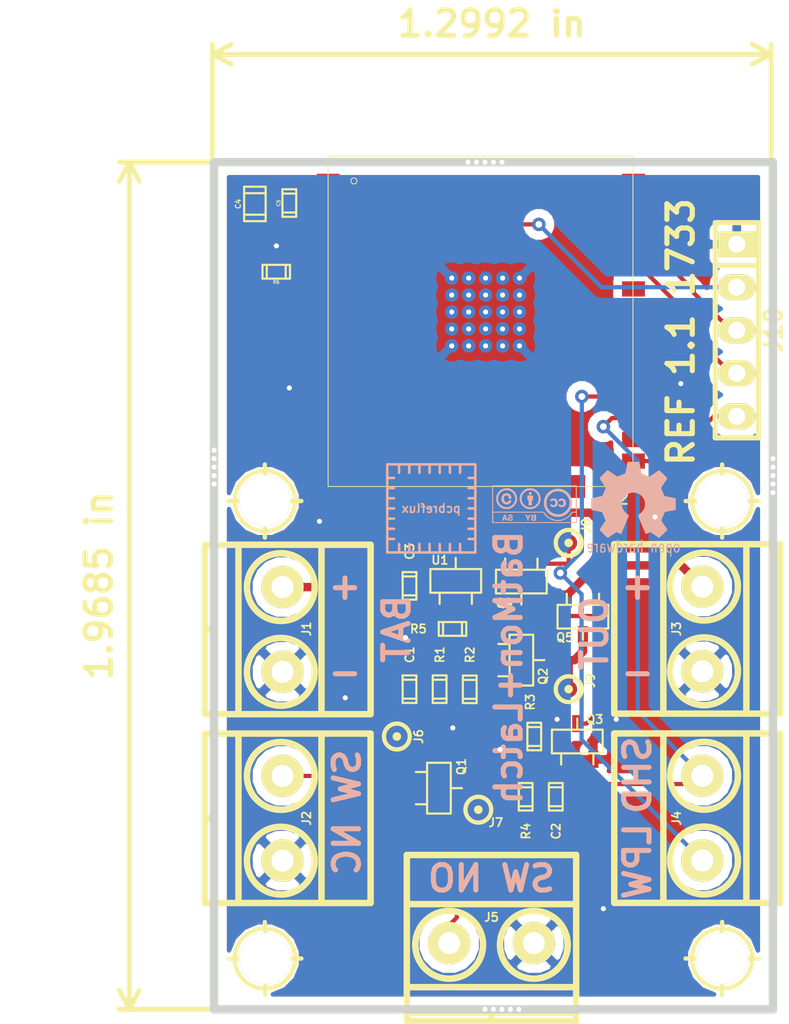
<source format=kicad_pcb>
(kicad_pcb (version 20170123) (host pcbnew no-vcs-found-db3491f~59~ubuntu17.04.1)

  (general
    (thickness 1.6)
    (drawings 18)
    (tracks 147)
    (zones 0)
    (modules 51)
    (nets 42)
  )

  (page A4)
  (title_block
    (title "ESP32 Battery Monitor and Latch Circuit")
    (rev 1.2)
    (company schematic)
  )

  (layers
    (0 F.Cu signal)
    (31 B.Cu signal)
    (32 B.Adhes user)
    (33 F.Adhes user)
    (34 B.Paste user)
    (35 F.Paste user)
    (36 B.SilkS user)
    (37 F.SilkS user)
    (38 B.Mask user)
    (39 F.Mask user)
    (40 Dwgs.User user)
    (41 Cmts.User user)
    (42 Eco1.User user)
    (43 Eco2.User user)
    (44 Edge.Cuts user)
    (45 Margin user)
    (46 B.CrtYd user)
    (47 F.CrtYd user)
    (48 B.Fab user)
    (49 F.Fab user)
  )

  (setup
    (last_trace_width 0.25)
    (trace_clearance 0.2)
    (zone_clearance 0.508)
    (zone_45_only no)
    (trace_min 0.2)
    (segment_width 0.2)
    (edge_width 0.5)
    (via_size 0.8)
    (via_drill 0.4)
    (via_min_size 0.4)
    (via_min_drill 0.3)
    (uvia_size 0.3)
    (uvia_drill 0.1)
    (uvias_allowed no)
    (uvia_min_size 0.2)
    (uvia_min_drill 0.1)
    (pcb_text_width 0.3)
    (pcb_text_size 1.5 1.5)
    (mod_edge_width 0.15)
    (mod_text_size 1 1)
    (mod_text_width 0.15)
    (pad_size 0.6 0.6)
    (pad_drill 0.3)
    (pad_to_mask_clearance 0.1)
    (aux_axis_origin 0 0)
    (visible_elements FFFFFF7F)
    (pcbplotparams
      (layerselection 0x030fc_ffffffff)
      (usegerberextensions false)
      (excludeedgelayer true)
      (linewidth 0.100000)
      (plotframeref false)
      (viasonmask false)
      (mode 1)
      (useauxorigin false)
      (hpglpennumber 1)
      (hpglpenspeed 20)
      (hpglpendiameter 15)
      (psnegative false)
      (psa4output false)
      (plotreference true)
      (plotvalue true)
      (plotinvisibletext false)
      (padsonsilk false)
      (subtractmaskfromsilk false)
      (outputformat 1)
      (mirror false)
      (drillshape 0)
      (scaleselection 1)
      (outputdirectory gerber/))
  )

  (net 0 "")
  (net 1 VCC)
  (net 2 "Net-(C1-Pad2)")
  (net 3 GND)
  (net 4 "Net-(C2-Pad1)")
  (net 5 "Net-(J5-Pad1)")
  (net 6 "Net-(J9-Pad1)")
  (net 7 "Net-(J4-Pad1)")
  (net 8 "Net-(C4-Pad2)")
  (net 9 "Net-(J10-Pad2)")
  (net 10 "Net-(J10-Pad3)")
  (net 11 "Net-(J10-Pad4)")
  (net 12 "Net-(J10-Pad5)")
  (net 13 "Net-(U2-Pad4)")
  (net 14 "Net-(U2-Pad5)")
  (net 15 "Net-(U2-Pad6)")
  (net 16 "Net-(U2-Pad7)")
  (net 17 "Net-(U2-Pad8)")
  (net 18 "Net-(U2-Pad9)")
  (net 19 "Net-(U2-Pad10)")
  (net 20 "Net-(U2-Pad11)")
  (net 21 "Net-(U2-Pad12)")
  (net 22 "Net-(U2-Pad13)")
  (net 23 "Net-(U2-Pad14)")
  (net 24 "Net-(U2-Pad15)")
  (net 25 "Net-(U2-Pad16)")
  (net 26 "Net-(U2-Pad17)")
  (net 27 "Net-(U2-Pad18)")
  (net 28 "Net-(U2-Pad19)")
  (net 29 "Net-(U2-Pad20)")
  (net 30 "Net-(U2-Pad21)")
  (net 31 "Net-(U2-Pad22)")
  (net 32 "Net-(U2-Pad23)")
  (net 33 "Net-(U2-Pad24)")
  (net 34 "Net-(U2-Pad26)")
  (net 35 "Net-(U2-Pad29)")
  (net 36 "Net-(U2-Pad30)")
  (net 37 "Net-(U2-Pad31)")
  (net 38 "Net-(U2-Pad32)")
  (net 39 "Net-(U2-Pad33)")
  (net 40 "Net-(U2-Pad36)")
  (net 41 "Net-(U2-Pad37)")

  (net_class Default "This is the default net class."
    (clearance 0.2)
    (trace_width 0.25)
    (via_dia 0.8)
    (via_drill 0.4)
    (uvia_dia 0.3)
    (uvia_drill 0.1)
    (add_net "Net-(C1-Pad2)")
    (add_net "Net-(C2-Pad1)")
    (add_net "Net-(J10-Pad2)")
    (add_net "Net-(J10-Pad3)")
    (add_net "Net-(J10-Pad4)")
    (add_net "Net-(J10-Pad5)")
    (add_net "Net-(J4-Pad1)")
    (add_net "Net-(J5-Pad1)")
    (add_net "Net-(U2-Pad10)")
    (add_net "Net-(U2-Pad11)")
    (add_net "Net-(U2-Pad12)")
    (add_net "Net-(U2-Pad13)")
    (add_net "Net-(U2-Pad14)")
    (add_net "Net-(U2-Pad15)")
    (add_net "Net-(U2-Pad16)")
    (add_net "Net-(U2-Pad17)")
    (add_net "Net-(U2-Pad18)")
    (add_net "Net-(U2-Pad19)")
    (add_net "Net-(U2-Pad20)")
    (add_net "Net-(U2-Pad21)")
    (add_net "Net-(U2-Pad22)")
    (add_net "Net-(U2-Pad23)")
    (add_net "Net-(U2-Pad24)")
    (add_net "Net-(U2-Pad26)")
    (add_net "Net-(U2-Pad29)")
    (add_net "Net-(U2-Pad30)")
    (add_net "Net-(U2-Pad31)")
    (add_net "Net-(U2-Pad32)")
    (add_net "Net-(U2-Pad33)")
    (add_net "Net-(U2-Pad36)")
    (add_net "Net-(U2-Pad37)")
    (add_net "Net-(U2-Pad4)")
    (add_net "Net-(U2-Pad5)")
    (add_net "Net-(U2-Pad6)")
    (add_net "Net-(U2-Pad7)")
    (add_net "Net-(U2-Pad8)")
    (add_net "Net-(U2-Pad9)")
  )

  (net_class XXL ""
    (clearance 0.2)
    (trace_width 0.5)
    (via_dia 0.8)
    (via_drill 0.4)
    (uvia_dia 0.3)
    (uvia_drill 0.1)
    (add_net GND)
    (add_net "Net-(C4-Pad2)")
    (add_net "Net-(J9-Pad1)")
    (add_net VCC)
  )

  (module module:Via-0.6mm (layer F.Cu) (tedit 598C5120) (tstamp 599CADD1)
    (at 138.684 43.942)
    (fp_text reference REF** (at 0 1) (layer F.SilkS) hide
      (effects (font (size 1 1) (thickness 0.15)))
    )
    (fp_text value Via-0.6mm (at 0.5 -1) (layer F.Fab) hide
      (effects (font (size 1 1) (thickness 0.15)))
    )
    (pad 1 thru_hole circle (at 0 0) (size 0.6 0.6) (drill 0.3) (layers *.Cu)
      (net 3 GND) (zone_connect 2))
  )

  (module module:Via-0.6mm (layer F.Cu) (tedit 598C5120) (tstamp 599CADCB)
    (at 162.56 52.07)
    (fp_text reference REF** (at 0 1) (layer F.SilkS) hide
      (effects (font (size 1 1) (thickness 0.15)))
    )
    (fp_text value Via-0.6mm (at 0.5 -1) (layer F.Fab) hide
      (effects (font (size 1 1) (thickness 0.15)))
    )
    (pad 1 thru_hole circle (at 0 0) (size 0.6 0.6) (drill 0.3) (layers *.Cu)
      (net 3 GND) (zone_connect 2))
  )

  (module module:Via-0.6mm (layer F.Cu) (tedit 598C5120) (tstamp 599CADC7)
    (at 139.446 52.324)
    (fp_text reference REF** (at 0 1) (layer F.SilkS) hide
      (effects (font (size 1 1) (thickness 0.15)))
    )
    (fp_text value Via-0.6mm (at 0.5 -1) (layer F.Fab) hide
      (effects (font (size 1 1) (thickness 0.15)))
    )
    (pad 1 thru_hole circle (at 0 0) (size 0.6 0.6) (drill 0.3) (layers *.Cu)
      (net 3 GND) (zone_connect 2))
  )

  (module w_logo:Logo_silk_CC-BY-SA_5x2mm (layer B.Cu) (tedit 0) (tstamp 5992B782)
    (at 153.924 59.182 180)
    (descr "CC BY-SA logo, 5x2mm")
    (fp_text reference G*** (at 0.9 0.9 180) (layer B.SilkS) hide
      (effects (font (size 0.1143 0.1143) (thickness 0.02286)) (justify mirror))
    )
    (fp_text value LOGO (at 0.9 -0.3 180) (layer B.SilkS) hide
      (effects (font (size 0.1143 0.1143) (thickness 0.02286)) (justify mirror))
    )
    (fp_poly (pts (xy 1.96088 0.32258) (xy 1.9558 0.26162) (xy 1.9431 0.20066) (xy 1.92278 0.14478)
      (xy 1.91008 0.12446) (xy 1.88976 0.09906) (xy 1.86944 0.07366) (xy 1.8669 0.07112)
      (xy 1.81864 0.03302) (xy 1.7653 0.00254) (xy 1.70688 -0.01016) (xy 1.64338 -0.01778)
      (xy 1.57988 -0.0127) (xy 1.57734 -0.01016) (xy 1.524 0.00254) (xy 1.47574 0.03048)
      (xy 1.4351 0.06858) (xy 1.40208 0.1143) (xy 1.37922 0.17018) (xy 1.36906 0.20574)
      (xy 1.36398 0.22352) (xy 1.44526 0.22352) (xy 1.524 0.22352) (xy 1.52908 0.19558)
      (xy 1.5367 0.17018) (xy 1.55448 0.14478) (xy 1.5748 0.127) (xy 1.57734 0.127)
      (xy 1.59004 0.12192) (xy 1.61036 0.11684) (xy 1.6256 0.1143) (xy 1.66878 0.11176)
      (xy 1.70688 0.12192) (xy 1.7399 0.14224) (xy 1.76784 0.17272) (xy 1.78562 0.2159)
      (xy 1.79832 0.2667) (xy 1.79832 0.2667) (xy 1.8034 0.31242) (xy 1.80086 0.36068)
      (xy 1.79324 0.40386) (xy 1.778 0.44196) (xy 1.778 0.44704) (xy 1.75514 0.47498)
      (xy 1.7272 0.49784) (xy 1.69672 0.51054) (xy 1.65608 0.51562) (xy 1.61798 0.51054)
      (xy 1.58242 0.4953) (xy 1.55448 0.47498) (xy 1.53924 0.44958) (xy 1.52908 0.42926)
      (xy 1.52654 0.41656) (xy 1.53162 0.40894) (xy 1.54432 0.4064) (xy 1.5494 0.4064)
      (xy 1.57226 0.4064) (xy 1.5113 0.34544) (xy 1.4478 0.28194) (xy 1.38684 0.34544)
      (xy 1.32334 0.4064) (xy 1.3462 0.4064) (xy 1.36652 0.41148) (xy 1.37668 0.42164)
      (xy 1.37922 0.43942) (xy 1.38176 0.45466) (xy 1.39192 0.47752) (xy 1.40462 0.50292)
      (xy 1.41986 0.53086) (xy 1.43764 0.55372) (xy 1.45034 0.56896) (xy 1.49352 0.60198)
      (xy 1.54178 0.62738) (xy 1.59512 0.64008) (xy 1.651 0.64516) (xy 1.70942 0.64008)
      (xy 1.76784 0.6223) (xy 1.80086 0.60706) (xy 1.84658 0.57912) (xy 1.88468 0.53848)
      (xy 1.91516 0.49276) (xy 1.93802 0.43942) (xy 1.95326 0.381) (xy 1.96088 0.32258)
      (xy 1.96088 0.32258)) (layer B.SilkS) (width 0.00254))
    (fp_poly (pts (xy 0.34036 0.62484) (xy 0.33528 0.59944) (xy 0.32258 0.57658) (xy 0.30226 0.55626)
      (xy 0.27178 0.5461) (xy 0.26924 0.5461) (xy 0.25146 0.5461) (xy 0.23114 0.54864)
      (xy 0.22606 0.55118) (xy 0.20828 0.55626) (xy 0.20066 0.56134) (xy 0.19812 0.56134)
      (xy 0.19558 0.56642) (xy 0.18796 0.57658) (xy 0.18542 0.58166) (xy 0.17272 0.61214)
      (xy 0.17018 0.64262) (xy 0.18034 0.67056) (xy 0.19812 0.69342) (xy 0.22352 0.70866)
      (xy 0.254 0.71628) (xy 0.25908 0.71628) (xy 0.28956 0.7112) (xy 0.31242 0.69596)
      (xy 0.3302 0.67564) (xy 0.33782 0.65024) (xy 0.34036 0.62484) (xy 0.34036 0.62484)) (layer B.SilkS) (width 0.00254))
    (fp_poly (pts (xy 0.42164 0.45212) (xy 0.42164 0.4318) (xy 0.42164 0.40386) (xy 0.42164 0.37084)
      (xy 0.42164 0.33782) (xy 0.4191 0.22352) (xy 0.38608 0.22098) (xy 0.35306 0.21844)
      (xy 0.35052 0.07112) (xy 0.35052 -0.0762) (xy 0.254 -0.0762) (xy 0.15748 -0.0762)
      (xy 0.15748 0.07366) (xy 0.15748 0.22352) (xy 0.13208 0.22098) (xy 0.11176 0.22098)
      (xy 0.09906 0.22098) (xy 0.09652 0.22098) (xy 0.09398 0.22606) (xy 0.09144 0.23622)
      (xy 0.0889 0.254) (xy 0.0889 0.28194) (xy 0.0889 0.32004) (xy 0.0889 0.35306)
      (xy 0.0889 0.39624) (xy 0.0889 0.4318) (xy 0.0889 0.4572) (xy 0.09144 0.47498)
      (xy 0.09398 0.48768) (xy 0.09652 0.4953) (xy 0.09906 0.4953) (xy 0.1016 0.50038)
      (xy 0.10668 0.50292) (xy 0.1143 0.50546) (xy 0.12446 0.508) (xy 0.14224 0.508)
      (xy 0.16764 0.51054) (xy 0.20066 0.51054) (xy 0.24638 0.51054) (xy 0.254 0.51054)
      (xy 0.3048 0.51054) (xy 0.3429 0.508) (xy 0.37338 0.508) (xy 0.3937 0.50546)
      (xy 0.40894 0.50038) (xy 0.41656 0.4953) (xy 0.4191 0.48514) (xy 0.42164 0.47498)
      (xy 0.42164 0.46228) (xy 0.42164 0.45212) (xy 0.42164 0.45212)) (layer B.SilkS) (width 0.00254))
    (fp_poly (pts (xy -0.91694 -0.0508) (xy -0.91694 -0.05842) (xy -0.92456 -0.07112) (xy -0.93218 -0.08382)
      (xy -0.96774 -0.12446) (xy -1.00838 -0.1524) (xy -1.0541 -0.17018) (xy -1.10744 -0.1778)
      (xy -1.16586 -0.1778) (xy -1.21412 -0.16764) (xy -1.25476 -0.14986) (xy -1.29286 -0.12446)
      (xy -1.30048 -0.11684) (xy -1.3335 -0.07874) (xy -1.35636 -0.03302) (xy -1.3716 0.02032)
      (xy -1.3716 0.03048) (xy -1.37414 0.0889) (xy -1.36906 0.14478) (xy -1.35128 0.19558)
      (xy -1.32588 0.2413) (xy -1.29286 0.27686) (xy -1.25222 0.30734) (xy -1.22936 0.3175)
      (xy -1.17856 0.3302) (xy -1.12522 0.33274) (xy -1.07188 0.32766) (xy -1.02362 0.31496)
      (xy -1.016 0.31242) (xy -0.99314 0.29972) (xy -0.96774 0.2794) (xy -0.94488 0.25908)
      (xy -0.9271 0.23876) (xy -0.92202 0.2286) (xy -0.91694 0.22098) (xy -0.91694 0.21336)
      (xy -0.92456 0.20828) (xy -0.93726 0.20066) (xy -0.95758 0.1905) (xy -0.96774 0.18542)
      (xy -1.02108 0.15748) (xy -1.05156 0.1905) (xy -1.06934 0.20828) (xy -1.0795 0.2159)
      (xy -1.0922 0.22098) (xy -1.10998 0.22352) (xy -1.1176 0.22352) (xy -1.15316 0.21844)
      (xy -1.1811 0.2032) (xy -1.20142 0.1778) (xy -1.21158 0.16256) (xy -1.22174 0.12954)
      (xy -1.22682 0.0889) (xy -1.22682 0.04826) (xy -1.2192 0.01016) (xy -1.21412 -0.00762)
      (xy -1.1938 -0.03556) (xy -1.1684 -0.05588) (xy -1.13792 -0.06604) (xy -1.1049 -0.06858)
      (xy -1.07442 -0.05842) (xy -1.04648 -0.0381) (xy -1.03124 -0.02286) (xy -1.02108 -0.01016)
      (xy -1.01854 -0.00508) (xy -1.016 -0.00254) (xy -1.00584 -0.00254) (xy -0.9906 -0.00762)
      (xy -0.96774 -0.02032) (xy -0.94742 -0.03302) (xy -0.9271 -0.04318) (xy -0.91694 -0.04826)
      (xy -0.91694 -0.0508) (xy -0.91694 -0.0508)) (layer B.SilkS) (width 0.00254))
    (fp_poly (pts (xy -1.39192 -0.0508) (xy -1.40208 -0.07112) (xy -1.41986 -0.09398) (xy -1.44526 -0.11684)
      (xy -1.47066 -0.1397) (xy -1.4986 -0.15748) (xy -1.50368 -0.16002) (xy -1.5494 -0.17272)
      (xy -1.60274 -0.1778) (xy -1.64338 -0.1778) (xy -1.69926 -0.1651) (xy -1.74498 -0.14478)
      (xy -1.78562 -0.1143) (xy -1.8161 -0.0762) (xy -1.83896 -0.02794) (xy -1.8542 0.02286)
      (xy -1.85674 0.08382) (xy -1.8542 0.09906) (xy -1.84658 0.15494) (xy -1.8288 0.2032)
      (xy -1.8034 0.24384) (xy -1.79324 0.25654) (xy -1.7526 0.2921) (xy -1.70434 0.3175)
      (xy -1.651 0.33274) (xy -1.59512 0.33274) (xy -1.56972 0.3302) (xy -1.53924 0.32512)
      (xy -1.50876 0.3175) (xy -1.48844 0.30734) (xy -1.47066 0.29718) (xy -1.4478 0.2794)
      (xy -1.42748 0.26162) (xy -1.41224 0.24384) (xy -1.39954 0.22606) (xy -1.397 0.21844)
      (xy -1.40208 0.21082) (xy -1.41732 0.20066) (xy -1.43764 0.1905) (xy -1.4478 0.18288)
      (xy -1.4986 0.15748) (xy -1.52908 0.1905) (xy -1.54686 0.20828) (xy -1.55956 0.2159)
      (xy -1.57226 0.22098) (xy -1.5875 0.22352) (xy -1.59766 0.22352) (xy -1.63322 0.2159)
      (xy -1.66116 0.20066) (xy -1.68656 0.17526) (xy -1.68656 0.17018) (xy -1.69672 0.14986)
      (xy -1.7018 0.11684) (xy -1.70434 0.08382) (xy -1.7018 0.04572) (xy -1.69926 0.01524)
      (xy -1.69418 0) (xy -1.67894 -0.03048) (xy -1.65862 -0.0508) (xy -1.62814 -0.0635)
      (xy -1.59766 -0.06604) (xy -1.56464 -0.0635) (xy -1.53924 -0.05334) (xy -1.51892 -0.03302)
      (xy -1.50876 -0.02032) (xy -1.4986 -0.00508) (xy -1.49098 0) (xy -1.49098 0)
      (xy -1.48336 -0.00254) (xy -1.46812 -0.01016) (xy -1.4478 -0.02032) (xy -1.43764 -0.0254)
      (xy -1.39192 -0.0508) (xy -1.39192 -0.0508)) (layer B.SilkS) (width 0.00254))
    (fp_poly (pts (xy 2.26314 0.3048) (xy 2.2606 0.254) (xy 2.25806 0.21082) (xy 2.25298 0.17526)
      (xy 2.25044 0.17018) (xy 2.22504 0.08636) (xy 2.1844 0.00762) (xy 2.14884 -0.04064)
      (xy 2.14884 0.29972) (xy 2.14884 0.33782) (xy 2.1463 0.38862) (xy 2.13868 0.4318)
      (xy 2.13106 0.47244) (xy 2.11582 0.51054) (xy 2.10058 0.54356) (xy 2.05994 0.6096)
      (xy 2.01168 0.66802) (xy 1.95326 0.71882) (xy 1.88976 0.762) (xy 1.82118 0.79502)
      (xy 1.80086 0.80264) (xy 1.75514 0.8128) (xy 1.70434 0.82042) (xy 1.64846 0.82296)
      (xy 1.59258 0.82042) (xy 1.54432 0.81534) (xy 1.53924 0.8128) (xy 1.46558 0.78994)
      (xy 1.397 0.75692) (xy 1.3335 0.71374) (xy 1.27762 0.6604) (xy 1.22936 0.5969)
      (xy 1.19126 0.52832) (xy 1.16586 0.47244) (xy 1.15824 0.44704) (xy 1.15316 0.42418)
      (xy 1.14808 0.4064) (xy 1.14554 0.38354) (xy 1.14554 0.3556) (xy 1.14554 0.32004)
      (xy 1.14554 0.2667) (xy 1.15062 0.21844) (xy 1.16078 0.1778) (xy 1.17602 0.13716)
      (xy 1.19126 0.10414) (xy 1.22174 0.05334) (xy 1.25984 0.00254) (xy 1.30302 -0.04064)
      (xy 1.35128 -0.08382) (xy 1.39446 -0.11176) (xy 1.4605 -0.14478) (xy 1.53162 -0.16764)
      (xy 1.60528 -0.18034) (xy 1.68148 -0.18034) (xy 1.75514 -0.17018) (xy 1.78054 -0.1651)
      (xy 1.84658 -0.1397) (xy 1.91262 -0.10414) (xy 1.97358 -0.06096) (xy 2.02692 -0.01016)
      (xy 2.07264 0.04318) (xy 2.10566 0.10414) (xy 2.11074 0.11176) (xy 2.13106 0.17018)
      (xy 2.14376 0.23114) (xy 2.14884 0.29972) (xy 2.14884 -0.04064) (xy 2.13614 -0.06096)
      (xy 2.07518 -0.127) (xy 2.02184 -0.17272) (xy 1.94564 -0.22098) (xy 1.8669 -0.25654)
      (xy 1.78308 -0.28194) (xy 1.69672 -0.29464) (xy 1.60782 -0.29718) (xy 1.54432 -0.28956)
      (xy 1.46304 -0.26924) (xy 1.3843 -0.23876) (xy 1.31064 -0.19558) (xy 1.24206 -0.14224)
      (xy 1.17856 -0.07874) (xy 1.17094 -0.06858) (xy 1.1176 0) (xy 1.0795 0.07366)
      (xy 1.04902 0.15494) (xy 1.03378 0.23622) (xy 1.0287 0.32004) (xy 1.03378 0.4064)
      (xy 1.05156 0.49022) (xy 1.08204 0.5715) (xy 1.0922 0.58928) (xy 1.13284 0.66294)
      (xy 1.18618 0.73152) (xy 1.24714 0.79248) (xy 1.31572 0.84328) (xy 1.38938 0.88392)
      (xy 1.46812 0.9144) (xy 1.4859 0.91948) (xy 1.50876 0.92456) (xy 1.53162 0.92964)
      (xy 1.55448 0.93218) (xy 1.58242 0.93218) (xy 1.61798 0.93472) (xy 1.64846 0.93472)
      (xy 1.69418 0.93218) (xy 1.7272 0.93218) (xy 1.7526 0.92964) (xy 1.77546 0.9271)
      (xy 1.79832 0.92202) (xy 1.80848 0.91948) (xy 1.86182 0.9017) (xy 1.91516 0.87884)
      (xy 1.9685 0.8509) (xy 2.0066 0.8255) (xy 2.03454 0.80518) (xy 2.06502 0.7747)
      (xy 2.09804 0.74422) (xy 2.12852 0.7112) (xy 2.15392 0.68072) (xy 2.16154 0.66802)
      (xy 2.18694 0.62992) (xy 2.2098 0.5842) (xy 2.23012 0.53594) (xy 2.24536 0.49022)
      (xy 2.2479 0.48006) (xy 2.25552 0.44704) (xy 2.25806 0.40386) (xy 2.26314 0.3556)
      (xy 2.26314 0.3048) (xy 2.26314 0.3048)) (layer B.SilkS) (width 0.00254))
    (fp_poly (pts (xy 0.8763 0.3175) (xy 0.87122 0.23114) (xy 0.85598 0.1524) (xy 0.83312 0.08128)
      (xy 0.79756 0.0127) (xy 0.75946 -0.04064) (xy 0.75946 0.3175) (xy 0.75438 0.38608)
      (xy 0.74422 0.44704) (xy 0.72644 0.50546) (xy 0.7112 0.53848) (xy 0.67564 0.60198)
      (xy 0.62738 0.6604) (xy 0.5715 0.7112) (xy 0.508 0.75692) (xy 0.44196 0.78994)
      (xy 0.40132 0.80518) (xy 0.381 0.81026) (xy 0.36068 0.81534) (xy 0.33782 0.81788)
      (xy 0.30988 0.81788) (xy 0.27432 0.82042) (xy 0.25654 0.82042) (xy 0.21844 0.81788)
      (xy 0.18796 0.81788) (xy 0.16256 0.81534) (xy 0.14224 0.8128) (xy 0.12192 0.80772)
      (xy 0.1143 0.80518) (xy 0.04064 0.7747) (xy -0.0254 0.73406) (xy -0.08636 0.6858)
      (xy -0.1397 0.62738) (xy -0.18288 0.56134) (xy -0.2159 0.48768) (xy -0.23114 0.44704)
      (xy -0.23876 0.4064) (xy -0.24384 0.35814) (xy -0.24384 0.30734) (xy -0.2413 0.25908)
      (xy -0.23622 0.21336) (xy -0.23368 0.19812) (xy -0.20574 0.12192) (xy -0.16764 0.05334)
      (xy -0.11938 -0.01016) (xy -0.06096 -0.06604) (xy -0.02794 -0.09144) (xy 0.0381 -0.13208)
      (xy 0.10922 -0.16002) (xy 0.18542 -0.1778) (xy 0.26416 -0.18288) (xy 0.3302 -0.1778)
      (xy 0.38862 -0.1651) (xy 0.44704 -0.14478) (xy 0.50292 -0.11684) (xy 0.51816 -0.10922)
      (xy 0.53848 -0.09652) (xy 0.56388 -0.0762) (xy 0.59182 -0.0508) (xy 0.61722 -0.0254)
      (xy 0.61722 -0.0254) (xy 0.6477 0.00254) (xy 0.66802 0.02794) (xy 0.6858 0.0508)
      (xy 0.6985 0.07366) (xy 0.70612 0.0889) (xy 0.73152 0.14478) (xy 0.74676 0.20066)
      (xy 0.75692 0.25654) (xy 0.75946 0.3175) (xy 0.75946 -0.04064) (xy 0.75438 -0.0508)
      (xy 0.70358 -0.10414) (xy 0.635 -0.1651) (xy 0.56388 -0.2159) (xy 0.48768 -0.254)
      (xy 0.40894 -0.2794) (xy 0.4064 -0.2794) (xy 0.3683 -0.28702) (xy 0.32512 -0.2921)
      (xy 0.27686 -0.29464) (xy 0.2286 -0.29718) (xy 0.18796 -0.29464) (xy 0.16256 -0.2921)
      (xy 0.07874 -0.27178) (xy 0 -0.2413) (xy -0.0762 -0.19812) (xy -0.14732 -0.14478)
      (xy -0.1778 -0.1143) (xy -0.23622 -0.04572) (xy -0.28448 0.02286) (xy -0.32258 0.1016)
      (xy -0.3429 0.1651) (xy -0.34798 0.19304) (xy -0.35306 0.21844) (xy -0.3556 0.24638)
      (xy -0.35814 0.27686) (xy -0.35814 0.31496) (xy -0.3556 0.37338) (xy -0.35306 0.42164)
      (xy -0.34798 0.44958) (xy -0.32258 0.5334) (xy -0.28702 0.6096) (xy -0.2413 0.68072)
      (xy -0.18796 0.74676) (xy -0.12446 0.80518) (xy -0.05588 0.85344) (xy 0.01524 0.89154)
      (xy 0.09652 0.91948) (xy 0.11176 0.92202) (xy 0.14986 0.92964) (xy 0.19812 0.93218)
      (xy 0.24892 0.93472) (xy 0.30226 0.93472) (xy 0.35306 0.92964) (xy 0.39624 0.92456)
      (xy 0.41656 0.91948) (xy 0.50038 0.89154) (xy 0.57658 0.8509) (xy 0.65024 0.79756)
      (xy 0.71374 0.7366) (xy 0.77216 0.66548) (xy 0.77724 0.65786) (xy 0.81534 0.5969)
      (xy 0.84074 0.53594) (xy 0.86106 0.47244) (xy 0.87122 0.40386) (xy 0.8763 0.32512)
      (xy 0.8763 0.3175) (xy 0.8763 0.3175)) (layer B.SilkS) (width 0.00254))
    (fp_poly (pts (xy -0.55626 0.08636) (xy -0.55626 0.04064) (xy -0.5588 -0.01778) (xy -0.56388 -0.07112)
      (xy -0.5715 -0.11938) (xy -0.5842 -0.1651) (xy -0.59944 -0.21082) (xy -0.61214 -0.24384)
      (xy -0.65024 -0.32766) (xy -0.70104 -0.4064) (xy -0.70358 -0.4064) (xy -0.70358 0.08636)
      (xy -0.70866 0.17526) (xy -0.72898 0.26162) (xy -0.75692 0.34544) (xy -0.79756 0.42418)
      (xy -0.84836 0.49784) (xy -0.90678 0.56388) (xy -0.9779 0.62484) (xy -1.05664 0.67564)
      (xy -1.05918 0.67818) (xy -1.13538 0.71374) (xy -1.2192 0.73914) (xy -1.30302 0.75184)
      (xy -1.39192 0.75692) (xy -1.47828 0.75184) (xy -1.5621 0.73406) (xy -1.64338 0.70612)
      (xy -1.69672 0.68326) (xy -1.76784 0.63754) (xy -1.83642 0.58166) (xy -1.89738 0.51816)
      (xy -1.95072 0.44704) (xy -1.9939 0.37338) (xy -2.02946 0.29464) (xy -2.04216 0.25146)
      (xy -2.05994 0.15748) (xy -2.06502 0.06858) (xy -2.05994 -0.02032) (xy -2.03962 -0.10668)
      (xy -2.00914 -0.1905) (xy -1.96596 -0.26924) (xy -1.91262 -0.34544) (xy -1.84658 -0.41402)
      (xy -1.77546 -0.47498) (xy -1.69672 -0.52324) (xy -1.61798 -0.56134) (xy -1.53162 -0.58674)
      (xy -1.44272 -0.59944) (xy -1.35128 -0.59944) (xy -1.26746 -0.59182) (xy -1.18872 -0.57404)
      (xy -1.11252 -0.54356) (xy -1.03632 -0.50546) (xy -0.96774 -0.4572) (xy -0.90424 -0.40132)
      (xy -0.84582 -0.34036) (xy -0.79756 -0.27432) (xy -0.762 -0.2032) (xy -0.75184 -0.18288)
      (xy -0.7239 -0.09144) (xy -0.70612 0) (xy -0.70358 0.08636) (xy -0.70358 -0.4064)
      (xy -0.762 -0.47752) (xy -0.82804 -0.54356) (xy -0.90424 -0.60198) (xy -0.98298 -0.65278)
      (xy -1.0668 -0.69342) (xy -1.1557 -0.7239) (xy -1.24206 -0.74422) (xy -1.28524 -0.7493)
      (xy -1.32588 -0.75184) (xy -1.3589 -0.75438) (xy -1.3843 -0.75438) (xy -1.4097 -0.75438)
      (xy -1.4351 -0.75438) (xy -1.45796 -0.75184) (xy -1.55702 -0.73914) (xy -1.64846 -0.71374)
      (xy -1.73736 -0.67818) (xy -1.82118 -0.62992) (xy -1.90246 -0.5715) (xy -1.9812 -0.49784)
      (xy -1.9812 -0.4953) (xy -2.04978 -0.4191) (xy -2.10566 -0.33782) (xy -2.14884 -0.254)
      (xy -2.18186 -0.16764) (xy -2.20218 -0.07366) (xy -2.21234 0.02286) (xy -2.21488 0.0762)
      (xy -2.2098 0.16764) (xy -2.19964 0.25146) (xy -2.17932 0.33274) (xy -2.14884 0.41148)
      (xy -2.12344 0.45974) (xy -2.07264 0.5461) (xy -2.01168 0.62484) (xy -1.94056 0.69596)
      (xy -1.86436 0.75946) (xy -1.78054 0.81026) (xy -1.69164 0.85344) (xy -1.6002 0.88392)
      (xy -1.54178 0.89662) (xy -1.4986 0.90424) (xy -1.4478 0.90678) (xy -1.39192 0.90678)
      (xy -1.33604 0.90678) (xy -1.28524 0.90424) (xy -1.23952 0.89916) (xy -1.22936 0.89662)
      (xy -1.13284 0.87376) (xy -1.03886 0.8382) (xy -0.9525 0.79248) (xy -0.87122 0.7366)
      (xy -0.79756 0.6731) (xy -0.73152 0.59944) (xy -0.67564 0.5207) (xy -0.62738 0.43434)
      (xy -0.59182 0.34036) (xy -0.5842 0.3175) (xy -0.5715 0.27432) (xy -0.56388 0.23114)
      (xy -0.5588 0.18796) (xy -0.55626 0.14224) (xy -0.55626 0.08636) (xy -0.55626 0.08636)) (layer B.SilkS) (width 0.00254))
    (fp_poly (pts (xy 1.92024 -0.97028) (xy 1.91516 -0.97282) (xy 1.89992 -0.97536) (xy 1.8796 -0.97536)
      (xy 1.83896 -0.97536) (xy 1.8288 -0.93726) (xy 1.8161 -0.89916) (xy 1.79324 -0.89916)
      (xy 1.79324 -0.83566) (xy 1.77292 -0.77724) (xy 1.7653 -0.75438) (xy 1.75514 -0.73406)
      (xy 1.75006 -0.72644) (xy 1.75006 -0.7239) (xy 1.74498 -0.73152) (xy 1.73736 -0.7493)
      (xy 1.72974 -0.76962) (xy 1.72212 -0.79248) (xy 1.7145 -0.8128) (xy 1.71196 -0.82804)
      (xy 1.70942 -0.83058) (xy 1.71704 -0.83312) (xy 1.73228 -0.83566) (xy 1.75006 -0.83566)
      (xy 1.79324 -0.83566) (xy 1.79324 -0.89916) (xy 1.75006 -0.89916) (xy 1.68656 -0.89916)
      (xy 1.67132 -0.93726) (xy 1.65862 -0.97536) (xy 1.61798 -0.97536) (xy 1.57734 -0.97536)
      (xy 1.64338 -0.80264) (xy 1.70942 -0.62738) (xy 1.7526 -0.62738) (xy 1.79324 -0.62738)
      (xy 1.85674 -0.79756) (xy 1.87452 -0.84074) (xy 1.88976 -0.88138) (xy 1.90246 -0.9144)
      (xy 1.91008 -0.94234) (xy 1.9177 -0.96266) (xy 1.92024 -0.97028) (xy 1.92024 -0.97028)
      (xy 1.92024 -0.97028)) (layer B.SilkS) (width 0.00254))
    (fp_poly (pts (xy 0.56134 -0.62484) (xy 0.49276 -0.7366) (xy 0.42672 -0.84836) (xy 0.42672 -0.91186)
      (xy 0.42672 -0.97536) (xy 0.38862 -0.97536) (xy 0.35052 -0.97536) (xy 0.35052 -0.90932)
      (xy 0.35052 -0.84074) (xy 0.28702 -0.7366) (xy 0.26924 -0.70358) (xy 0.25146 -0.67564)
      (xy 0.23876 -0.65278) (xy 0.2286 -0.63754) (xy 0.22352 -0.62992) (xy 0.2286 -0.62738)
      (xy 0.24384 -0.62484) (xy 0.26416 -0.62484) (xy 0.2667 -0.62484) (xy 0.30988 -0.62484)
      (xy 0.35052 -0.69342) (xy 0.3683 -0.7239) (xy 0.381 -0.74168) (xy 0.39116 -0.75184)
      (xy 0.39624 -0.75184) (xy 0.40132 -0.74168) (xy 0.41148 -0.72644) (xy 0.42418 -0.70358)
      (xy 0.43434 -0.6858) (xy 0.46736 -0.62738) (xy 0.51308 -0.62484) (xy 0.56134 -0.62484)
      (xy 0.56134 -0.62484)) (layer B.SilkS) (width 0.00254))
    (fp_poly (pts (xy 0.20828 -0.88646) (xy 0.19812 -0.91948) (xy 0.1778 -0.94742) (xy 0.14986 -0.96266)
      (xy 0.13716 -0.96774) (xy 0.127 -0.97028) (xy 0.127 -0.86614) (xy 0.12446 -0.84836)
      (xy 0.11684 -0.83566) (xy 0.1143 -0.83312) (xy 0.1143 -0.72136) (xy 0.10668 -0.70358)
      (xy 0.10414 -0.6985) (xy 0.09398 -0.69342) (xy 0.0762 -0.69088) (xy 0.04826 -0.68834)
      (xy 0.04318 -0.68834) (xy -0.00254 -0.68834) (xy -0.00508 -0.70866) (xy -0.00762 -0.72898)
      (xy -0.00762 -0.74676) (xy -0.00508 -0.75692) (xy 0 -0.762) (xy 0.00508 -0.76454)
      (xy 0.02286 -0.76454) (xy 0.0381 -0.76454) (xy 0.07112 -0.76454) (xy 0.09398 -0.75946)
      (xy 0.09906 -0.75438) (xy 0.11176 -0.73914) (xy 0.1143 -0.72136) (xy 0.1143 -0.83312)
      (xy 0.1016 -0.82804) (xy 0.0762 -0.82296) (xy 0.04572 -0.82296) (xy -0.00508 -0.82296)
      (xy -0.00508 -0.86614) (xy -0.00508 -0.91186) (xy 0.04826 -0.91186) (xy 0.07874 -0.91186)
      (xy 0.09652 -0.90932) (xy 0.10922 -0.90424) (xy 0.1143 -0.9017) (xy 0.12446 -0.88392)
      (xy 0.127 -0.86614) (xy 0.127 -0.97028) (xy 0.12446 -0.97028) (xy 0.10668 -0.97282)
      (xy 0.08128 -0.97536) (xy 0.04826 -0.97536) (xy 0.01524 -0.97536) (xy -0.0889 -0.97536)
      (xy -0.0889 -0.8001) (xy -0.0889 -0.62484) (xy 0.01524 -0.62484) (xy 0.06096 -0.62484)
      (xy 0.09652 -0.62738) (xy 0.12192 -0.62992) (xy 0.14224 -0.635) (xy 0.15748 -0.64008)
      (xy 0.16764 -0.65024) (xy 0.17272 -0.65532) (xy 0.18288 -0.6731) (xy 0.18796 -0.6985)
      (xy 0.1905 -0.7239) (xy 0.18796 -0.7366) (xy 0.18034 -0.75184) (xy 0.16764 -0.76962)
      (xy 0.1651 -0.76962) (xy 0.15494 -0.77978) (xy 0.15494 -0.7874) (xy 0.15748 -0.78994)
      (xy 0.17526 -0.8001) (xy 0.19304 -0.82042) (xy 0.2032 -0.84074) (xy 0.20574 -0.8509)
      (xy 0.20828 -0.88646) (xy 0.20828 -0.88646)) (layer B.SilkS) (width 0.00254))
    (fp_poly (pts (xy 1.56972 -0.88646) (xy 1.5621 -0.91186) (xy 1.5494 -0.93472) (xy 1.54432 -0.9398)
      (xy 1.51892 -0.96012) (xy 1.48336 -0.97536) (xy 1.44526 -0.98298) (xy 1.40462 -0.98552)
      (xy 1.39954 -0.98298) (xy 1.35636 -0.97282) (xy 1.3208 -0.95504) (xy 1.29286 -0.92964)
      (xy 1.27762 -0.89662) (xy 1.27508 -0.89154) (xy 1.27254 -0.87376) (xy 1.27508 -0.86106)
      (xy 1.28778 -0.85598) (xy 1.3081 -0.85598) (xy 1.31318 -0.85598) (xy 1.3335 -0.85852)
      (xy 1.3462 -0.86106) (xy 1.35128 -0.86868) (xy 1.35382 -0.87884) (xy 1.36906 -0.9017)
      (xy 1.38938 -0.91694) (xy 1.41732 -0.92456) (xy 1.4478 -0.92202) (xy 1.46558 -0.9144)
      (xy 1.48336 -0.90424) (xy 1.49098 -0.889) (xy 1.49098 -0.87122) (xy 1.4859 -0.8636)
      (xy 1.47828 -0.85344) (xy 1.4605 -0.84582) (xy 1.43764 -0.83566) (xy 1.40208 -0.8255)
      (xy 1.3843 -0.82042) (xy 1.35382 -0.81026) (xy 1.3335 -0.8001) (xy 1.31826 -0.78994)
      (xy 1.3081 -0.78232) (xy 1.29032 -0.75184) (xy 1.28524 -0.7239) (xy 1.28778 -0.69596)
      (xy 1.30048 -0.67056) (xy 1.3208 -0.6477) (xy 1.34874 -0.62992) (xy 1.38176 -0.61722)
      (xy 1.41732 -0.61468) (xy 1.45288 -0.61722) (xy 1.49606 -0.62992) (xy 1.52654 -0.6477)
      (xy 1.54432 -0.6731) (xy 1.55448 -0.70612) (xy 1.55448 -0.70612) (xy 1.55956 -0.73406)
      (xy 1.52146 -0.73406) (xy 1.50114 -0.73152) (xy 1.49098 -0.72898) (xy 1.48336 -0.7239)
      (xy 1.47828 -0.71374) (xy 1.46558 -0.69342) (xy 1.44526 -0.68072) (xy 1.4224 -0.67564)
      (xy 1.397 -0.67818) (xy 1.37668 -0.69088) (xy 1.37414 -0.69088) (xy 1.36144 -0.70612)
      (xy 1.36144 -0.71628) (xy 1.36652 -0.72898) (xy 1.36906 -0.73152) (xy 1.3843 -0.74168)
      (xy 1.4097 -0.75184) (xy 1.4478 -0.76454) (xy 1.45034 -0.76454) (xy 1.49352 -0.77724)
      (xy 1.524 -0.79248) (xy 1.54686 -0.80772) (xy 1.55956 -0.82804) (xy 1.56718 -0.8509)
      (xy 1.56718 -0.85598) (xy 1.56972 -0.88646) (xy 1.56972 -0.88646)) (layer B.SilkS) (width 0.00254))
    (fp_poly (pts (xy 2.5019 -1.11506) (xy 2.44602 -1.11506) (xy 2.44602 -0.4445) (xy 2.44602 0.28702)
      (xy 2.44602 1.02108) (xy 2.4257 1.0414) (xy 2.40792 1.05918) (xy 0.00254 1.05918)
      (xy -2.4003 1.05918) (xy -2.42062 1.0414) (xy -2.4384 1.02108) (xy -2.4384 0.28702)
      (xy -2.4384 -0.4445) (xy -2.3241 -0.44704) (xy -2.21234 -0.44704) (xy -2.16916 -0.51054)
      (xy -2.1082 -0.59436) (xy -2.03708 -0.67056) (xy -1.95834 -0.73914) (xy -1.86944 -0.8001)
      (xy -1.77546 -0.84836) (xy -1.6764 -0.889) (xy -1.5748 -0.91694) (xy -1.49098 -0.92964)
      (xy -1.4478 -0.93472) (xy -1.397 -0.93472) (xy -1.34112 -0.93472) (xy -1.28778 -0.92964)
      (xy -1.23698 -0.92456) (xy -1.2065 -0.91948) (xy -1.09982 -0.89154) (xy -0.99822 -0.8509)
      (xy -0.90424 -0.80264) (xy -0.81534 -0.74168) (xy -0.73152 -0.67056) (xy -0.6985 -0.635)
      (xy -0.67056 -0.60452) (xy -0.64262 -0.56896) (xy -0.61468 -0.5334) (xy -0.59944 -0.51054)
      (xy -0.5588 -0.44704) (xy 0.94234 -0.44704) (xy 2.44602 -0.4445) (xy 2.44602 -1.11506)
      (xy 2.4384 -1.11506) (xy 2.4384 -1.06426) (xy 2.4384 -0.78486) (xy 2.4384 -0.50292)
      (xy 0.96012 -0.50292) (xy -0.51562 -0.50292) (xy -0.55626 -0.56134) (xy -0.60452 -0.62992)
      (xy -0.65278 -0.69088) (xy -0.70104 -0.73914) (xy -0.75438 -0.78486) (xy -0.8128 -0.82296)
      (xy -0.85598 -0.84836) (xy -0.92456 -0.88392) (xy -0.98806 -0.9144) (xy -1.04648 -0.93726)
      (xy -1.1049 -0.95758) (xy -1.1684 -0.97282) (xy -1.17094 -0.97282) (xy -1.26238 -0.9906)
      (xy -1.34874 -0.99822) (xy -1.43002 -0.99822) (xy -1.51384 -0.98806) (xy -1.6002 -0.97282)
      (xy -1.69672 -0.94234) (xy -1.79578 -0.9017) (xy -1.89484 -0.84836) (xy -1.99644 -0.78232)
      (xy -2.02946 -0.75692) (xy -2.05486 -0.7366) (xy -2.08534 -0.70612) (xy -2.11836 -0.6731)
      (xy -2.15138 -0.64008) (xy -2.18186 -0.60198) (xy -2.2098 -0.56896) (xy -2.23012 -0.54102)
      (xy -2.24282 -0.52324) (xy -2.25298 -0.50292) (xy -2.3495 -0.50292) (xy -2.44602 -0.50292)
      (xy -2.44602 -0.78486) (xy -2.44602 -1.06426) (xy -0.00254 -1.06426) (xy 2.4384 -1.06426)
      (xy 2.4384 -1.11506) (xy 0.00508 -1.11506) (xy -2.4892 -1.11506) (xy -2.49174 -1.02616)
      (xy -2.49428 -1.00584) (xy -2.49428 -0.9779) (xy -2.49428 -0.93726) (xy -2.49428 -0.88646)
      (xy -2.49428 -0.82804) (xy -2.49428 -0.762) (xy -2.49428 -0.68834) (xy -2.49428 -0.6096)
      (xy -2.49428 -0.52324) (xy -2.49428 -0.43434) (xy -2.49428 -0.34036) (xy -2.49428 -0.24384)
      (xy -2.49428 -0.14478) (xy -2.49428 -0.04318) (xy -2.49428 0.05588) (xy -2.49428 0.15748)
      (xy -2.49428 0.25654) (xy -2.49428 0.3556) (xy -2.49428 0.45212) (xy -2.49428 0.54356)
      (xy -2.49174 0.63246) (xy -2.49174 0.71628) (xy -2.49174 0.79248) (xy -2.49174 0.8636)
      (xy -2.49174 0.9271) (xy -2.4892 0.98298) (xy -2.4892 1.0287) (xy -2.4892 1.06426)
      (xy -2.4892 1.0922) (xy -2.48666 1.1049) (xy -2.48666 1.10744) (xy -2.48158 1.10744)
      (xy -2.46126 1.10744) (xy -2.43078 1.10998) (xy -2.39014 1.10998) (xy -2.3368 1.10998)
      (xy -2.2733 1.10998) (xy -2.20218 1.10998) (xy -2.1209 1.10998) (xy -2.032 1.10998)
      (xy -1.93294 1.10998) (xy -1.8288 1.11252) (xy -1.71704 1.11252) (xy -1.59766 1.11252)
      (xy -1.4732 1.11252) (xy -1.34366 1.11252) (xy -1.20904 1.11252) (xy -1.06934 1.11252)
      (xy -0.9271 1.11252) (xy -0.78232 1.11252) (xy -0.63246 1.11252) (xy -0.4826 1.11252)
      (xy -0.3302 1.11506) (xy -0.17526 1.11506) (xy -0.02032 1.11506) (xy 0.12954 1.11506)
      (xy 0.28448 1.11506) (xy 0.43688 1.11506) (xy 0.58674 1.11506) (xy 0.7366 1.11506)
      (xy 0.88392 1.11506) (xy 1.02616 1.11506) (xy 1.16586 1.11506) (xy 1.30302 1.11506)
      (xy 1.43256 1.11506) (xy 1.55956 1.11506) (xy 1.67894 1.11506) (xy 1.7907 1.11506)
      (xy 1.89738 1.11506) (xy 1.99644 1.11506) (xy 2.08788 1.11506) (xy 2.1717 1.11506)
      (xy 2.24536 1.11252) (xy 2.3114 1.11252) (xy 2.36474 1.11252) (xy 2.40792 1.11252)
      (xy 2.44094 1.11252) (xy 2.4638 1.11252) (xy 2.47142 1.11252) (xy 2.5019 1.10744)
      (xy 2.5019 -0.00254) (xy 2.5019 -1.11506) (xy 2.5019 -1.11506)) (layer B.SilkS) (width 0.00254))
  )

  (module w_logo:Logo_silk_OSHW_6x6mm (layer B.Cu) (tedit 0) (tstamp 5992AD42)
    (at 159.766 58.928 180)
    (descr "Open Hardware Logo, 6x6mm")
    (fp_text reference G*** (at 0 0 180) (layer B.SilkS) hide
      (effects (font (size 0.22606 0.22606) (thickness 0.04318)) (justify mirror))
    )
    (fp_text value LOGO (at 0 -0.3 180) (layer B.SilkS) hide
      (effects (font (size 0.22606 0.22606) (thickness 0.04318)) (justify mirror))
    )
    (fp_poly (pts (xy -1.51384 -2.24536) (xy -1.48844 -2.23012) (xy -1.43002 -2.19456) (xy -1.3462 -2.13868)
      (xy -1.24714 -2.07264) (xy -1.14808 -2.0066) (xy -1.0668 -1.95326) (xy -1.01092 -1.91516)
      (xy -0.98552 -1.90246) (xy -0.97282 -1.90754) (xy -0.9271 -1.9304) (xy -0.85852 -1.96596)
      (xy -0.81788 -1.98628) (xy -0.75692 -2.01168) (xy -0.7239 -2.0193) (xy -0.71882 -2.00914)
      (xy -0.69596 -1.96088) (xy -0.6604 -1.8796) (xy -0.61468 -1.77038) (xy -0.5588 -1.64338)
      (xy -0.50292 -1.50876) (xy -0.4445 -1.36906) (xy -0.38862 -1.23444) (xy -0.34036 -1.11506)
      (xy -0.29972 -1.01854) (xy -0.27432 -0.94996) (xy -0.26416 -0.92202) (xy -0.2667 -0.9144)
      (xy -0.29972 -0.88392) (xy -0.35306 -0.84328) (xy -0.47244 -0.74676) (xy -0.58928 -0.60198)
      (xy -0.6604 -0.43688) (xy -0.68326 -0.25146) (xy -0.66294 -0.08128) (xy -0.5969 0.08128)
      (xy -0.4826 0.2286) (xy -0.3429 0.33782) (xy -0.18034 0.4064) (xy 0 0.42926)
      (xy 0.17272 0.40894) (xy 0.34036 0.3429) (xy 0.48768 0.23114) (xy 0.55118 0.16002)
      (xy 0.63754 0.01016) (xy 0.6858 -0.14732) (xy 0.69088 -0.18796) (xy 0.68326 -0.36322)
      (xy 0.63246 -0.5334) (xy 0.53848 -0.68326) (xy 0.40894 -0.80772) (xy 0.3937 -0.81788)
      (xy 0.33528 -0.8636) (xy 0.29464 -0.89408) (xy 0.26416 -0.91948) (xy 0.48768 -1.45796)
      (xy 0.52324 -1.54178) (xy 0.5842 -1.6891) (xy 0.63754 -1.8161) (xy 0.68072 -1.9177)
      (xy 0.7112 -1.98374) (xy 0.7239 -2.01168) (xy 0.7239 -2.01422) (xy 0.74422 -2.01676)
      (xy 0.78486 -2.00152) (xy 0.86106 -1.96596) (xy 0.90932 -1.94056) (xy 0.96774 -1.91262)
      (xy 0.99314 -1.90246) (xy 1.016 -1.91516) (xy 1.06934 -1.95072) (xy 1.15062 -2.00406)
      (xy 1.24714 -2.06756) (xy 1.33858 -2.13106) (xy 1.4224 -2.18694) (xy 1.48336 -2.22504)
      (xy 1.51384 -2.24282) (xy 1.51892 -2.24282) (xy 1.54432 -2.22758) (xy 1.59258 -2.18694)
      (xy 1.66624 -2.11836) (xy 1.77038 -2.01422) (xy 1.78562 -1.99898) (xy 1.87198 -1.91262)
      (xy 1.94056 -1.83896) (xy 1.98628 -1.78816) (xy 2.00406 -1.7653) (xy 2.00406 -1.7653)
      (xy 1.98882 -1.73482) (xy 1.95072 -1.67386) (xy 1.89484 -1.5875) (xy 1.82626 -1.48844)
      (xy 1.64846 -1.22936) (xy 1.74498 -0.98552) (xy 1.77546 -0.90932) (xy 1.81356 -0.82042)
      (xy 1.8415 -0.75438) (xy 1.85674 -0.72644) (xy 1.88214 -0.71628) (xy 1.95072 -0.70104)
      (xy 2.04724 -0.68072) (xy 2.16154 -0.6604) (xy 2.2733 -0.64008) (xy 2.37236 -0.61976)
      (xy 2.44348 -0.60706) (xy 2.4765 -0.59944) (xy 2.48412 -0.59436) (xy 2.49174 -0.57912)
      (xy 2.49428 -0.5461) (xy 2.49682 -0.48514) (xy 2.49936 -0.39116) (xy 2.49936 -0.25146)
      (xy 2.49936 -0.23622) (xy 2.49682 -0.10668) (xy 2.49428 0) (xy 2.49174 0.06604)
      (xy 2.48666 0.09398) (xy 2.48666 0.09398) (xy 2.45618 0.1016) (xy 2.38506 0.11684)
      (xy 2.286 0.13462) (xy 2.16662 0.15748) (xy 2.159 0.16002) (xy 2.04216 0.18288)
      (xy 1.9431 0.2032) (xy 1.87198 0.21844) (xy 1.84404 0.2286) (xy 1.83642 0.23622)
      (xy 1.81356 0.28194) (xy 1.78054 0.3556) (xy 1.7399 0.4445) (xy 1.7018 0.53848)
      (xy 1.66878 0.6223) (xy 1.64592 0.68326) (xy 1.6383 0.7112) (xy 1.64084 0.71374)
      (xy 1.65862 0.74168) (xy 1.69926 0.80264) (xy 1.75514 0.88646) (xy 1.82372 0.98806)
      (xy 1.8288 0.99568) (xy 1.89738 1.09474) (xy 1.95326 1.1811) (xy 1.98882 1.23952)
      (xy 2.00406 1.26746) (xy 2.00406 1.27) (xy 1.9812 1.30048) (xy 1.9304 1.35636)
      (xy 1.85674 1.43256) (xy 1.77038 1.52146) (xy 1.74244 1.54686) (xy 1.64338 1.64338)
      (xy 1.57734 1.70434) (xy 1.53416 1.73736) (xy 1.51384 1.74498) (xy 1.51384 1.74498)
      (xy 1.48336 1.7272) (xy 1.41986 1.68656) (xy 1.33604 1.62814) (xy 1.23444 1.55956)
      (xy 1.22682 1.55448) (xy 1.12776 1.4859) (xy 1.04394 1.43002) (xy 0.98552 1.38938)
      (xy 0.95758 1.37414) (xy 0.95504 1.37414) (xy 0.9144 1.38684) (xy 0.84328 1.41224)
      (xy 0.75438 1.44526) (xy 0.66294 1.48336) (xy 0.57912 1.51892) (xy 0.51562 1.54686)
      (xy 0.48514 1.56464) (xy 0.48514 1.56464) (xy 0.47498 1.6002) (xy 0.4572 1.6764)
      (xy 0.43688 1.778) (xy 0.41148 1.89992) (xy 0.40894 1.92024) (xy 0.38608 2.03962)
      (xy 0.3683 2.13868) (xy 0.35306 2.20726) (xy 0.34544 2.2352) (xy 0.3302 2.23774)
      (xy 0.27178 2.24282) (xy 0.18288 2.24536) (xy 0.07366 2.24536) (xy -0.0381 2.24536)
      (xy -0.14732 2.24282) (xy -0.2413 2.24028) (xy -0.30988 2.2352) (xy -0.33782 2.23012)
      (xy -0.33782 2.22758) (xy -0.34798 2.18948) (xy -0.36576 2.11582) (xy -0.38608 2.01168)
      (xy -0.40894 1.88976) (xy -0.41402 1.8669) (xy -0.43688 1.75006) (xy -0.4572 1.651)
      (xy -0.4699 1.58496) (xy -0.47752 1.55702) (xy -0.49022 1.55194) (xy -0.53848 1.53162)
      (xy -0.61722 1.4986) (xy -0.71628 1.45796) (xy -0.94488 1.36652) (xy -1.22682 1.55702)
      (xy -1.25222 1.5748) (xy -1.35382 1.64338) (xy -1.4351 1.69926) (xy -1.49352 1.73736)
      (xy -1.51638 1.75006) (xy -1.51892 1.75006) (xy -1.54686 1.72466) (xy -1.60274 1.67132)
      (xy -1.67894 1.59766) (xy -1.76784 1.5113) (xy -1.83134 1.44526) (xy -1.91008 1.36652)
      (xy -1.95834 1.31318) (xy -1.98628 1.28016) (xy -1.9939 1.25984) (xy -1.99136 1.2446)
      (xy -1.97358 1.21666) (xy -1.93294 1.1557) (xy -1.87452 1.06934) (xy -1.80594 0.97028)
      (xy -1.75006 0.88646) (xy -1.6891 0.79248) (xy -1.651 0.72644) (xy -1.63576 0.69342)
      (xy -1.64084 0.68072) (xy -1.65862 0.62484) (xy -1.69418 0.54102) (xy -1.73482 0.44196)
      (xy -1.83388 0.22098) (xy -1.97866 0.19304) (xy -2.06756 0.17526) (xy -2.18948 0.1524)
      (xy -2.30886 0.12954) (xy -2.49174 0.09398) (xy -2.49936 -0.58166) (xy -2.47142 -0.59436)
      (xy -2.44348 -0.60198) (xy -2.3749 -0.61722) (xy -2.27838 -0.63754) (xy -2.16154 -0.65786)
      (xy -2.06502 -0.67564) (xy -1.96596 -0.69596) (xy -1.89484 -0.70866) (xy -1.86436 -0.71628)
      (xy -1.8542 -0.72644) (xy -1.83134 -0.7747) (xy -1.79578 -0.8509) (xy -1.75514 -0.94234)
      (xy -1.71704 -1.03632) (xy -1.68148 -1.12522) (xy -1.65862 -1.19126) (xy -1.64846 -1.22428)
      (xy -1.66116 -1.25222) (xy -1.69926 -1.31064) (xy -1.7526 -1.39192) (xy -1.82118 -1.49098)
      (xy -1.88722 -1.5875) (xy -1.94564 -1.67132) (xy -1.98374 -1.73228) (xy -2.00152 -1.76022)
      (xy -1.99136 -1.778) (xy -1.95326 -1.82626) (xy -1.8796 -1.90246) (xy -1.76784 -2.01168)
      (xy -1.75006 -2.02946) (xy -1.6637 -2.11328) (xy -1.59004 -2.18186) (xy -1.5367 -2.22758)
      (xy -1.51384 -2.24536)) (layer B.SilkS) (width 0.00254))
    (fp_line (start -2.64 -3.04) (end -2.59 -3.08) (layer B.SilkS) (width 0.075))
    (fp_line (start -2.66 -3.01) (end -2.64 -3.04) (layer B.SilkS) (width 0.075))
    (fp_line (start -2.68 -2.95) (end -2.66 -3.01) (layer B.SilkS) (width 0.075))
    (fp_line (start -2.68 -2.75) (end -2.68 -2.95) (layer B.SilkS) (width 0.075))
    (fp_line (start -2.46 -2.66) (end -2.51 -2.62) (layer B.SilkS) (width 0.075))
    (fp_line (start -2.44 -2.69) (end -2.46 -2.66) (layer B.SilkS) (width 0.075))
    (fp_line (start -2.42 -2.75) (end -2.44 -2.69) (layer B.SilkS) (width 0.075))
    (fp_line (start -2.42 -2.95) (end -2.42 -2.75) (layer B.SilkS) (width 0.075))
    (fp_line (start -2.44 -3.02) (end -2.42 -2.95) (layer B.SilkS) (width 0.075))
    (fp_line (start -2.46 -3.05) (end -2.44 -3.02) (layer B.SilkS) (width 0.075))
    (fp_line (start -2.51 -3.08) (end -2.46 -3.05) (layer B.SilkS) (width 0.075))
    (fp_line (start -2.59 -3.08) (end -2.51 -3.08) (layer B.SilkS) (width 0.075))
    (fp_line (start -2.65 -2.68) (end -2.68 -2.75) (layer B.SilkS) (width 0.075))
    (fp_line (start -2.63 -2.65) (end -2.65 -2.68) (layer B.SilkS) (width 0.075))
    (fp_line (start -2.59 -2.62) (end -2.63 -2.65) (layer B.SilkS) (width 0.075))
    (fp_line (start -2.51 -2.62) (end -2.59 -2.62) (layer B.SilkS) (width 0.075))
    (fp_line (start -2.2 -3.32) (end -2.2 -2.62) (layer B.SilkS) (width 0.075))
    (fp_line (start -2.15 -3.08) (end -2.2 -3.05) (layer B.SilkS) (width 0.075))
    (fp_line (start -2.05 -3.08) (end -2.15 -3.08) (layer B.SilkS) (width 0.075))
    (fp_line (start -2.01 -3.05) (end -2.05 -3.08) (layer B.SilkS) (width 0.075))
    (fp_line (start -1.99 -3.02) (end -2.01 -3.05) (layer B.SilkS) (width 0.075))
    (fp_line (start -1.97 -2.96) (end -1.99 -3.02) (layer B.SilkS) (width 0.075))
    (fp_line (start -1.97 -2.74) (end -1.97 -2.96) (layer B.SilkS) (width 0.075))
    (fp_line (start -1.99 -2.68) (end -1.97 -2.74) (layer B.SilkS) (width 0.075))
    (fp_line (start -2.02 -2.65) (end -1.99 -2.68) (layer B.SilkS) (width 0.075))
    (fp_line (start -2.06 -2.62) (end -2.02 -2.65) (layer B.SilkS) (width 0.075))
    (fp_line (start -2.16 -2.62) (end -2.06 -2.62) (layer B.SilkS) (width 0.075))
    (fp_line (start -2.2 -2.65) (end -2.16 -2.62) (layer B.SilkS) (width 0.075))
    (fp_line (start -1.61 -3.08) (end -1.56 -3.05) (layer B.SilkS) (width 0.075))
    (fp_line (start -1.71 -3.08) (end -1.61 -3.08) (layer B.SilkS) (width 0.075))
    (fp_line (start -1.75 -3.05) (end -1.71 -3.08) (layer B.SilkS) (width 0.075))
    (fp_line (start -1.77 -2.98) (end -1.75 -3.05) (layer B.SilkS) (width 0.075))
    (fp_line (start -1.77 -2.71) (end -1.77 -2.98) (layer B.SilkS) (width 0.075))
    (fp_line (start -1.74 -2.65) (end -1.77 -2.71) (layer B.SilkS) (width 0.075))
    (fp_line (start -1.7 -2.62) (end -1.74 -2.65) (layer B.SilkS) (width 0.075))
    (fp_line (start -1.6 -2.62) (end -1.7 -2.62) (layer B.SilkS) (width 0.075))
    (fp_line (start -1.56 -2.66) (end -1.6 -2.62) (layer B.SilkS) (width 0.075))
    (fp_line (start -1.54 -2.73) (end -1.56 -2.66) (layer B.SilkS) (width 0.075))
    (fp_line (start -1.54 -2.85) (end -1.54 -2.73) (layer B.SilkS) (width 0.075))
    (fp_line (start -1.32 -2.62) (end -1.32 -3.08) (layer B.SilkS) (width 0.075))
    (fp_line (start -1.11 -2.71) (end -1.11 -3.08) (layer B.SilkS) (width 0.075))
    (fp_line (start -1.13 -2.65) (end -1.11 -2.71) (layer B.SilkS) (width 0.075))
    (fp_line (start -1.17 -2.62) (end -1.13 -2.65) (layer B.SilkS) (width 0.075))
    (fp_line (start -1.26 -2.62) (end -1.17 -2.62) (layer B.SilkS) (width 0.075))
    (fp_line (start -1.3 -2.65) (end -1.26 -2.62) (layer B.SilkS) (width 0.075))
    (fp_line (start -1.32 -2.68) (end -1.3 -2.65) (layer B.SilkS) (width 0.075))
    (fp_line (start -1.54 -2.85) (end -1.77 -2.85) (layer B.SilkS) (width 0.075))
    (fp_line (start -0.49 -2.38) (end -0.49 -3.08) (layer B.SilkS) (width 0.075))
    (fp_line (start -0.28 -2.71) (end -0.28 -3.08) (layer B.SilkS) (width 0.075))
    (fp_line (start -0.3 -2.65) (end -0.28 -2.71) (layer B.SilkS) (width 0.075))
    (fp_line (start -0.34 -2.62) (end -0.3 -2.65) (layer B.SilkS) (width 0.075))
    (fp_line (start -0.42 -2.62) (end -0.34 -2.62) (layer B.SilkS) (width 0.075))
    (fp_line (start -0.47 -2.65) (end -0.42 -2.62) (layer B.SilkS) (width 0.075))
    (fp_line (start -0.49 -2.69) (end -0.47 -2.65) (layer B.SilkS) (width 0.075))
    (fp_line (start 0.18 -2.71) (end 0.18 -3.08) (layer B.SilkS) (width 0.075))
    (fp_line (start 0.15 -2.65) (end 0.18 -2.71) (layer B.SilkS) (width 0.075))
    (fp_line (start 0.11 -2.62) (end 0.15 -2.65) (layer B.SilkS) (width 0.075))
    (fp_line (start 0.01 -2.62) (end 0.11 -2.62) (layer B.SilkS) (width 0.075))
    (fp_line (start -0.04 -2.65) (end 0.01 -2.62) (layer B.SilkS) (width 0.075))
    (fp_line (start 0.02 -2.81) (end -0.03 -2.84) (layer B.SilkS) (width 0.075))
    (fp_line (start 0.14 -2.81) (end 0.02 -2.81) (layer B.SilkS) (width 0.075))
    (fp_line (start 0.18 -2.78) (end 0.14 -2.81) (layer B.SilkS) (width 0.075))
    (fp_line (start 0.13 -3.08) (end 0.18 -3.04) (layer B.SilkS) (width 0.075))
    (fp_line (start 0.01 -3.08) (end 0.13 -3.08) (layer B.SilkS) (width 0.075))
    (fp_line (start -0.04 -3.04) (end 0.01 -3.08) (layer B.SilkS) (width 0.075))
    (fp_line (start -0.06 -2.98) (end -0.04 -3.04) (layer B.SilkS) (width 0.075))
    (fp_line (start -0.06 -2.91) (end -0.06 -2.98) (layer B.SilkS) (width 0.075))
    (fp_line (start -0.03 -2.84) (end -0.06 -2.91) (layer B.SilkS) (width 0.075))
    (fp_line (start 0.42 -2.62) (end 0.42 -3.08) (layer B.SilkS) (width 0.075))
    (fp_line (start 0.51 -2.62) (end 0.56 -2.62) (layer B.SilkS) (width 0.075))
    (fp_line (start 0.46 -2.65) (end 0.51 -2.62) (layer B.SilkS) (width 0.075))
    (fp_line (start 0.44 -2.67) (end 0.46 -2.65) (layer B.SilkS) (width 0.075))
    (fp_line (start 0.42 -2.74) (end 0.44 -2.67) (layer B.SilkS) (width 0.075))
    (fp_line (start 0.94 -2.38) (end 0.94 -3.08) (layer B.SilkS) (width 0.075))
    (fp_line (start 0.88 -2.61) (end 0.94 -2.65) (layer B.SilkS) (width 0.075))
    (fp_line (start 0.81 -2.61) (end 0.88 -2.61) (layer B.SilkS) (width 0.075))
    (fp_line (start 0.75 -2.65) (end 0.81 -2.61) (layer B.SilkS) (width 0.075))
    (fp_line (start 0.73 -2.68) (end 0.75 -2.65) (layer B.SilkS) (width 0.075))
    (fp_line (start 0.7 -2.75) (end 0.73 -2.68) (layer B.SilkS) (width 0.075))
    (fp_line (start 0.7 -2.95) (end 0.7 -2.75) (layer B.SilkS) (width 0.075))
    (fp_line (start 0.73 -3.02) (end 0.7 -2.95) (layer B.SilkS) (width 0.075))
    (fp_line (start 0.75 -3.05) (end 0.73 -3.02) (layer B.SilkS) (width 0.075))
    (fp_line (start 0.79 -3.08) (end 0.75 -3.05) (layer B.SilkS) (width 0.075))
    (fp_line (start 0.9 -3.08) (end 0.79 -3.08) (layer B.SilkS) (width 0.075))
    (fp_line (start 0.94 -3.05) (end 0.9 -3.08) (layer B.SilkS) (width 0.075))
    (fp_line (start 1.42 -3.08) (end 1.52 -2.62) (layer B.SilkS) (width 0.075))
    (fp_line (start 1.32 -2.74) (end 1.42 -3.08) (layer B.SilkS) (width 0.075))
    (fp_line (start 1.23 -3.08) (end 1.32 -2.74) (layer B.SilkS) (width 0.075))
    (fp_line (start 1.13 -2.62) (end 1.23 -3.08) (layer B.SilkS) (width 0.075))
    (fp_line (start 1.71 -2.84) (end 1.68 -2.91) (layer B.SilkS) (width 0.075))
    (fp_line (start 1.68 -2.91) (end 1.68 -2.98) (layer B.SilkS) (width 0.075))
    (fp_line (start 1.68 -2.98) (end 1.7 -3.04) (layer B.SilkS) (width 0.075))
    (fp_line (start 1.7 -3.04) (end 1.75 -3.08) (layer B.SilkS) (width 0.075))
    (fp_line (start 1.75 -3.08) (end 1.87 -3.08) (layer B.SilkS) (width 0.075))
    (fp_line (start 1.87 -3.08) (end 1.92 -3.04) (layer B.SilkS) (width 0.075))
    (fp_line (start 1.92 -2.78) (end 1.88 -2.81) (layer B.SilkS) (width 0.075))
    (fp_line (start 1.88 -2.81) (end 1.76 -2.81) (layer B.SilkS) (width 0.075))
    (fp_line (start 1.76 -2.81) (end 1.71 -2.84) (layer B.SilkS) (width 0.075))
    (fp_line (start 1.7 -2.65) (end 1.75 -2.62) (layer B.SilkS) (width 0.075))
    (fp_line (start 1.75 -2.62) (end 1.85 -2.62) (layer B.SilkS) (width 0.075))
    (fp_line (start 1.85 -2.62) (end 1.89 -2.65) (layer B.SilkS) (width 0.075))
    (fp_line (start 1.89 -2.65) (end 1.92 -2.71) (layer B.SilkS) (width 0.075))
    (fp_line (start 1.92 -2.71) (end 1.92 -3.08) (layer B.SilkS) (width 0.075))
    (fp_line (start 2.67 -2.85) (end 2.44 -2.85) (layer B.SilkS) (width 0.075))
    (fp_line (start 2.67 -2.85) (end 2.67 -2.73) (layer B.SilkS) (width 0.075))
    (fp_line (start 2.67 -2.73) (end 2.65 -2.66) (layer B.SilkS) (width 0.075))
    (fp_line (start 2.65 -2.66) (end 2.61 -2.62) (layer B.SilkS) (width 0.075))
    (fp_line (start 2.61 -2.62) (end 2.51 -2.62) (layer B.SilkS) (width 0.075))
    (fp_line (start 2.51 -2.62) (end 2.47 -2.65) (layer B.SilkS) (width 0.075))
    (fp_line (start 2.47 -2.65) (end 2.44 -2.71) (layer B.SilkS) (width 0.075))
    (fp_line (start 2.44 -2.71) (end 2.44 -2.98) (layer B.SilkS) (width 0.075))
    (fp_line (start 2.44 -2.98) (end 2.46 -3.05) (layer B.SilkS) (width 0.075))
    (fp_line (start 2.46 -3.05) (end 2.5 -3.08) (layer B.SilkS) (width 0.075))
    (fp_line (start 2.5 -3.08) (end 2.6 -3.08) (layer B.SilkS) (width 0.075))
    (fp_line (start 2.6 -3.08) (end 2.65 -3.05) (layer B.SilkS) (width 0.075))
    (fp_line (start 2.16 -2.74) (end 2.18 -2.67) (layer B.SilkS) (width 0.075))
    (fp_line (start 2.18 -2.67) (end 2.2 -2.65) (layer B.SilkS) (width 0.075))
    (fp_line (start 2.2 -2.65) (end 2.25 -2.62) (layer B.SilkS) (width 0.075))
    (fp_line (start 2.25 -2.62) (end 2.3 -2.62) (layer B.SilkS) (width 0.075))
    (fp_line (start 2.16 -2.62) (end 2.16 -3.08) (layer B.SilkS) (width 0.075))
  )

  (module module:micro_bite (layer F.Cu) (tedit 57C1973E) (tstamp 5991BF68)
    (at 168 57.5 90)
    (fp_text reference REF** (at 0 1 90) (layer F.SilkS) hide
      (effects (font (size 0.5 0.5) (thickness 0.1)))
    )
    (fp_text value micro_bite (at 0 -1 90) (layer F.Fab) hide
      (effects (font (size 0.5 0.5) (thickness 0.1)))
    )
    (pad "" np_thru_hole circle (at 1 0 90) (size 0.3 0.3) (drill 0.3) (layers *.Cu))
    (pad "" np_thru_hole circle (at 0.5 0 90) (size 0.3 0.3) (drill 0.3) (layers *.Cu))
    (pad "" np_thru_hole circle (at -1 0 90) (size 0.3 0.3) (drill 0.3) (layers *.Cu))
    (pad "" np_thru_hole circle (at -0.5 0 90) (size 0.3 0.3) (drill 0.3) (layers *.Cu))
    (pad "" np_thru_hole circle (at 0 0 90) (size 0.3 0.3) (drill 0.3) (layers *.Cu))
  )

  (module module:micro_bite (layer F.Cu) (tedit 57C1973E) (tstamp 5991BF60)
    (at 135 57 90)
    (fp_text reference REF** (at 0 1 90) (layer F.SilkS) hide
      (effects (font (size 0.5 0.5) (thickness 0.1)))
    )
    (fp_text value micro_bite (at 0 -1 90) (layer F.Fab) hide
      (effects (font (size 0.5 0.5) (thickness 0.1)))
    )
    (pad "" np_thru_hole circle (at 0 0 90) (size 0.3 0.3) (drill 0.3) (layers *.Cu))
    (pad "" np_thru_hole circle (at -0.5 0 90) (size 0.3 0.3) (drill 0.3) (layers *.Cu))
    (pad "" np_thru_hole circle (at -1 0 90) (size 0.3 0.3) (drill 0.3) (layers *.Cu))
    (pad "" np_thru_hole circle (at 0.5 0 90) (size 0.3 0.3) (drill 0.3) (layers *.Cu))
    (pad "" np_thru_hole circle (at 1 0 90) (size 0.3 0.3) (drill 0.3) (layers *.Cu))
  )

  (module module:micro_bite (layer F.Cu) (tedit 57C1973E) (tstamp 5991BF58)
    (at 152 89)
    (fp_text reference REF** (at 0 1) (layer F.SilkS) hide
      (effects (font (size 0.5 0.5) (thickness 0.1)))
    )
    (fp_text value micro_bite (at 0 -1) (layer F.Fab) hide
      (effects (font (size 0.5 0.5) (thickness 0.1)))
    )
    (pad "" np_thru_hole circle (at 1 0) (size 0.3 0.3) (drill 0.3) (layers *.Cu))
    (pad "" np_thru_hole circle (at 0.5 0) (size 0.3 0.3) (drill 0.3) (layers *.Cu))
    (pad "" np_thru_hole circle (at -1 0) (size 0.3 0.3) (drill 0.3) (layers *.Cu))
    (pad "" np_thru_hole circle (at -0.5 0) (size 0.3 0.3) (drill 0.3) (layers *.Cu))
    (pad "" np_thru_hole circle (at 0 0) (size 0.3 0.3) (drill 0.3) (layers *.Cu))
  )

  (module module:Via-0.6mm (layer F.Cu) (tedit 598C5120) (tstamp 5991B5A0)
    (at 157.988 83.058)
    (fp_text reference REF** (at 0 1) (layer F.SilkS) hide
      (effects (font (size 1 1) (thickness 0.15)))
    )
    (fp_text value Via-0.6mm (at 0.5 -1) (layer F.Fab) hide
      (effects (font (size 1 1) (thickness 0.15)))
    )
    (pad 1 thru_hole circle (at 0 0) (size 0.6 0.6) (drill 0.3) (layers *.Cu)
      (net 3 GND) (zone_connect 2))
  )

  (module module:Via-0.6mm (layer F.Cu) (tedit 598C5120) (tstamp 5991B59C)
    (at 161.036 59.944)
    (fp_text reference REF** (at 0 1) (layer F.SilkS) hide
      (effects (font (size 1 1) (thickness 0.15)))
    )
    (fp_text value Via-0.6mm (at 0.5 -1) (layer F.Fab) hide
      (effects (font (size 1 1) (thickness 0.15)))
    )
    (pad 1 thru_hole circle (at 0 0) (size 0.6 0.6) (drill 0.3) (layers *.Cu)
      (net 3 GND) (zone_connect 2))
  )

  (module module:Via-0.6mm (layer F.Cu) (tedit 598C5120) (tstamp 5991B594)
    (at 158.75 71.882)
    (fp_text reference REF** (at 0 1) (layer F.SilkS) hide
      (effects (font (size 1 1) (thickness 0.15)))
    )
    (fp_text value Via-0.6mm (at 0.5 -1) (layer F.Fab) hide
      (effects (font (size 1 1) (thickness 0.15)))
    )
    (pad 1 thru_hole circle (at 0 0) (size 0.6 0.6) (drill 0.3) (layers *.Cu)
      (net 3 GND) (zone_connect 2))
  )

  (module module:Via-0.6mm (layer F.Cu) (tedit 598C5120) (tstamp 5991B590)
    (at 142.748 70.612)
    (fp_text reference REF** (at 0 1) (layer F.SilkS) hide
      (effects (font (size 1 1) (thickness 0.15)))
    )
    (fp_text value Via-0.6mm (at 0.5 -1) (layer F.Fab) hide
      (effects (font (size 1 1) (thickness 0.15)))
    )
    (pad 1 thru_hole circle (at 0 0) (size 0.6 0.6) (drill 0.3) (layers *.Cu)
      (net 3 GND) (zone_connect 2))
  )

  (module module:Via-0.6mm (layer F.Cu) (tedit 598C5120) (tstamp 5991B58C)
    (at 141.224 60.198)
    (fp_text reference REF** (at 0 1) (layer F.SilkS) hide
      (effects (font (size 1 1) (thickness 0.15)))
    )
    (fp_text value Via-0.6mm (at 0.5 -1) (layer F.Fab) hide
      (effects (font (size 1 1) (thickness 0.15)))
    )
    (pad 1 thru_hole circle (at 0 0) (size 0.6 0.6) (drill 0.3) (layers *.Cu)
      (net 3 GND) (zone_connect 2))
  )

  (module module:Via-0.6mm (layer F.Cu) (tedit 598C5120) (tstamp 5991B586)
    (at 149.098 72.39)
    (fp_text reference REF** (at 0 1) (layer F.SilkS) hide
      (effects (font (size 1 1) (thickness 0.15)))
    )
    (fp_text value Via-0.6mm (at 0.5 -1) (layer F.Fab) hide
      (effects (font (size 1 1) (thickness 0.15)))
    )
    (pad 1 thru_hole circle (at 0 0) (size 0.6 0.6) (drill 0.3) (layers *.Cu)
      (net 3 GND) (zone_connect 2))
  )

  (module module:Via-0.6mm (layer F.Cu) (tedit 598C5120) (tstamp 5991B580)
    (at 146.304 67.056)
    (fp_text reference REF** (at 0 1) (layer F.SilkS) hide
      (effects (font (size 1 1) (thickness 0.15)))
    )
    (fp_text value Via-0.6mm (at 0.5 -1) (layer F.Fab) hide
      (effects (font (size 1 1) (thickness 0.15)))
    )
    (pad 1 thru_hole circle (at 0 0) (size 0.6 0.6) (drill 0.3) (layers *.Cu)
      (net 3 GND) (zone_connect 2))
  )

  (module w_details:hole_3mm (layer F.Cu) (tedit 598C58E8) (tstamp 598F53DB)
    (at 138 59)
    (descr "Hole 3mm")
    (fp_text reference hole_3mm (at 0 -3.302) (layer F.SilkS) hide
      (effects (font (thickness 0.3048)))
    )
    (fp_text value VAL** (at 5.334 0) (layer F.SilkS) hide
      (effects (font (thickness 0.3048)))
    )
    (fp_circle (center 0 0) (end 1.778 0) (layer F.SilkS) (width 0.254))
    (fp_line (start -2.159 0) (end 2.159 0) (layer F.SilkS) (width 0.254))
    (fp_line (start 0 -2.159) (end 0 2.159) (layer F.SilkS) (width 0.254))
    (pad 1 thru_hole circle (at 0 0) (size 2.99974 2.99974) (drill 2.99974) (layers *.Cu F.SilkS))
    (model ${KIWALTER3DMOD}/walter/details/hole.wrl
      (at (xyz 0 0 0))
      (scale (xyz 1 1 1))
      (rotate (xyz 0 0 0))
    )
  )

  (module w_details:hole_3mm (layer F.Cu) (tedit 598C58E8) (tstamp 598F52EA)
    (at 138 86)
    (descr "Hole 3mm")
    (fp_text reference hole_3mm (at 0 -3.302) (layer F.SilkS) hide
      (effects (font (thickness 0.3048)))
    )
    (fp_text value VAL** (at 5.334 0) (layer F.SilkS) hide
      (effects (font (thickness 0.3048)))
    )
    (fp_line (start 0 -2.159) (end 0 2.159) (layer F.SilkS) (width 0.254))
    (fp_line (start -2.159 0) (end 2.159 0) (layer F.SilkS) (width 0.254))
    (fp_circle (center 0 0) (end 1.778 0) (layer F.SilkS) (width 0.254))
    (pad 1 thru_hole circle (at 0 0) (size 2.99974 2.99974) (drill 2.99974) (layers *.Cu F.SilkS))
    (model ${KIWALTER3DMOD}/walter/details/hole.wrl
      (at (xyz 0 0 0))
      (scale (xyz 1 1 1))
      (rotate (xyz 0 0 0))
    )
  )

  (module w_details:hole_3mm (layer F.Cu) (tedit 598C58E8) (tstamp 598F52E3)
    (at 165 86)
    (descr "Hole 3mm")
    (fp_text reference hole_3mm (at 0 -3.302) (layer F.SilkS) hide
      (effects (font (thickness 0.3048)))
    )
    (fp_text value VAL** (at 5.334 0) (layer F.SilkS) hide
      (effects (font (thickness 0.3048)))
    )
    (fp_circle (center 0 0) (end 1.778 0) (layer F.SilkS) (width 0.254))
    (fp_line (start -2.159 0) (end 2.159 0) (layer F.SilkS) (width 0.254))
    (fp_line (start 0 -2.159) (end 0 2.159) (layer F.SilkS) (width 0.254))
    (pad 1 thru_hole circle (at 0 0) (size 2.99974 2.99974) (drill 2.99974) (layers *.Cu F.SilkS))
    (model ${KIWALTER3DMOD}/walter/details/hole.wrl
      (at (xyz 0 0 0))
      (scale (xyz 1 1 1))
      (rotate (xyz 0 0 0))
    )
  )

  (module w_details:hole_3mm (layer F.Cu) (tedit 598C58E8) (tstamp 598F52DC)
    (at 165 59)
    (descr "Hole 3mm")
    (fp_text reference hole_3mm (at 0 -3.302) (layer F.SilkS) hide
      (effects (font (thickness 0.3048)))
    )
    (fp_text value VAL** (at 5.334 0) (layer F.SilkS) hide
      (effects (font (thickness 0.3048)))
    )
    (fp_line (start 0 -2.159) (end 0 2.159) (layer F.SilkS) (width 0.254))
    (fp_line (start -2.159 0) (end 2.159 0) (layer F.SilkS) (width 0.254))
    (fp_circle (center 0 0) (end 1.778 0) (layer F.SilkS) (width 0.254))
    (pad 1 thru_hole circle (at 0 0) (size 2.99974 2.99974) (drill 2.99974) (layers *.Cu F.SilkS))
    (model ${KIWALTER3DMOD}/walter/details/hole.wrl
      (at (xyz 0 0 0))
      (scale (xyz 1 1 1))
      (rotate (xyz 0 0 0))
    )
  )

  (module module:Via-0.6mm (layer F.Cu) (tedit 598C5120) (tstamp 598C534A)
    (at 155.254 71.882)
    (fp_text reference REF** (at 0 1) (layer F.SilkS) hide
      (effects (font (size 1 1) (thickness 0.15)))
    )
    (fp_text value Via-0.6mm (at 0.5 -1) (layer F.Fab) hide
      (effects (font (size 1 1) (thickness 0.15)))
    )
    (pad 1 thru_hole circle (at 0 0) (size 0.6 0.6) (drill 0.3) (layers *.Cu)
      (net 3 GND) (zone_connect 2))
  )

  (module w_smd_cap:c_0603 (layer F.Cu) (tedit 59929FA6) (tstamp 598E6609)
    (at 146.542 70.104 90)
    (descr "SMT capacitor, 0603")
    (path /598C4412)
    (attr smd)
    (fp_text reference C1 (at 2.032 0.016 90) (layer F.SilkS)
      (effects (font (size 0.5 0.5) (thickness 0.1)))
    )
    (fp_text value 100nF (at 0 0.635 90) (layer F.SilkS) hide
      (effects (font (size 0.20066 0.20066) (thickness 0.04064)))
    )
    (fp_line (start 0.5588 0.4064) (end 0.5588 -0.4064) (layer F.SilkS) (width 0.127))
    (fp_line (start -0.5588 -0.381) (end -0.5588 0.4064) (layer F.SilkS) (width 0.127))
    (fp_line (start -0.8128 -0.4064) (end 0.8128 -0.4064) (layer F.SilkS) (width 0.127))
    (fp_line (start 0.8128 -0.4064) (end 0.8128 0.4064) (layer F.SilkS) (width 0.127))
    (fp_line (start 0.8128 0.4064) (end -0.8128 0.4064) (layer F.SilkS) (width 0.127))
    (fp_line (start -0.8128 0.4064) (end -0.8128 -0.4064) (layer F.SilkS) (width 0.127))
    (pad 1 smd rect (at 0.75184 0 90) (size 0.89916 1.00076) (layers F.Cu F.Paste F.Mask)
      (net 1 VCC))
    (pad 2 smd rect (at -0.75184 0 90) (size 0.89916 1.00076) (layers F.Cu F.Paste F.Mask)
      (net 2 "Net-(C1-Pad2)"))
    (model ${KIWALTER3DMOD}/walter/smd_cap/c_0603.wrl
      (at (xyz 0 0 0))
      (scale (xyz 1 1 1))
      (rotate (xyz 0 0 0))
    )
  )

  (module w_smd_cap:c_0603 (layer F.Cu) (tedit 59929F49) (tstamp 598E6615)
    (at 155.178 76.454 90)
    (descr "SMT capacitor, 0603")
    (path /598C4D8A)
    (attr smd)
    (fp_text reference C2 (at -2.032 0.016 90) (layer F.SilkS)
      (effects (font (size 0.5 0.5) (thickness 0.1)))
    )
    (fp_text value 100nF (at 0 0.635 90) (layer F.SilkS) hide
      (effects (font (size 0.20066 0.20066) (thickness 0.04064)))
    )
    (fp_line (start -0.8128 0.4064) (end -0.8128 -0.4064) (layer F.SilkS) (width 0.127))
    (fp_line (start 0.8128 0.4064) (end -0.8128 0.4064) (layer F.SilkS) (width 0.127))
    (fp_line (start 0.8128 -0.4064) (end 0.8128 0.4064) (layer F.SilkS) (width 0.127))
    (fp_line (start -0.8128 -0.4064) (end 0.8128 -0.4064) (layer F.SilkS) (width 0.127))
    (fp_line (start -0.5588 -0.381) (end -0.5588 0.4064) (layer F.SilkS) (width 0.127))
    (fp_line (start 0.5588 0.4064) (end 0.5588 -0.4064) (layer F.SilkS) (width 0.127))
    (pad 2 smd rect (at -0.75184 0 90) (size 0.89916 1.00076) (layers F.Cu F.Paste F.Mask)
      (net 3 GND))
    (pad 1 smd rect (at 0.75184 0 90) (size 0.89916 1.00076) (layers F.Cu F.Paste F.Mask)
      (net 4 "Net-(C2-Pad1)"))
    (model ${KIWALTER3DMOD}/walter/smd_cap/c_0603.wrl
      (at (xyz 0 0 0))
      (scale (xyz 1 1 1))
      (rotate (xyz 0 0 0))
    )
  )

  (module w_conn_mkds:mkds_1,5-2 (layer F.Cu) (tedit 5992A065) (tstamp 598E6631)
    (at 139.044 66.579 270)
    (descr "2-way 5mm pitch terminal block, Phoenix MKDS series")
    (path /598C38E2)
    (fp_text reference J1 (at -0.031 -1.418 270) (layer F.SilkS)
      (effects (font (size 0.5 0.5) (thickness 0.1)))
    )
    (fp_text value CONN_01X02 (at 0 5.9 270) (layer F.SilkS) hide
      (effects (font (size 1.5 1.5) (thickness 0.3)))
    )
    (fp_line (start -5 -5.2) (end -5 4.6) (layer F.SilkS) (width 0.381))
    (fp_line (start 5 -5.2) (end -5 -5.2) (layer F.SilkS) (width 0.381))
    (fp_line (start 5 4.6) (end 5 -5.2) (layer F.SilkS) (width 0.381))
    (fp_line (start -5 4.6) (end 5 4.6) (layer F.SilkS) (width 0.381))
    (fp_line (start -5 4.1) (end 5 4.1) (layer F.SilkS) (width 0.381))
    (fp_line (start -5 -2.3) (end 5 -2.3) (layer F.SilkS) (width 0.381))
    (fp_line (start -5 2.6) (end 5 2.6) (layer F.SilkS) (width 0.381))
    (fp_circle (center -2.5 0.1) (end -0.5 0.1) (layer F.SilkS) (width 0.381))
    (fp_circle (center 2.5 0.1) (end 0.5 0.1) (layer F.SilkS) (width 0.381))
    (fp_line (start 0 4.1) (end 0 4.6) (layer F.SilkS) (width 0.381))
    (pad 2 thru_hole circle (at 2.5 0 270) (size 2.5 2.5) (drill 1.3) (layers *.Cu *.Mask F.SilkS)
      (net 3 GND))
    (pad 1 thru_hole circle (at -2.5 0 270) (size 2.5 2.5) (drill 1.3) (layers *.Cu *.Mask F.SilkS)
      (net 1 VCC))
    (model ${KIWALTER3DMOD}/walter/conn_mkds/mkds_1,5-2.wrl
      (at (xyz 0 0 0))
      (scale (xyz 1 1 1))
      (rotate (xyz 0 0 0))
    )
  )

  (module w_conn_mkds:mkds_1,5-2 (layer F.Cu) (tedit 5992A077) (tstamp 598E6641)
    (at 139.044 77.724 270)
    (descr "2-way 5mm pitch terminal block, Phoenix MKDS series")
    (path /598C3987)
    (fp_text reference J2 (at 0 -1.418 270) (layer F.SilkS)
      (effects (font (size 0.5 0.5) (thickness 0.1)))
    )
    (fp_text value CONN_01X02 (at 0 5.9 270) (layer F.SilkS) hide
      (effects (font (size 1.5 1.5) (thickness 0.3)))
    )
    (fp_line (start 0 4.1) (end 0 4.6) (layer F.SilkS) (width 0.381))
    (fp_circle (center 2.5 0.1) (end 0.5 0.1) (layer F.SilkS) (width 0.381))
    (fp_circle (center -2.5 0.1) (end -0.5 0.1) (layer F.SilkS) (width 0.381))
    (fp_line (start -5 2.6) (end 5 2.6) (layer F.SilkS) (width 0.381))
    (fp_line (start -5 -2.3) (end 5 -2.3) (layer F.SilkS) (width 0.381))
    (fp_line (start -5 4.1) (end 5 4.1) (layer F.SilkS) (width 0.381))
    (fp_line (start -5 4.6) (end 5 4.6) (layer F.SilkS) (width 0.381))
    (fp_line (start 5 4.6) (end 5 -5.2) (layer F.SilkS) (width 0.381))
    (fp_line (start 5 -5.2) (end -5 -5.2) (layer F.SilkS) (width 0.381))
    (fp_line (start -5 -5.2) (end -5 4.6) (layer F.SilkS) (width 0.381))
    (pad 1 thru_hole circle (at -2.5 0 270) (size 2.5 2.5) (drill 1.3) (layers *.Cu *.Mask F.SilkS)
      (net 2 "Net-(C1-Pad2)"))
    (pad 2 thru_hole circle (at 2.5 0 270) (size 2.5 2.5) (drill 1.3) (layers *.Cu *.Mask F.SilkS)
      (net 3 GND))
    (model ${KIWALTER3DMOD}/walter/conn_mkds/mkds_1,5-2.wrl
      (at (xyz 0 0 0))
      (scale (xyz 1 1 1))
      (rotate (xyz 0 0 0))
    )
  )

  (module w_conn_mkds:mkds_1,5-2 (layer F.Cu) (tedit 5992A054) (tstamp 598E6651)
    (at 163.83 66.548 90)
    (descr "2-way 5mm pitch terminal block, Phoenix MKDS series")
    (path /598C5D0B)
    (fp_text reference J3 (at 0 -1.524 90) (layer F.SilkS)
      (effects (font (size 0.5 0.5) (thickness 0.1)))
    )
    (fp_text value CONN_01X02 (at 0 5.9 90) (layer F.SilkS) hide
      (effects (font (size 1.5 1.5) (thickness 0.3)))
    )
    (fp_line (start 0 4.1) (end 0 4.6) (layer F.SilkS) (width 0.381))
    (fp_circle (center 2.5 0.1) (end 0.5 0.1) (layer F.SilkS) (width 0.381))
    (fp_circle (center -2.5 0.1) (end -0.5 0.1) (layer F.SilkS) (width 0.381))
    (fp_line (start -5 2.6) (end 5 2.6) (layer F.SilkS) (width 0.381))
    (fp_line (start -5 -2.3) (end 5 -2.3) (layer F.SilkS) (width 0.381))
    (fp_line (start -5 4.1) (end 5 4.1) (layer F.SilkS) (width 0.381))
    (fp_line (start -5 4.6) (end 5 4.6) (layer F.SilkS) (width 0.381))
    (fp_line (start 5 4.6) (end 5 -5.2) (layer F.SilkS) (width 0.381))
    (fp_line (start 5 -5.2) (end -5 -5.2) (layer F.SilkS) (width 0.381))
    (fp_line (start -5 -5.2) (end -5 4.6) (layer F.SilkS) (width 0.381))
    (pad 1 thru_hole circle (at -2.5 0 90) (size 2.5 2.5) (drill 1.3) (layers *.Cu *.Mask F.SilkS)
      (net 3 GND))
    (pad 2 thru_hole circle (at 2.5 0 90) (size 2.5 2.5) (drill 1.3) (layers *.Cu *.Mask F.SilkS)
      (net 8 "Net-(C4-Pad2)"))
    (model ${KIWALTER3DMOD}/walter/conn_mkds/mkds_1,5-2.wrl
      (at (xyz 0 0 0))
      (scale (xyz 1 1 1))
      (rotate (xyz 0 0 0))
    )
  )

  (module w_conn_mkds:mkds_1,5-2 (layer F.Cu) (tedit 5992A087) (tstamp 598E6661)
    (at 163.83 77.716 90)
    (descr "2-way 5mm pitch terminal block, Phoenix MKDS series")
    (path /598C652A)
    (fp_text reference J4 (at -0.008 -1.524 90) (layer F.SilkS)
      (effects (font (size 0.5 0.5) (thickness 0.1)))
    )
    (fp_text value CONN_01X02 (at 0 5.9 90) (layer F.SilkS) hide
      (effects (font (size 1.5 1.5) (thickness 0.3)))
    )
    (fp_line (start -5 -5.2) (end -5 4.6) (layer F.SilkS) (width 0.381))
    (fp_line (start 5 -5.2) (end -5 -5.2) (layer F.SilkS) (width 0.381))
    (fp_line (start 5 4.6) (end 5 -5.2) (layer F.SilkS) (width 0.381))
    (fp_line (start -5 4.6) (end 5 4.6) (layer F.SilkS) (width 0.381))
    (fp_line (start -5 4.1) (end 5 4.1) (layer F.SilkS) (width 0.381))
    (fp_line (start -5 -2.3) (end 5 -2.3) (layer F.SilkS) (width 0.381))
    (fp_line (start -5 2.6) (end 5 2.6) (layer F.SilkS) (width 0.381))
    (fp_circle (center -2.5 0.1) (end -0.5 0.1) (layer F.SilkS) (width 0.381))
    (fp_circle (center 2.5 0.1) (end 0.5 0.1) (layer F.SilkS) (width 0.381))
    (fp_line (start 0 4.1) (end 0 4.6) (layer F.SilkS) (width 0.381))
    (pad 2 thru_hole circle (at 2.5 0 90) (size 2.5 2.5) (drill 1.3) (layers *.Cu *.Mask F.SilkS)
      (net 4 "Net-(C2-Pad1)"))
    (pad 1 thru_hole circle (at -2.5 0 90) (size 2.5 2.5) (drill 1.3) (layers *.Cu *.Mask F.SilkS)
      (net 7 "Net-(J4-Pad1)"))
    (model ${KIWALTER3DMOD}/walter/conn_mkds/mkds_1,5-2.wrl
      (at (xyz 0 0 0))
      (scale (xyz 1 1 1))
      (rotate (xyz 0 0 0))
    )
  )

  (module w_smd_trans:sot23 (layer F.Cu) (tedit 59929F2A) (tstamp 598E666F)
    (at 148.27936 75.946 270)
    (descr SOT23)
    (path /598C3A41)
    (attr smd)
    (fp_text reference Q1 (at -1.27 -1.32664 270) (layer F.SilkS)
      (effects (font (size 0.5 0.5) (thickness 0.1)))
    )
    (fp_text value 2N7002 (at 0 0.3302 270) (layer F.SilkS) hide
      (effects (font (size 0.50038 0.50038) (thickness 0.09906)))
    )
    (fp_line (start 0.9525 0.6985) (end 0.9525 1.3589) (layer F.SilkS) (width 0.127))
    (fp_line (start -0.9525 0.6985) (end -0.9525 1.3589) (layer F.SilkS) (width 0.127))
    (fp_line (start 0 -0.6985) (end 0 -1.3589) (layer F.SilkS) (width 0.127))
    (fp_line (start -1.4986 -0.6985) (end 1.4986 -0.6985) (layer F.SilkS) (width 0.127))
    (fp_line (start 1.4986 -0.6985) (end 1.4986 0.6985) (layer F.SilkS) (width 0.127))
    (fp_line (start 1.4986 0.6985) (end -1.4986 0.6985) (layer F.SilkS) (width 0.127))
    (fp_line (start -1.4986 0.6985) (end -1.4986 -0.6985) (layer F.SilkS) (width 0.127))
    (pad 1 smd rect (at -0.9525 1.05664 270) (size 0.59944 1.00076) (layers F.Cu F.Paste F.Mask)
      (net 2 "Net-(C1-Pad2)"))
    (pad 2 smd rect (at 0 -1.05664 270) (size 0.59944 1.00076) (layers F.Cu F.Paste F.Mask)
      (net 5 "Net-(J5-Pad1)"))
    (pad 3 smd rect (at 0.9525 1.05664 270) (size 0.59944 1.00076) (layers F.Cu F.Paste F.Mask)
      (net 3 GND))
    (model ${KIWALTER3DMOD}/walter/smd_trans/sot23.wrl
      (at (xyz 0 0 0))
      (scale (xyz 1 1 1))
      (rotate (xyz 0 0 0))
    )
  )

  (module w_smd_trans:sot23 (layer F.Cu) (tedit 0) (tstamp 598E667D)
    (at 153.146 68.3895 270)
    (descr SOT23)
    (path /598C37A5)
    (attr smd)
    (fp_text reference Q2 (at 0.9525 -1.286 270) (layer F.SilkS)
      (effects (font (size 0.50038 0.50038) (thickness 0.09906)))
    )
    (fp_text value AO3401 (at 0 0.3302 270) (layer F.SilkS) hide
      (effects (font (size 0.50038 0.50038) (thickness 0.09906)))
    )
    (fp_line (start 0.9525 0.6985) (end 0.9525 1.3589) (layer F.SilkS) (width 0.127))
    (fp_line (start -0.9525 0.6985) (end -0.9525 1.3589) (layer F.SilkS) (width 0.127))
    (fp_line (start 0 -0.6985) (end 0 -1.3589) (layer F.SilkS) (width 0.127))
    (fp_line (start -1.4986 -0.6985) (end 1.4986 -0.6985) (layer F.SilkS) (width 0.127))
    (fp_line (start 1.4986 -0.6985) (end 1.4986 0.6985) (layer F.SilkS) (width 0.127))
    (fp_line (start 1.4986 0.6985) (end -1.4986 0.6985) (layer F.SilkS) (width 0.127))
    (fp_line (start -1.4986 0.6985) (end -1.4986 -0.6985) (layer F.SilkS) (width 0.127))
    (pad 1 smd rect (at -0.9525 1.05664 270) (size 0.59944 1.00076) (layers F.Cu F.Paste F.Mask)
      (net 5 "Net-(J5-Pad1)"))
    (pad 2 smd rect (at 0 -1.05664 270) (size 0.59944 1.00076) (layers F.Cu F.Paste F.Mask)
      (net 6 "Net-(J9-Pad1)"))
    (pad 3 smd rect (at 0.9525 1.05664 270) (size 0.59944 1.00076) (layers F.Cu F.Paste F.Mask)
      (net 1 VCC))
    (model ${KIWALTER3DMOD}/walter/smd_trans/sot23.wrl
      (at (xyz 0 0 0))
      (scale (xyz 1 1 1))
      (rotate (xyz 0 0 0))
    )
  )

  (module w_smd_trans:sot23 (layer F.Cu) (tedit 0) (tstamp 598E668B)
    (at 156.448 73.19264)
    (descr SOT23)
    (path /598C4AD2)
    (attr smd)
    (fp_text reference Q3 (at 1.032 -1.31064) (layer F.SilkS)
      (effects (font (size 0.50038 0.50038) (thickness 0.09906)))
    )
    (fp_text value 2N7002 (at 0 0.3302) (layer F.SilkS) hide
      (effects (font (size 0.50038 0.50038) (thickness 0.09906)))
    )
    (fp_line (start -1.4986 0.6985) (end -1.4986 -0.6985) (layer F.SilkS) (width 0.127))
    (fp_line (start 1.4986 0.6985) (end -1.4986 0.6985) (layer F.SilkS) (width 0.127))
    (fp_line (start 1.4986 -0.6985) (end 1.4986 0.6985) (layer F.SilkS) (width 0.127))
    (fp_line (start -1.4986 -0.6985) (end 1.4986 -0.6985) (layer F.SilkS) (width 0.127))
    (fp_line (start 0 -0.6985) (end 0 -1.3589) (layer F.SilkS) (width 0.127))
    (fp_line (start -0.9525 0.6985) (end -0.9525 1.3589) (layer F.SilkS) (width 0.127))
    (fp_line (start 0.9525 0.6985) (end 0.9525 1.3589) (layer F.SilkS) (width 0.127))
    (pad 3 smd rect (at 0.9525 1.05664) (size 0.59944 1.00076) (layers F.Cu F.Paste F.Mask)
      (net 3 GND))
    (pad 2 smd rect (at 0 -1.05664) (size 0.59944 1.00076) (layers F.Cu F.Paste F.Mask)
      (net 5 "Net-(J5-Pad1)"))
    (pad 1 smd rect (at -0.9525 1.05664) (size 0.59944 1.00076) (layers F.Cu F.Paste F.Mask)
      (net 4 "Net-(C2-Pad1)"))
    (model ${KIWALTER3DMOD}/walter/smd_trans/sot23.wrl
      (at (xyz 0 0 0))
      (scale (xyz 1 1 1))
      (rotate (xyz 0 0 0))
    )
  )

  (module w_smd_trans:sot23 (layer F.Cu) (tedit 0) (tstamp 598E6699)
    (at 153.146 63.754 180)
    (descr SOT23)
    (path /598C54EB)
    (attr smd)
    (fp_text reference Q4 (at 1 -1.27 180) (layer F.SilkS)
      (effects (font (size 0.50038 0.50038) (thickness 0.09906)))
    )
    (fp_text value AO3401 (at 0 0.3302 180) (layer F.SilkS) hide
      (effects (font (size 0.50038 0.50038) (thickness 0.09906)))
    )
    (fp_line (start -1.4986 0.6985) (end -1.4986 -0.6985) (layer F.SilkS) (width 0.127))
    (fp_line (start 1.4986 0.6985) (end -1.4986 0.6985) (layer F.SilkS) (width 0.127))
    (fp_line (start 1.4986 -0.6985) (end 1.4986 0.6985) (layer F.SilkS) (width 0.127))
    (fp_line (start -1.4986 -0.6985) (end 1.4986 -0.6985) (layer F.SilkS) (width 0.127))
    (fp_line (start 0 -0.6985) (end 0 -1.3589) (layer F.SilkS) (width 0.127))
    (fp_line (start -0.9525 0.6985) (end -0.9525 1.3589) (layer F.SilkS) (width 0.127))
    (fp_line (start 0.9525 0.6985) (end 0.9525 1.3589) (layer F.SilkS) (width 0.127))
    (pad 3 smd rect (at 0.9525 1.05664 180) (size 0.59944 1.00076) (layers F.Cu F.Paste F.Mask)
      (net 1 VCC))
    (pad 2 smd rect (at 0 -1.05664 180) (size 0.59944 1.00076) (layers F.Cu F.Paste F.Mask)
      (net 8 "Net-(C4-Pad2)"))
    (pad 1 smd rect (at -0.9525 1.05664 180) (size 0.59944 1.00076) (layers F.Cu F.Paste F.Mask)
      (net 7 "Net-(J4-Pad1)"))
    (model ${KIWALTER3DMOD}/walter/smd_trans/sot23.wrl
      (at (xyz 0 0 0))
      (scale (xyz 1 1 1))
      (rotate (xyz 0 0 0))
    )
  )

  (module w_smd_resistors:r_0603 (layer F.Cu) (tedit 59929F8A) (tstamp 598E66A5)
    (at 148.32 70.104 90)
    (descr "SMT resistor, 0603")
    (path /598C45BD)
    (attr smd)
    (fp_text reference R1 (at 2.032 0.016 90) (layer F.SilkS)
      (effects (font (size 0.5 0.5) (thickness 0.1)))
    )
    (fp_text value 2M2 (at 0 0.6096 90) (layer F.SilkS) hide
      (effects (font (size 0.20066 0.20066) (thickness 0.04064)))
    )
    (fp_line (start 0.5588 0.4064) (end 0.5588 -0.4064) (layer F.SilkS) (width 0.127))
    (fp_line (start -0.5588 -0.381) (end -0.5588 0.4064) (layer F.SilkS) (width 0.127))
    (fp_line (start -0.8128 -0.4064) (end 0.8128 -0.4064) (layer F.SilkS) (width 0.127))
    (fp_line (start 0.8128 -0.4064) (end 0.8128 0.4064) (layer F.SilkS) (width 0.127))
    (fp_line (start 0.8128 0.4064) (end -0.8128 0.4064) (layer F.SilkS) (width 0.127))
    (fp_line (start -0.8128 0.4064) (end -0.8128 -0.4064) (layer F.SilkS) (width 0.127))
    (pad 1 smd rect (at 0.75184 0 90) (size 0.89916 1.00076) (layers F.Cu F.Paste F.Mask)
      (net 1 VCC))
    (pad 2 smd rect (at -0.75184 0 90) (size 0.89916 1.00076) (layers F.Cu F.Paste F.Mask)
      (net 2 "Net-(C1-Pad2)"))
    (model ${KIWALTER3DMOD}/walter/smd_resistors/r_0603.wrl
      (at (xyz 0 0 0))
      (scale (xyz 1 1 1))
      (rotate (xyz 0 0 0))
    )
  )

  (module w_smd_resistors:r_0603 (layer F.Cu) (tedit 59929F81) (tstamp 598E66B1)
    (at 150.098 70.11416 90)
    (descr "SMT resistor, 0603")
    (path /598C4932)
    (attr smd)
    (fp_text reference R2 (at 2.04216 0.016 90) (layer F.SilkS)
      (effects (font (size 0.5 0.5) (thickness 0.1)))
    )
    (fp_text value 2M2 (at 0 0.6096 90) (layer F.SilkS) hide
      (effects (font (size 0.20066 0.20066) (thickness 0.04064)))
    )
    (fp_line (start -0.8128 0.4064) (end -0.8128 -0.4064) (layer F.SilkS) (width 0.127))
    (fp_line (start 0.8128 0.4064) (end -0.8128 0.4064) (layer F.SilkS) (width 0.127))
    (fp_line (start 0.8128 -0.4064) (end 0.8128 0.4064) (layer F.SilkS) (width 0.127))
    (fp_line (start -0.8128 -0.4064) (end 0.8128 -0.4064) (layer F.SilkS) (width 0.127))
    (fp_line (start -0.5588 -0.381) (end -0.5588 0.4064) (layer F.SilkS) (width 0.127))
    (fp_line (start 0.5588 0.4064) (end 0.5588 -0.4064) (layer F.SilkS) (width 0.127))
    (pad 2 smd rect (at -0.75184 0 90) (size 0.89916 1.00076) (layers F.Cu F.Paste F.Mask)
      (net 5 "Net-(J5-Pad1)"))
    (pad 1 smd rect (at 0.75184 0 90) (size 0.89916 1.00076) (layers F.Cu F.Paste F.Mask)
      (net 1 VCC))
    (model ${KIWALTER3DMOD}/walter/smd_resistors/r_0603.wrl
      (at (xyz 0 0 0))
      (scale (xyz 1 1 1))
      (rotate (xyz 0 0 0))
    )
  )

  (module w_smd_resistors:r_0603 (layer F.Cu) (tedit 59929F6E) (tstamp 598E66BD)
    (at 153.908 72.898 90)
    (descr "SMT resistor, 0603")
    (path /598C4C60)
    (attr smd)
    (fp_text reference R3 (at 2.032 -0.238 90) (layer F.SilkS)
      (effects (font (size 0.5 0.5) (thickness 0.1)))
    )
    (fp_text value 100k (at 0 0.6096 90) (layer F.SilkS) hide
      (effects (font (size 0.20066 0.20066) (thickness 0.04064)))
    )
    (fp_line (start 0.5588 0.4064) (end 0.5588 -0.4064) (layer F.SilkS) (width 0.127))
    (fp_line (start -0.5588 -0.381) (end -0.5588 0.4064) (layer F.SilkS) (width 0.127))
    (fp_line (start -0.8128 -0.4064) (end 0.8128 -0.4064) (layer F.SilkS) (width 0.127))
    (fp_line (start 0.8128 -0.4064) (end 0.8128 0.4064) (layer F.SilkS) (width 0.127))
    (fp_line (start 0.8128 0.4064) (end -0.8128 0.4064) (layer F.SilkS) (width 0.127))
    (fp_line (start -0.8128 0.4064) (end -0.8128 -0.4064) (layer F.SilkS) (width 0.127))
    (pad 1 smd rect (at 0.75184 0 90) (size 0.89916 1.00076) (layers F.Cu F.Paste F.Mask)
      (net 6 "Net-(J9-Pad1)"))
    (pad 2 smd rect (at -0.75184 0 90) (size 0.89916 1.00076) (layers F.Cu F.Paste F.Mask)
      (net 4 "Net-(C2-Pad1)"))
    (model ${KIWALTER3DMOD}/walter/smd_resistors/r_0603.wrl
      (at (xyz 0 0 0))
      (scale (xyz 1 1 1))
      (rotate (xyz 0 0 0))
    )
  )

  (module w_smd_resistors:r_0603 (layer F.Cu) (tedit 59929F55) (tstamp 598E66C9)
    (at 153.4 76.454 90)
    (descr "SMT resistor, 0603")
    (path /598C4D14)
    (attr smd)
    (fp_text reference R4 (at -2.032 0.016 90) (layer F.SilkS)
      (effects (font (size 0.5 0.5) (thickness 0.1)))
    )
    (fp_text value 2M2 (at 0 0.6096 90) (layer F.SilkS) hide
      (effects (font (size 0.20066 0.20066) (thickness 0.04064)))
    )
    (fp_line (start -0.8128 0.4064) (end -0.8128 -0.4064) (layer F.SilkS) (width 0.127))
    (fp_line (start 0.8128 0.4064) (end -0.8128 0.4064) (layer F.SilkS) (width 0.127))
    (fp_line (start 0.8128 -0.4064) (end 0.8128 0.4064) (layer F.SilkS) (width 0.127))
    (fp_line (start -0.8128 -0.4064) (end 0.8128 -0.4064) (layer F.SilkS) (width 0.127))
    (fp_line (start -0.5588 -0.381) (end -0.5588 0.4064) (layer F.SilkS) (width 0.127))
    (fp_line (start 0.5588 0.4064) (end 0.5588 -0.4064) (layer F.SilkS) (width 0.127))
    (pad 2 smd rect (at -0.75184 0 90) (size 0.89916 1.00076) (layers F.Cu F.Paste F.Mask)
      (net 3 GND))
    (pad 1 smd rect (at 0.75184 0 90) (size 0.89916 1.00076) (layers F.Cu F.Paste F.Mask)
      (net 4 "Net-(C2-Pad1)"))
    (model ${KIWALTER3DMOD}/walter/smd_resistors/r_0603.wrl
      (at (xyz 0 0 0))
      (scale (xyz 1 1 1))
      (rotate (xyz 0 0 0))
    )
  )

  (module w_smd_resistors:r_0603 (layer F.Cu) (tedit 59929FB3) (tstamp 598E66D5)
    (at 149.082 66.548)
    (descr "SMT resistor, 0603")
    (path /598C55FB)
    (attr smd)
    (fp_text reference R5 (at -2.016 0) (layer F.SilkS)
      (effects (font (size 0.5 0.5) (thickness 0.1)))
    )
    (fp_text value 100k (at 0 0.6096) (layer F.SilkS) hide
      (effects (font (size 0.20066 0.20066) (thickness 0.04064)))
    )
    (fp_line (start 0.5588 0.4064) (end 0.5588 -0.4064) (layer F.SilkS) (width 0.127))
    (fp_line (start -0.5588 -0.381) (end -0.5588 0.4064) (layer F.SilkS) (width 0.127))
    (fp_line (start -0.8128 -0.4064) (end 0.8128 -0.4064) (layer F.SilkS) (width 0.127))
    (fp_line (start 0.8128 -0.4064) (end 0.8128 0.4064) (layer F.SilkS) (width 0.127))
    (fp_line (start 0.8128 0.4064) (end -0.8128 0.4064) (layer F.SilkS) (width 0.127))
    (fp_line (start -0.8128 0.4064) (end -0.8128 -0.4064) (layer F.SilkS) (width 0.127))
    (pad 1 smd rect (at 0.75184 0) (size 0.89916 1.00076) (layers F.Cu F.Paste F.Mask)
      (net 7 "Net-(J4-Pad1)"))
    (pad 2 smd rect (at -0.75184 0) (size 0.89916 1.00076) (layers F.Cu F.Paste F.Mask)
      (net 3 GND))
    (model ${KIWALTER3DMOD}/walter/smd_resistors/r_0603.wrl
      (at (xyz 0 0 0))
      (scale (xyz 1 1 1))
      (rotate (xyz 0 0 0))
    )
  )

  (module w_smd_trans:sot23 (layer F.Cu) (tedit 0) (tstamp 598E66E3)
    (at 149.2725 63.71336)
    (descr SOT23)
    (path /598C35E2)
    (attr smd)
    (fp_text reference U1 (at -0.9365 -1.22936) (layer F.SilkS)
      (effects (font (size 0.50038 0.50038) (thickness 0.09906)))
    )
    (fp_text value MAX809 (at 0 0.3302) (layer F.SilkS) hide
      (effects (font (size 0.50038 0.50038) (thickness 0.09906)))
    )
    (fp_line (start 0.9525 0.6985) (end 0.9525 1.3589) (layer F.SilkS) (width 0.127))
    (fp_line (start -0.9525 0.6985) (end -0.9525 1.3589) (layer F.SilkS) (width 0.127))
    (fp_line (start 0 -0.6985) (end 0 -1.3589) (layer F.SilkS) (width 0.127))
    (fp_line (start -1.4986 -0.6985) (end 1.4986 -0.6985) (layer F.SilkS) (width 0.127))
    (fp_line (start 1.4986 -0.6985) (end 1.4986 0.6985) (layer F.SilkS) (width 0.127))
    (fp_line (start 1.4986 0.6985) (end -1.4986 0.6985) (layer F.SilkS) (width 0.127))
    (fp_line (start -1.4986 0.6985) (end -1.4986 -0.6985) (layer F.SilkS) (width 0.127))
    (pad 1 smd rect (at -0.9525 1.05664) (size 0.59944 1.00076) (layers F.Cu F.Paste F.Mask)
      (net 3 GND))
    (pad 2 smd rect (at 0 -1.05664) (size 0.59944 1.00076) (layers F.Cu F.Paste F.Mask)
      (net 1 VCC))
    (pad 3 smd rect (at 0.9525 1.05664) (size 0.59944 1.00076) (layers F.Cu F.Paste F.Mask)
      (net 7 "Net-(J4-Pad1)"))
    (model ${KIWALTER3DMOD}/walter/smd_trans/sot23.wrl
      (at (xyz 0 0 0))
      (scale (xyz 1 1 1))
      (rotate (xyz 0 0 0))
    )
  )

  (module w_smd_cap:c_0603 (layer F.Cu) (tedit 59929FCC) (tstamp 598F8C67)
    (at 146.542 64.008 90)
    (descr "SMT capacitor, 0603")
    (path /598C7368)
    (attr smd)
    (fp_text reference C3 (at 2.032 0.016 90) (layer F.SilkS)
      (effects (font (size 0.5 0.5) (thickness 0.1)))
    )
    (fp_text value 100nF (at 0 0.635 90) (layer F.SilkS) hide
      (effects (font (size 0.20066 0.20066) (thickness 0.04064)))
    )
    (fp_line (start 0.5588 0.4064) (end 0.5588 -0.4064) (layer F.SilkS) (width 0.127))
    (fp_line (start -0.5588 -0.381) (end -0.5588 0.4064) (layer F.SilkS) (width 0.127))
    (fp_line (start -0.8128 -0.4064) (end 0.8128 -0.4064) (layer F.SilkS) (width 0.127))
    (fp_line (start 0.8128 -0.4064) (end 0.8128 0.4064) (layer F.SilkS) (width 0.127))
    (fp_line (start 0.8128 0.4064) (end -0.8128 0.4064) (layer F.SilkS) (width 0.127))
    (fp_line (start -0.8128 0.4064) (end -0.8128 -0.4064) (layer F.SilkS) (width 0.127))
    (pad 1 smd rect (at 0.75184 0 90) (size 0.89916 1.00076) (layers F.Cu F.Paste F.Mask)
      (net 1 VCC))
    (pad 2 smd rect (at -0.75184 0 90) (size 0.89916 1.00076) (layers F.Cu F.Paste F.Mask)
      (net 3 GND))
    (model ${KIWALTER3DMOD}/walter/smd_cap/c_0603.wrl
      (at (xyz 0 0 0))
      (scale (xyz 1 1 1))
      (rotate (xyz 0 0 0))
    )
  )

  (module module:Via-0.6mm (layer F.Cu) (tedit 598C5120) (tstamp 598C5334)
    (at 151.892 73.66)
    (fp_text reference REF** (at 0 1) (layer F.SilkS) hide
      (effects (font (size 1 1) (thickness 0.15)))
    )
    (fp_text value Via-0.6mm (at 0.5 -1) (layer F.Fab) hide
      (effects (font (size 1 1) (thickness 0.15)))
    )
    (pad 1 thru_hole circle (at 0 0) (size 0.6 0.6) (drill 0.3) (layers *.Cu)
      (net 3 GND) (zone_connect 2))
  )

  (module w_conn_mkds:mkds_1,5-2 (layer F.Cu) (tedit 5992A097) (tstamp 598C54D3)
    (at 151.384 85.09)
    (descr "2-way 5mm pitch terminal block, Phoenix MKDS series")
    (path /598C556A)
    (fp_text reference J5 (at 0 -1.524) (layer F.SilkS)
      (effects (font (size 0.5 0.5) (thickness 0.1)))
    )
    (fp_text value CONN_01X02 (at 0 5.9) (layer F.SilkS) hide
      (effects (font (size 1.5 1.5) (thickness 0.3)))
    )
    (fp_line (start 0 4.1) (end 0 4.6) (layer F.SilkS) (width 0.381))
    (fp_circle (center 2.5 0.1) (end 0.5 0.1) (layer F.SilkS) (width 0.381))
    (fp_circle (center -2.5 0.1) (end -0.5 0.1) (layer F.SilkS) (width 0.381))
    (fp_line (start -5 2.6) (end 5 2.6) (layer F.SilkS) (width 0.381))
    (fp_line (start -5 -2.3) (end 5 -2.3) (layer F.SilkS) (width 0.381))
    (fp_line (start -5 4.1) (end 5 4.1) (layer F.SilkS) (width 0.381))
    (fp_line (start -5 4.6) (end 5 4.6) (layer F.SilkS) (width 0.381))
    (fp_line (start 5 4.6) (end 5 -5.2) (layer F.SilkS) (width 0.381))
    (fp_line (start 5 -5.2) (end -5 -5.2) (layer F.SilkS) (width 0.381))
    (fp_line (start -5 -5.2) (end -5 4.6) (layer F.SilkS) (width 0.381))
    (pad 1 thru_hole circle (at -2.5 0) (size 2.5 2.5) (drill 1.3) (layers *.Cu *.Mask F.SilkS)
      (net 5 "Net-(J5-Pad1)"))
    (pad 2 thru_hole circle (at 2.5 0) (size 2.5 2.5) (drill 1.3) (layers *.Cu *.Mask F.SilkS)
      (net 3 GND))
    (model ${KIWALTER3DMOD}/walter/conn_mkds/mkds_1,5-2.wrl
      (at (xyz 0 0 0))
      (scale (xyz 1 1 1))
      (rotate (xyz 0 0 0))
    )
  )

  (module w_details:testpoint_1mm (layer F.Cu) (tedit 5992A020) (tstamp 598DA4C7)
    (at 145.796 72.898 270)
    (descr "TestPoint 1mm")
    (path /598C5C4C)
    (fp_text reference J6 (at 0 -1.286 270) (layer F.SilkS)
      (effects (font (size 0.5 0.5) (thickness 0.1)))
    )
    (fp_text value TEST_1P (at 4.064 0 270) (layer F.SilkS) hide
      (effects (font (thickness 0.3048)))
    )
    (fp_circle (center 0 0) (end 0.127 0) (layer F.SilkS) (width 0.254))
    (fp_circle (center 0 0) (end 0.762 0) (layer F.SilkS) (width 0.254))
    (pad 1 smd circle (at 0 0 270) (size 1.00076 1.00076) (layers F.Cu F.Paste F.Mask)
      (net 2 "Net-(C1-Pad2)"))
    (model ${KIWALTER3DMOD}/walter/details/testpoint.wrl
      (at (xyz 0 0 0))
      (scale (xyz 1 1 1))
      (rotate (xyz 0 0 0))
    )
  )

  (module w_details:testpoint_1mm (layer F.Cu) (tedit 5992A003) (tstamp 598DA4CE)
    (at 150.606 77.216 270)
    (descr "TestPoint 1mm")
    (path /598C5B94)
    (fp_text reference J7 (at 0.762 -1.032) (layer F.SilkS)
      (effects (font (size 0.5 0.5) (thickness 0.1)))
    )
    (fp_text value TEST_1P (at 4.064 0 270) (layer F.SilkS) hide
      (effects (font (thickness 0.3048)))
    )
    (fp_circle (center 0 0) (end 0.762 0) (layer F.SilkS) (width 0.254))
    (fp_circle (center 0 0) (end 0.127 0) (layer F.SilkS) (width 0.254))
    (pad 1 smd circle (at 0 0 270) (size 1.00076 1.00076) (layers F.Cu F.Paste F.Mask)
      (net 5 "Net-(J5-Pad1)"))
    (model ${KIWALTER3DMOD}/walter/details/testpoint.wrl
      (at (xyz 0 0 0))
      (scale (xyz 1 1 1))
      (rotate (xyz 0 0 0))
    )
  )

  (module w_details:testpoint_1mm (layer F.Cu) (tedit 5992A033) (tstamp 598DA4D5)
    (at 155.94 61.468 270)
    (descr "TestPoint 1mm")
    (path /598C6B00)
    (fp_text reference J8 (at -1.016 -1.032 270) (layer F.SilkS)
      (effects (font (size 0.5 0.5) (thickness 0.1)))
    )
    (fp_text value TEST_1P (at 4.064 0 270) (layer F.SilkS) hide
      (effects (font (thickness 0.3048)))
    )
    (fp_circle (center 0 0) (end 0.762 0) (layer F.SilkS) (width 0.254))
    (fp_circle (center 0 0) (end 0.127 0) (layer F.SilkS) (width 0.254))
    (pad 1 smd circle (at 0 0 270) (size 1.00076 1.00076) (layers F.Cu F.Paste F.Mask)
      (net 7 "Net-(J4-Pad1)"))
    (model ${KIWALTER3DMOD}/walter/details/testpoint.wrl
      (at (xyz 0 0 0))
      (scale (xyz 1 1 1))
      (rotate (xyz 0 0 0))
    )
  )

  (module w_details:testpoint_1mm (layer F.Cu) (tedit 5992A012) (tstamp 598DA4DC)
    (at 155.94 70.104 270)
    (descr "TestPoint 1mm")
    (path /598C583D)
    (fp_text reference J9 (at -0.508 -1.286 270) (layer F.SilkS)
      (effects (font (size 0.5 0.5) (thickness 0.1)))
    )
    (fp_text value TEST_1P (at 4.064 0 270) (layer F.SilkS) hide
      (effects (font (thickness 0.3048)))
    )
    (fp_circle (center 0 0) (end 0.127 0) (layer F.SilkS) (width 0.254))
    (fp_circle (center 0 0) (end 0.762 0) (layer F.SilkS) (width 0.254))
    (pad 1 smd circle (at 0 0 270) (size 1.00076 1.00076) (layers F.Cu F.Paste F.Mask)
      (net 6 "Net-(J9-Pad1)"))
    (model ${KIWALTER3DMOD}/walter/details/testpoint.wrl
      (at (xyz 0 0 0))
      (scale (xyz 1 1 1))
      (rotate (xyz 0 0 0))
    )
  )

  (module module:pcbreflux_logo (layer B.Cu) (tedit 5794F58C) (tstamp 598D910E)
    (at 147.828 59.436)
    (fp_text reference REF** (at 0 -3.8) (layer B.SilkS) hide
      (effects (font (size 1 1) (thickness 0.15)) (justify mirror))
    )
    (fp_text value pcbreflux_logo (at 0.2 3.6) (layer B.Fab) hide
      (effects (font (size 1 1) (thickness 0.15)) (justify mirror))
    )
    (fp_line (start -2.6 -2.6) (end -2.6 2.6) (layer B.SilkS) (width 0.15))
    (fp_line (start 2.6 2.6) (end 2.6 -2.6) (layer B.SilkS) (width 0.15))
    (fp_line (start 2.2 1.8) (end 2.6 1.8) (layer B.SilkS) (width 0.15))
    (fp_line (start 2.2 1.2) (end 2.6 1.2) (layer B.SilkS) (width 0.15))
    (fp_line (start 2.2 0.6) (end 2.6 0.6) (layer B.SilkS) (width 0.15))
    (fp_line (start 2.2 0) (end 2.6 0) (layer B.SilkS) (width 0.15))
    (fp_line (start 2.2 -0.6) (end 2.6 -0.6) (layer B.SilkS) (width 0.15))
    (fp_line (start 2.2 -1.2) (end 2.6 -1.2) (layer B.SilkS) (width 0.15))
    (fp_line (start 2.2 -1.8) (end 2.6 -1.8) (layer B.SilkS) (width 0.15))
    (fp_line (start -2.6 -1.8) (end -2.2 -1.8) (layer B.SilkS) (width 0.15))
    (fp_line (start -2.6 -1.2) (end -2.2 -1.2) (layer B.SilkS) (width 0.15))
    (fp_line (start -2.6 -0.6) (end -2.2 -0.6) (layer B.SilkS) (width 0.15))
    (fp_line (start -2.6 0) (end -2.2 0) (layer B.SilkS) (width 0.15))
    (fp_line (start -2.6 0.6) (end -2.2 0.6) (layer B.SilkS) (width 0.15))
    (fp_line (start -2.6 1.2) (end -2.2 1.2) (layer B.SilkS) (width 0.15))
    (fp_line (start -2.6 1.8) (end -2.2 1.8) (layer B.SilkS) (width 0.15))
    (fp_line (start 1.7 2.1) (end 1.7 2.5) (layer B.SilkS) (width 0.15))
    (fp_line (start 1.1 2.1) (end 1.1 2.5) (layer B.SilkS) (width 0.15))
    (fp_line (start 0.5 2.1) (end 0.5 2.5) (layer B.SilkS) (width 0.15))
    (fp_line (start -0.1 2.1) (end -0.1 2.5) (layer B.SilkS) (width 0.15))
    (fp_line (start -0.7 2.1) (end -0.7 2.5) (layer B.SilkS) (width 0.15))
    (fp_line (start -1.3 2.1) (end -1.3 2.5) (layer B.SilkS) (width 0.15))
    (fp_line (start -1.9 2.1) (end -1.9 2.5) (layer B.SilkS) (width 0.15))
    (fp_line (start -2.6 -2.6) (end 2.6 -2.6) (layer B.SilkS) (width 0.15))
    (fp_line (start -2.6 2.6) (end 2.6 2.6) (layer B.SilkS) (width 0.15))
    (fp_line (start -1.9 -2.5) (end -1.9 -2.1) (layer B.SilkS) (width 0.15))
    (fp_line (start -1.3 -2.5) (end -1.3 -2.1) (layer B.SilkS) (width 0.15))
    (fp_line (start -0.7 -2.5) (end -0.7 -2.1) (layer B.SilkS) (width 0.15))
    (fp_line (start -0.1 -2.5) (end -0.1 -2.1) (layer B.SilkS) (width 0.15))
    (fp_line (start 0.5 -2.5) (end 0.5 -2.1) (layer B.SilkS) (width 0.15))
    (fp_line (start 1.1 -2.5) (end 1.1 -2.1) (layer B.SilkS) (width 0.15))
    (fp_line (start 1.7 -2.5) (end 1.7 -2.1) (layer B.SilkS) (width 0.15))
    (fp_text user pcbreflux (at 0 0) (layer B.SilkS)
      (effects (font (size 0.5 0.5) (thickness 0.1)) (justify mirror))
    )
  )

  (module w_smd_trans:sot23 (layer F.Cu) (tedit 0) (tstamp 5991B4D9)
    (at 156.7815 65.82664 180)
    (descr SOT23)
    (path /5991B54D)
    (attr smd)
    (fp_text reference Q5 (at 1.0795 -1.22936 180) (layer F.SilkS)
      (effects (font (size 0.50038 0.50038) (thickness 0.09906)))
    )
    (fp_text value AO3401 (at 0 0.3302 180) (layer F.SilkS) hide
      (effects (font (size 0.50038 0.50038) (thickness 0.09906)))
    )
    (fp_line (start 0.9525 0.6985) (end 0.9525 1.3589) (layer F.SilkS) (width 0.127))
    (fp_line (start -0.9525 0.6985) (end -0.9525 1.3589) (layer F.SilkS) (width 0.127))
    (fp_line (start 0 -0.6985) (end 0 -1.3589) (layer F.SilkS) (width 0.127))
    (fp_line (start -1.4986 -0.6985) (end 1.4986 -0.6985) (layer F.SilkS) (width 0.127))
    (fp_line (start 1.4986 -0.6985) (end 1.4986 0.6985) (layer F.SilkS) (width 0.127))
    (fp_line (start 1.4986 0.6985) (end -1.4986 0.6985) (layer F.SilkS) (width 0.127))
    (fp_line (start -1.4986 0.6985) (end -1.4986 -0.6985) (layer F.SilkS) (width 0.127))
    (pad 1 smd rect (at -0.9525 1.05664 180) (size 0.59944 1.00076) (layers F.Cu F.Paste F.Mask)
      (net 5 "Net-(J5-Pad1)"))
    (pad 2 smd rect (at 0 -1.05664 180) (size 0.59944 1.00076) (layers F.Cu F.Paste F.Mask)
      (net 6 "Net-(J9-Pad1)"))
    (pad 3 smd rect (at 0.9525 1.05664 180) (size 0.59944 1.00076) (layers F.Cu F.Paste F.Mask)
      (net 8 "Net-(C4-Pad2)"))
    (model ${KIWALTER3DMOD}/walter/smd_trans/sot23.wrl
      (at (xyz 0 0 0))
      (scale (xyz 1 1 1))
      (rotate (xyz 0 0 0))
    )
  )

  (module module:micro_bite (layer F.Cu) (tedit 57C1973E) (tstamp 5991BF4C)
    (at 151 39)
    (fp_text reference REF** (at 0 1) (layer F.SilkS) hide
      (effects (font (size 0.5 0.5) (thickness 0.1)))
    )
    (fp_text value micro_bite (at 0 -1) (layer F.Fab) hide
      (effects (font (size 0.5 0.5) (thickness 0.1)))
    )
    (pad "" np_thru_hole circle (at 0 0) (size 0.3 0.3) (drill 0.3) (layers *.Cu))
    (pad "" np_thru_hole circle (at -0.5 0) (size 0.3 0.3) (drill 0.3) (layers *.Cu))
    (pad "" np_thru_hole circle (at -1 0) (size 0.3 0.3) (drill 0.3) (layers *.Cu))
    (pad "" np_thru_hole circle (at 0.5 0) (size 0.3 0.3) (drill 0.3) (layers *.Cu))
    (pad "" np_thru_hole circle (at 1 0) (size 0.3 0.3) (drill 0.3) (layers *.Cu))
  )

  (module w_smd_cap:c_0805 (layer F.Cu) (tedit 0) (tstamp 599CA7BE)
    (at 137.414 41.4655 90)
    (descr "SMT capacitor, 0805")
    (path /599B0685)
    (attr smd)
    (fp_text reference C4 (at 0 -0.9906 90) (layer F.SilkS)
      (effects (font (size 0.29972 0.29972) (thickness 0.06096)))
    )
    (fp_text value 10uF (at 0 0.9906 90) (layer F.SilkS) hide
      (effects (font (size 0.29972 0.29972) (thickness 0.06096)))
    )
    (fp_line (start 0.635 -0.635) (end 0.635 0.635) (layer F.SilkS) (width 0.127))
    (fp_line (start -0.635 -0.635) (end -0.635 0.6096) (layer F.SilkS) (width 0.127))
    (fp_line (start -1.016 -0.635) (end 1.016 -0.635) (layer F.SilkS) (width 0.127))
    (fp_line (start 1.016 -0.635) (end 1.016 0.635) (layer F.SilkS) (width 0.127))
    (fp_line (start 1.016 0.635) (end -1.016 0.635) (layer F.SilkS) (width 0.127))
    (fp_line (start -1.016 0.635) (end -1.016 -0.635) (layer F.SilkS) (width 0.127))
    (pad 1 smd rect (at 0.9525 0 90) (size 1.30048 1.4986) (layers F.Cu F.Paste F.Mask)
      (net 3 GND))
    (pad 2 smd rect (at -0.9525 0 90) (size 1.30048 1.4986) (layers F.Cu F.Paste F.Mask)
      (net 8 "Net-(C4-Pad2)"))
    (model ${KIWALTER3DMOD}/walter/smd_cap/c_0805.wrl
      (at (xyz 0 0 0))
      (scale (xyz 1 1 1))
      (rotate (xyz 0 0 0))
    )
  )

  (module w_smd_cap:c_0603 (layer F.Cu) (tedit 0) (tstamp 599CA7CA)
    (at 139.446 41.41216 90)
    (descr "SMT capacitor, 0603")
    (path /599B020B)
    (attr smd)
    (fp_text reference C5 (at 0 -0.635 90) (layer F.SilkS)
      (effects (font (size 0.20066 0.20066) (thickness 0.04064)))
    )
    (fp_text value 100nF (at 0 0.635 90) (layer F.SilkS) hide
      (effects (font (size 0.20066 0.20066) (thickness 0.04064)))
    )
    (fp_line (start 0.5588 0.4064) (end 0.5588 -0.4064) (layer F.SilkS) (width 0.127))
    (fp_line (start -0.5588 -0.381) (end -0.5588 0.4064) (layer F.SilkS) (width 0.127))
    (fp_line (start -0.8128 -0.4064) (end 0.8128 -0.4064) (layer F.SilkS) (width 0.127))
    (fp_line (start 0.8128 -0.4064) (end 0.8128 0.4064) (layer F.SilkS) (width 0.127))
    (fp_line (start 0.8128 0.4064) (end -0.8128 0.4064) (layer F.SilkS) (width 0.127))
    (fp_line (start -0.8128 0.4064) (end -0.8128 -0.4064) (layer F.SilkS) (width 0.127))
    (pad 1 smd rect (at 0.75184 0 90) (size 0.89916 1.00076) (layers F.Cu F.Paste F.Mask)
      (net 3 GND))
    (pad 2 smd rect (at -0.75184 0 90) (size 0.89916 1.00076) (layers F.Cu F.Paste F.Mask)
      (net 8 "Net-(C4-Pad2)"))
    (model ${KIWALTER3DMOD}/walter/smd_cap/c_0603.wrl
      (at (xyz 0 0 0))
      (scale (xyz 1 1 1))
      (rotate (xyz 0 0 0))
    )
  )

  (module w_pin_strip:pin_socket_5 (layer F.Cu) (tedit 0) (tstamp 599CA7D8)
    (at 165.862 48.92 270)
    (descr "Pin socket 5pin")
    (tags "CONN DEV")
    (path /599B0EE6)
    (fp_text reference J10 (at 0 -2.159 270) (layer F.SilkS)
      (effects (font (size 1.016 1.016) (thickness 0.2032)))
    )
    (fp_text value CONN_01X05 (at 0.254 -3.556 270) (layer F.SilkS) hide
      (effects (font (size 1.016 0.889) (thickness 0.2032)))
    )
    (fp_line (start -3.81 -1.27) (end -3.81 1.27) (layer F.SilkS) (width 0.3048))
    (fp_line (start 6.35 1.27) (end -6.35 1.27) (layer F.SilkS) (width 0.3048))
    (fp_line (start -6.35 -1.27) (end 6.35 -1.27) (layer F.SilkS) (width 0.3048))
    (fp_line (start -6.35 1.27) (end -6.35 -1.27) (layer F.SilkS) (width 0.3048))
    (fp_line (start 6.35 -1.27) (end 6.35 1.27) (layer F.SilkS) (width 0.3048))
    (pad 1 thru_hole rect (at -5.08 0 270) (size 1.524 2.19964) (drill 1.00076) (layers *.Cu *.Mask F.SilkS)
      (net 3 GND))
    (pad 2 thru_hole oval (at -2.54 0 270) (size 1.524 2.19964) (drill 1.00076) (layers *.Cu *.Mask F.SilkS)
      (net 9 "Net-(J10-Pad2)"))
    (pad 3 thru_hole oval (at 0 0 270) (size 1.524 2.19964) (drill 1.00076) (layers *.Cu *.Mask F.SilkS)
      (net 10 "Net-(J10-Pad3)"))
    (pad 4 thru_hole oval (at 2.54 0 270) (size 1.524 2.19964) (drill 1.00076) (layers *.Cu *.Mask F.SilkS)
      (net 11 "Net-(J10-Pad4)"))
    (pad 5 thru_hole oval (at 5.08 0 270) (size 1.524 2.19964) (drill 1.00076) (layers *.Cu *.Mask F.SilkS)
      (net 12 "Net-(J10-Pad5)"))
    (model ${KIWALTER3DMOD}/walter/pin_strip/pin_socket_5.wrl
      (at (xyz 0 0 0))
      (scale (xyz 1 1 1))
      (rotate (xyz 0 0 0))
    )
  )

  (module w_smd_resistors:r_0603 (layer F.Cu) (tedit 0) (tstamp 599CA7E4)
    (at 138.67384 45.466 180)
    (descr "SMT resistor, 0603")
    (path /599B0105)
    (attr smd)
    (fp_text reference R6 (at 0 -0.6096 180) (layer F.SilkS)
      (effects (font (size 0.20066 0.20066) (thickness 0.04064)))
    )
    (fp_text value 100k (at 0 0.6096 180) (layer F.SilkS) hide
      (effects (font (size 0.20066 0.20066) (thickness 0.04064)))
    )
    (fp_line (start 0.5588 0.4064) (end 0.5588 -0.4064) (layer F.SilkS) (width 0.127))
    (fp_line (start -0.5588 -0.381) (end -0.5588 0.4064) (layer F.SilkS) (width 0.127))
    (fp_line (start -0.8128 -0.4064) (end 0.8128 -0.4064) (layer F.SilkS) (width 0.127))
    (fp_line (start 0.8128 -0.4064) (end 0.8128 0.4064) (layer F.SilkS) (width 0.127))
    (fp_line (start 0.8128 0.4064) (end -0.8128 0.4064) (layer F.SilkS) (width 0.127))
    (fp_line (start -0.8128 0.4064) (end -0.8128 -0.4064) (layer F.SilkS) (width 0.127))
    (pad 1 smd rect (at 0.75184 0 180) (size 0.89916 1.00076) (layers F.Cu F.Paste F.Mask)
      (net 8 "Net-(C4-Pad2)"))
    (pad 2 smd rect (at -0.75184 0 180) (size 0.89916 1.00076) (layers F.Cu F.Paste F.Mask)
      (net 9 "Net-(J10-Pad2)"))
    (model ${KIWALTER3DMOD}/walter/smd_resistors/r_0603.wrl
      (at (xyz 0 0 0))
      (scale (xyz 1 1 1))
      (rotate (xyz 0 0 0))
    )
  )

  (module module:ESP-WROOM-32-short (layer F.Cu) (tedit 5873A19D) (tstamp 599CA82D)
    (at 141.736 58.142)
    (path /599B005F)
    (attr smd)
    (fp_text reference U2 (at 17.0394 0.6844) (layer F.SilkS)
      (effects (font (size 0.75 0.75) (thickness 0.1)))
    )
    (fp_text value ES-WROOM-32 (at 9.1 -16) (layer F.Fab) hide
      (effects (font (size 1 1) (thickness 0.15)))
    )
    (fp_line (start 18 0) (end 0 0) (layer F.SilkS) (width 0.05))
    (fp_line (start 18 -19.5) (end 18 0) (layer F.SilkS) (width 0.05))
    (fp_line (start 0 -19.5) (end 18 -19.5) (layer F.SilkS) (width 0.05))
    (fp_line (start 0 0) (end 0 -19.5) (layer F.SilkS) (width 0.05))
    (fp_circle (center 1.524 -18.034) (end 1.651 -17.907) (layer F.SilkS) (width 0.05))
    (pad 39 thru_hole circle (at 7.3 -12.3) (size 0.8 0.8) (drill 0.3) (layers *.Cu *.Mask)
      (net 3 GND))
    (pad 39 smd rect (at 9.3 -10.3) (size 6 6) (layers F.Cu F.Paste F.Mask)
      (net 3 GND))
    (pad 1 smd rect (at 0 -18.01) (size 1.35 0.9) (layers F.Cu F.Paste F.Mask)
      (net 3 GND))
    (pad 2 smd rect (at 0 -16.74) (size 1.35 0.9) (layers F.Cu F.Paste F.Mask)
      (net 8 "Net-(C4-Pad2)"))
    (pad 3 smd rect (at 0 -15.47) (size 1.35 0.9) (layers F.Cu F.Paste F.Mask)
      (net 9 "Net-(J10-Pad2)"))
    (pad 4 smd rect (at 0 -14.2) (size 1.35 0.9) (layers F.Cu F.Paste F.Mask)
      (net 13 "Net-(U2-Pad4)"))
    (pad 5 smd rect (at 0 -12.93) (size 1.35 0.9) (layers F.Cu F.Paste F.Mask)
      (net 14 "Net-(U2-Pad5)"))
    (pad 6 smd rect (at 0 -11.66) (size 1.35 0.9) (layers F.Cu F.Paste F.Mask)
      (net 15 "Net-(U2-Pad6)"))
    (pad 7 smd rect (at 0 -10.39) (size 1.35 0.9) (layers F.Cu F.Paste F.Mask)
      (net 16 "Net-(U2-Pad7)"))
    (pad 8 smd rect (at 0 -9.12) (size 1.35 0.9) (layers F.Cu F.Paste F.Mask)
      (net 17 "Net-(U2-Pad8)"))
    (pad 9 smd rect (at 0 -7.85) (size 1.35 0.9) (layers F.Cu F.Paste F.Mask)
      (net 18 "Net-(U2-Pad9)"))
    (pad 10 smd rect (at 0 -6.58) (size 1.35 0.9) (layers F.Cu F.Paste F.Mask)
      (net 19 "Net-(U2-Pad10)"))
    (pad 11 smd rect (at 0 -5.31) (size 1.35 0.9) (layers F.Cu F.Paste F.Mask)
      (net 20 "Net-(U2-Pad11)"))
    (pad 12 smd rect (at 0 -4.04) (size 1.35 0.9) (layers F.Cu F.Paste F.Mask)
      (net 21 "Net-(U2-Pad12)"))
    (pad 13 smd rect (at 0 -2.77) (size 1.35 0.9) (layers F.Cu F.Paste F.Mask)
      (net 22 "Net-(U2-Pad13)"))
    (pad 14 smd rect (at 0 -1.5) (size 1.35 0.9) (layers F.Cu F.Paste F.Mask)
      (net 23 "Net-(U2-Pad14)"))
    (pad 15 smd rect (at 3.3 0) (size 0.9 1.35) (layers F.Cu F.Paste F.Mask)
      (net 24 "Net-(U2-Pad15)"))
    (pad 16 smd rect (at 4.57 0) (size 0.9 1.35) (layers F.Cu F.Paste F.Mask)
      (net 25 "Net-(U2-Pad16)"))
    (pad 17 smd rect (at 5.84 0) (size 0.9 1.35) (layers F.Cu F.Paste F.Mask)
      (net 26 "Net-(U2-Pad17)"))
    (pad 18 smd rect (at 7.11 0) (size 0.9 1.35) (layers F.Cu F.Paste F.Mask)
      (net 27 "Net-(U2-Pad18)"))
    (pad 19 smd rect (at 8.38 0) (size 0.9 1.35) (layers F.Cu F.Paste F.Mask)
      (net 28 "Net-(U2-Pad19)"))
    (pad 20 smd rect (at 9.65 0) (size 0.9 1.35) (layers F.Cu F.Paste F.Mask)
      (net 29 "Net-(U2-Pad20)"))
    (pad 21 smd rect (at 10.92 0) (size 0.9 1.35) (layers F.Cu F.Paste F.Mask)
      (net 30 "Net-(U2-Pad21)"))
    (pad 22 smd rect (at 12.19 0) (size 0.9 1.35) (layers F.Cu F.Paste F.Mask)
      (net 31 "Net-(U2-Pad22)"))
    (pad 23 smd rect (at 13.46 0) (size 0.9 1.35) (layers F.Cu F.Paste F.Mask)
      (net 32 "Net-(U2-Pad23)"))
    (pad 24 smd rect (at 14.73 0) (size 0.9 1.35) (layers F.Cu F.Paste F.Mask)
      (net 33 "Net-(U2-Pad24)"))
    (pad 25 smd rect (at 18.03 -1.5) (size 1.35 0.9) (layers F.Cu F.Paste F.Mask)
      (net 12 "Net-(J10-Pad5)"))
    (pad 26 smd rect (at 18.03 -2.77) (size 1.35 0.9) (layers F.Cu F.Paste F.Mask)
      (net 34 "Net-(U2-Pad26)"))
    (pad 27 smd rect (at 18.03 -4.04) (size 1.35 0.9) (layers F.Cu F.Paste F.Mask)
      (net 4 "Net-(C2-Pad1)"))
    (pad 28 smd rect (at 18.03 -5.31) (size 1.35 0.9) (layers F.Cu F.Paste F.Mask)
      (net 7 "Net-(J4-Pad1)"))
    (pad 29 smd rect (at 18.03 -6.58) (size 1.35 0.9) (layers F.Cu F.Paste F.Mask)
      (net 35 "Net-(U2-Pad29)"))
    (pad 30 smd rect (at 18.03 -7.85) (size 1.35 0.9) (layers F.Cu F.Paste F.Mask)
      (net 36 "Net-(U2-Pad30)"))
    (pad 31 smd rect (at 18.03 -9.12) (size 1.35 0.9) (layers F.Cu F.Paste F.Mask)
      (net 37 "Net-(U2-Pad31)"))
    (pad 32 smd rect (at 18.03 -10.39) (size 1.35 0.9) (layers F.Cu F.Paste F.Mask)
      (net 38 "Net-(U2-Pad32)"))
    (pad 33 smd rect (at 18.03 -11.66) (size 1.35 0.9) (layers F.Cu F.Paste F.Mask)
      (net 39 "Net-(U2-Pad33)"))
    (pad 34 smd rect (at 18.03 -12.93) (size 1.35 0.9) (layers F.Cu F.Paste F.Mask)
      (net 11 "Net-(J10-Pad4)"))
    (pad 35 smd rect (at 18.03 -14.2) (size 1.35 0.9) (layers F.Cu F.Paste F.Mask)
      (net 10 "Net-(J10-Pad3)"))
    (pad 36 smd rect (at 18.03 -15.47) (size 1.35 0.9) (layers F.Cu F.Paste F.Mask)
      (net 40 "Net-(U2-Pad36)"))
    (pad 37 smd rect (at 18.03 -16.74) (size 1.35 0.9) (layers F.Cu F.Paste F.Mask)
      (net 41 "Net-(U2-Pad37)"))
    (pad 38 smd rect (at 18.03 -18.01) (size 1.35 0.9) (layers F.Cu F.Paste F.Mask)
      (net 3 GND))
    (pad 39 thru_hole circle (at 7.3 -11.3) (size 0.8 0.8) (drill 0.3) (layers *.Cu *.Mask)
      (net 3 GND))
    (pad 39 thru_hole circle (at 7.3 -10.3) (size 0.8 0.8) (drill 0.3) (layers *.Cu *.Mask)
      (net 3 GND))
    (pad 39 thru_hole circle (at 7.3 -9.3) (size 0.8 0.8) (drill 0.3) (layers *.Cu *.Mask)
      (net 3 GND))
    (pad 39 thru_hole circle (at 7.3 -8.3) (size 0.8 0.8) (drill 0.3) (layers *.Cu *.Mask)
      (net 3 GND))
    (pad 39 thru_hole circle (at 8.3 -8.3) (size 0.8 0.8) (drill 0.3) (layers *.Cu *.Mask)
      (net 3 GND))
    (pad 39 thru_hole circle (at 8.3 -9.3) (size 0.8 0.8) (drill 0.3) (layers *.Cu *.Mask)
      (net 3 GND))
    (pad 39 thru_hole circle (at 8.3 -10.3) (size 0.8 0.8) (drill 0.3) (layers *.Cu *.Mask)
      (net 3 GND))
    (pad 39 thru_hole circle (at 8.3 -11.3) (size 0.8 0.8) (drill 0.3) (layers *.Cu *.Mask)
      (net 3 GND))
    (pad 39 thru_hole circle (at 8.3 -12.3) (size 0.8 0.8) (drill 0.3) (layers *.Cu *.Mask)
      (net 3 GND))
    (pad 39 thru_hole circle (at 10.3 -12.3) (size 0.8 0.8) (drill 0.3) (layers *.Cu *.Mask)
      (net 3 GND))
    (pad 39 thru_hole circle (at 10.3 -11.3) (size 0.8 0.8) (drill 0.3) (layers *.Cu *.Mask)
      (net 3 GND))
    (pad 39 thru_hole circle (at 10.3 -10.3) (size 0.8 0.8) (drill 0.3) (layers *.Cu *.Mask)
      (net 3 GND))
    (pad 39 thru_hole circle (at 10.3 -9.3) (size 0.8 0.8) (drill 0.3) (layers *.Cu *.Mask)
      (net 3 GND))
    (pad 39 thru_hole circle (at 10.3 -8.3) (size 0.8 0.8) (drill 0.3) (layers *.Cu *.Mask)
      (net 3 GND))
    (pad 39 thru_hole circle (at 9.3 -8.3) (size 0.8 0.8) (drill 0.3) (layers *.Cu *.Mask)
      (net 3 GND))
    (pad 39 thru_hole circle (at 9.3 -9.3) (size 0.8 0.8) (drill 0.3) (layers *.Cu *.Mask)
      (net 3 GND))
    (pad 39 thru_hole circle (at 9.3 -10.3) (size 0.8 0.8) (drill 0.3) (layers *.Cu *.Mask)
      (net 3 GND))
    (pad 39 thru_hole circle (at 9.3 -11.3) (size 0.8 0.8) (drill 0.3) (layers *.Cu *.Mask)
      (net 3 GND))
    (pad 39 thru_hole circle (at 9.3 -12.3) (size 0.8 0.8) (drill 0.3) (layers *.Cu *.Mask)
      (net 3 GND))
    (pad 39 thru_hole circle (at 11.3 -8.3) (size 0.8 0.8) (drill 0.3) (layers *.Cu *.Mask)
      (net 3 GND))
    (pad 39 thru_hole circle (at 11.3 -9.3) (size 0.8 0.8) (drill 0.3) (layers *.Cu *.Mask)
      (net 3 GND))
    (pad 39 thru_hole circle (at 11.3 -10.3) (size 0.8 0.8) (drill 0.3) (layers *.Cu *.Mask)
      (net 3 GND))
    (pad 39 thru_hole circle (at 11.3 -11.3) (size 0.8 0.8) (drill 0.3) (layers *.Cu *.Mask)
      (net 3 GND))
    (pad 39 thru_hole circle (at 11.3 -12.3) (size 0.8 0.8) (drill 0.3) (layers *.Cu *.Mask)
      (net 3 GND))
    (model ${KIWALTER3DMOD}/nrf51822-04_module.x3d
      (at (xyz 0.3543307086614174 0.4724409448818898 0))
      (scale (xyz 2 2 1))
      (rotate (xyz 0 0 0))
    )
  )

  (gr_text BatMon+Latch (at 152.4 68.834 90) (layer B.SilkS) (tstamp 5991B78E)
    (effects (font (size 1.5 1.5) (thickness 0.3)) (justify mirror))
  )
  (gr_text "REF 1.1 1733" (at 162.56 49.022 90) (layer F.SilkS)
    (effects (font (size 1.5 1.5) (thickness 0.3)))
  )
  (dimension 50 (width 0.3) (layer F.SilkS)
    (gr_text "50,000 mm" (at 128.65 64 270) (layer F.SilkS) (tstamp 59A19156)
      (effects (font (size 1.5 1.5) (thickness 0.3)))
    )
    (feature1 (pts (xy 135 89) (xy 127.3 89)))
    (feature2 (pts (xy 135 39) (xy 127.3 39)))
    (crossbar (pts (xy 130 39) (xy 130 89)))
    (arrow1a (pts (xy 130 89) (xy 129.413579 87.873496)))
    (arrow1b (pts (xy 130 89) (xy 130.586421 87.873496)))
    (arrow2a (pts (xy 130 39) (xy 129.413579 40.126504)))
    (arrow2b (pts (xy 130 39) (xy 130.586421 40.126504)))
  )
  (dimension 33 (width 0.3) (layer F.SilkS)
    (gr_text "33,000 mm" (at 151.392961 31.28309) (layer F.SilkS) (tstamp 59A19157)
      (effects (font (size 1.5 1.5) (thickness 0.3)))
    )
    (feature1 (pts (xy 134.892961 38.63309) (xy 134.892961 29.93309)))
    (feature2 (pts (xy 167.892961 38.63309) (xy 167.892961 29.93309)))
    (crossbar (pts (xy 167.892961 32.63309) (xy 134.892961 32.63309)))
    (arrow1a (pts (xy 134.892961 32.63309) (xy 136.019465 32.046669)))
    (arrow1b (pts (xy 134.892961 32.63309) (xy 136.019465 33.219511)))
    (arrow2a (pts (xy 167.892961 32.63309) (xy 166.766457 32.046669)))
    (arrow2b (pts (xy 167.892961 32.63309) (xy 166.766457 33.219511)))
  )
  (gr_line (start 135 89) (end 135 39) (layer Edge.Cuts) (width 0.5))
  (gr_line (start 168 89) (end 135 89) (layer Edge.Cuts) (width 0.5))
  (gr_line (start 168 39) (end 168 89) (layer Edge.Cuts) (width 0.5))
  (gr_line (start 135 39) (end 168 39) (layer Edge.Cuts) (width 0.5))
  (gr_text "SW NO" (at 151.384 81.28) (layer B.SilkS) (tstamp 598C554D)
    (effects (font (size 1.5 1.5) (thickness 0.3)) (justify mirror))
  )
  (gr_text BAT (at 145.78 66.548 90) (layer B.SilkS) (tstamp 598F8FC4)
    (effects (font (size 1.5 1.5) (thickness 0.3)) (justify mirror))
  )
  (gr_text OUT (at 157.464 66.802 90) (layer B.SilkS) (tstamp 598F8FC0)
    (effects (font (size 1.5 1.5) (thickness 0.3)) (justify mirror))
  )
  (gr_text + (at 160.004 64.008) (layer B.SilkS) (tstamp 598F8FBD)
    (effects (font (size 1.5 1.5) (thickness 0.3)) (justify mirror))
  )
  (gr_text - (at 160.004 69.088) (layer B.SilkS) (tstamp 598F8FBA)
    (effects (font (size 1.5 1.5) (thickness 0.3)) (justify mirror))
  )
  (gr_text LPW (at 160.004 80.264 90) (layer B.SilkS) (tstamp 598F8FB5)
    (effects (font (size 1.5 1.5) (thickness 0.3)) (justify mirror))
  )
  (gr_text SHD (at 160.004 75.184 90) (layer B.SilkS) (tstamp 598F8FB0)
    (effects (font (size 1.5 1.5) (thickness 0.3)) (justify mirror))
  )
  (gr_text "SW NC" (at 142.854 77.378 90) (layer B.SilkS) (tstamp 598F8FA8)
    (effects (font (size 1.5 1.5) (thickness 0.3)) (justify mirror))
  )
  (gr_text - (at 142.732 69.088) (layer B.SilkS) (tstamp 598F8FA5)
    (effects (font (size 1.5 1.5) (thickness 0.3)) (justify mirror))
  )
  (gr_text + (at 142.732 64.008) (layer B.SilkS)
    (effects (font (size 1.5 1.5) (thickness 0.3)) (justify mirror))
  )

  (segment (start 150.098 69.36232) (end 152.06904 69.36232) (width 0.5) (layer F.Cu) (net 1))
  (segment (start 152.06904 69.36232) (end 152.08936 69.342) (width 0.5) (layer F.Cu) (net 1))
  (segment (start 148.32 69.35216) (end 150.08784 69.35216) (width 0.5) (layer F.Cu) (net 1))
  (segment (start 150.08784 69.35216) (end 150.098 69.36232) (width 0.5) (layer F.Cu) (net 1))
  (segment (start 146.542 69.35216) (end 148.32 69.35216) (width 0.5) (layer F.Cu) (net 1))
  (segment (start 141.634606 63.25616) (end 144.256 63.25616) (width 0.5) (layer F.Cu) (net 1))
  (segment (start 144.256 63.25616) (end 145.54162 63.25616) (width 0.5) (layer F.Cu) (net 1))
  (segment (start 146.542 69.35216) (end 145.54162 69.35216) (width 0.5) (layer F.Cu) (net 1))
  (segment (start 145.54162 69.35216) (end 144.256 68.06654) (width 0.5) (layer F.Cu) (net 1))
  (segment (start 144.256 68.06654) (end 144.256 63.25616) (width 0.5) (layer F.Cu) (net 1))
  (segment (start 152.1935 62.69736) (end 149.31314 62.69736) (width 0.5) (layer F.Cu) (net 1))
  (segment (start 149.31314 62.69736) (end 149.2725 62.65672) (width 0.5) (layer F.Cu) (net 1))
  (segment (start 149.2725 62.65672) (end 147.14144 62.65672) (width 0.5) (layer F.Cu) (net 1))
  (segment (start 147.14144 62.65672) (end 146.542 63.25616) (width 0.5) (layer F.Cu) (net 1))
  (segment (start 139.044 64.079) (end 140.811766 64.079) (width 0.5) (layer F.Cu) (net 1))
  (segment (start 140.811766 64.079) (end 141.634606 63.25616) (width 0.5) (layer F.Cu) (net 1))
  (segment (start 145.54162 63.25616) (end 146.542 63.25616) (width 0.5) (layer F.Cu) (net 1))
  (segment (start 147.22272 74.9935) (end 147.32 74.89622) (width 0.25) (layer F.Cu) (net 2))
  (segment (start 147.32 74.89622) (end 147.32 73.152) (width 0.25) (layer F.Cu) (net 2))
  (segment (start 147.32 73.152) (end 147.066 72.898) (width 0.25) (layer F.Cu) (net 2))
  (segment (start 147.066 72.898) (end 147.32 72.644) (width 0.25) (layer F.Cu) (net 2))
  (segment (start 147.32 72.644) (end 147.32 71.80504) (width 0.25) (layer F.Cu) (net 2))
  (segment (start 147.32 71.80504) (end 148.2692 70.85584) (width 0.25) (layer F.Cu) (net 2))
  (segment (start 148.2692 70.85584) (end 148.32 70.85584) (width 0.25) (layer F.Cu) (net 2))
  (segment (start 145.796 72.898) (end 147.066 72.898) (width 0.25) (layer F.Cu) (net 2))
  (segment (start 147.22272 74.83272) (end 147.22272 74.9935) (width 0.25) (layer F.Cu) (net 2))
  (segment (start 146.542 70.85584) (end 148.32 70.85584) (width 0.25) (layer F.Cu) (net 2))
  (segment (start 139.044 75.224) (end 146.99222 75.224) (width 0.25) (layer F.Cu) (net 2))
  (segment (start 146.99222 75.224) (end 147.22272 74.9935) (width 0.25) (layer F.Cu) (net 2))
  (segment (start 139.446 40.66032) (end 137.56132 40.66032) (width 0.5) (layer F.Cu) (net 3))
  (segment (start 137.56132 40.66032) (end 137.414 40.513) (width 0.5) (layer F.Cu) (net 3))
  (segment (start 141.736 40.132) (end 139.97432 40.132) (width 0.5) (layer F.Cu) (net 3))
  (segment (start 139.97432 40.132) (end 139.446 40.66032) (width 0.5) (layer F.Cu) (net 3))
  (segment (start 151.036 47.842) (end 154.536 47.842) (width 0.5) (layer F.Cu) (net 3))
  (segment (start 154.536 47.842) (end 155.702 46.676) (width 0.5) (layer F.Cu) (net 3))
  (segment (start 155.702 46.676) (end 155.702 41.656) (width 0.5) (layer F.Cu) (net 3))
  (segment (start 155.702 41.656) (end 157.226 40.132) (width 0.5) (layer F.Cu) (net 3))
  (segment (start 157.226 40.132) (end 159.766 40.132) (width 0.5) (layer F.Cu) (net 3))
  (segment (start 160.02 56.642) (end 160.02 71.406) (width 0.25) (layer B.Cu) (net 4))
  (segment (start 160.02 71.406) (end 163.83 75.216) (width 0.25) (layer B.Cu) (net 4))
  (segment (start 157.988 54.61) (end 160.02 56.642) (width 0.25) (layer B.Cu) (net 4))
  (segment (start 159.766 54.102) (end 158.496 54.102) (width 0.25) (layer F.Cu) (net 4))
  (via (at 157.988 54.61) (size 0.8) (drill 0.4) (layers F.Cu B.Cu) (net 4))
  (segment (start 158.496 54.102) (end 157.988 54.61) (width 0.25) (layer F.Cu) (net 4))
  (segment (start 155.178 75.70216) (end 163.34384 75.70216) (width 0.25) (layer F.Cu) (net 4))
  (segment (start 163.34384 75.70216) (end 163.83 75.216) (width 0.25) (layer F.Cu) (net 4))
  (segment (start 155.4955 74.24928) (end 155.4955 75.38466) (width 0.25) (layer F.Cu) (net 4))
  (segment (start 155.4955 75.38466) (end 155.178 75.70216) (width 0.25) (layer F.Cu) (net 4))
  (segment (start 153.4 75.70216) (end 155.178 75.70216) (width 0.25) (layer F.Cu) (net 4))
  (segment (start 155.4955 74.24928) (end 154.50744 74.24928) (width 0.25) (layer F.Cu) (net 4))
  (segment (start 154.50744 74.24928) (end 153.908 73.64984) (width 0.25) (layer F.Cu) (net 4))
  (segment (start 155.686 74.43978) (end 155.4955 74.24928) (width 0.25) (layer F.Cu) (net 4))
  (segment (start 152.83974 67.437) (end 153.146 67.74326) (width 0.25) (layer F.Cu) (net 5))
  (segment (start 153.146 67.74326) (end 153.146 70.12) (width 0.25) (layer F.Cu) (net 5))
  (segment (start 153.146 70.12) (end 152.4 70.866) (width 0.25) (layer F.Cu) (net 5))
  (segment (start 152.4 70.866) (end 150.098 70.866) (width 0.25) (layer F.Cu) (net 5))
  (segment (start 148.884 84.034) (end 149.336 83.582) (width 0.25) (layer F.Cu) (net 5))
  (segment (start 149.336 83.582) (end 149.336 83.296) (width 0.25) (layer F.Cu) (net 5))
  (segment (start 148.884 85.09) (end 148.884 84.034) (width 0.25) (layer F.Cu) (net 5))
  (segment (start 149.336 83.296) (end 149.352 83.312) (width 0.25) (layer F.Cu) (net 5))
  (segment (start 149.336 81.996) (end 149.336 83.296) (width 0.25) (layer F.Cu) (net 5))
  (segment (start 156.448 72.136) (end 156.99772 72.136) (width 0.25) (layer F.Cu) (net 5))
  (segment (start 156.99772 72.136) (end 157.734 71.39972) (width 0.25) (layer F.Cu) (net 5))
  (segment (start 157.734 71.39972) (end 157.734 65.52038) (width 0.25) (layer F.Cu) (net 5))
  (segment (start 157.734 65.52038) (end 157.734 64.77) (width 0.25) (layer F.Cu) (net 5))
  (segment (start 153.22074 67.056) (end 152.83974 67.437) (width 0.25) (layer F.Cu) (net 5))
  (segment (start 157.46838 65.786) (end 154.49074 65.786) (width 0.25) (layer F.Cu) (net 5))
  (segment (start 154.49074 65.786) (end 153.22074 67.056) (width 0.25) (layer F.Cu) (net 5))
  (segment (start 157.734 65.52038) (end 157.46838 65.786) (width 0.25) (layer F.Cu) (net 5))
  (segment (start 149.336 75.946) (end 149.336 77.216) (width 0.25) (layer F.Cu) (net 5))
  (segment (start 149.336 77.216) (end 149.336 81.996) (width 0.25) (layer F.Cu) (net 5))
  (segment (start 150.606 77.216) (end 149.336 77.216) (width 0.25) (layer F.Cu) (net 5))
  (segment (start 156.448 72.136) (end 156.448 71.93534) (width 0.25) (layer F.Cu) (net 5))
  (segment (start 150.098 70.866) (end 150.098 75.38466) (width 0.25) (layer F.Cu) (net 5))
  (segment (start 150.098 75.38466) (end 149.53666 75.946) (width 0.25) (layer F.Cu) (net 5))
  (segment (start 149.53666 75.946) (end 149.336 75.946) (width 0.25) (layer F.Cu) (net 5))
  (segment (start 152.08936 67.437) (end 152.83974 67.437) (width 0.25) (layer F.Cu) (net 5))
  (segment (start 156.7815 66.88328) (end 156.7815 67.88366) (width 0.5) (layer F.Cu) (net 6))
  (segment (start 156.27566 68.3895) (end 155.94 68.3895) (width 0.5) (layer F.Cu) (net 6))
  (segment (start 156.7815 67.88366) (end 156.27566 68.3895) (width 0.5) (layer F.Cu) (net 6))
  (segment (start 154.20264 68.3895) (end 155.94 68.3895) (width 0.5) (layer F.Cu) (net 6))
  (segment (start 155.94 70.104) (end 155.94 68.3895) (width 0.5) (layer F.Cu) (net 6))
  (segment (start 154.20264 68.3895) (end 154.20264 71.85152) (width 0.5) (layer F.Cu) (net 6))
  (segment (start 154.20264 71.85152) (end 153.908 72.14616) (width 0.5) (layer F.Cu) (net 6))
  (segment (start 156.718 52.832) (end 156.718 61.976) (width 0.25) (layer B.Cu) (net 7))
  (segment (start 156.718 61.976) (end 155.448 63.246) (width 0.25) (layer B.Cu) (net 7))
  (segment (start 159.766 52.832) (end 158.841 52.832) (width 0.25) (layer F.Cu) (net 7))
  (segment (start 158.841 52.832) (end 156.718 52.832) (width 0.25) (layer F.Cu) (net 7))
  (via (at 156.718 52.832) (size 0.8) (drill 0.4) (layers F.Cu B.Cu) (net 7))
  (segment (start 155.448 63.246) (end 156.702 64.5) (width 0.25) (layer B.Cu) (net 7))
  (segment (start 156.702 64.5) (end 156.702 73.088) (width 0.25) (layer B.Cu) (net 7))
  (segment (start 156.702 73.088) (end 163.83 80.216) (width 0.25) (layer B.Cu) (net 7))
  (segment (start 155.94 62.754) (end 155.847999 62.846001) (width 0.25) (layer F.Cu) (net 7))
  (via (at 155.448 63.246) (size 0.8) (drill 0.4) (layers F.Cu B.Cu) (net 7))
  (segment (start 155.847999 62.846001) (end 155.448 63.246) (width 0.25) (layer F.Cu) (net 7))
  (segment (start 155.94 62.69736) (end 155.94 62.754) (width 0.25) (layer F.Cu) (net 7))
  (segment (start 154.0985 62.69736) (end 155.94 62.69736) (width 0.25) (layer F.Cu) (net 7))
  (segment (start 155.94 61.468) (end 155.94 62.69736) (width 0.25) (layer F.Cu) (net 7))
  (segment (start 150.225 64.77) (end 150.225 66.15684) (width 0.25) (layer F.Cu) (net 7))
  (segment (start 150.225 66.15684) (end 149.83384 66.548) (width 0.25) (layer F.Cu) (net 7))
  (segment (start 153.79224 63.754) (end 151.79072 63.754) (width 0.25) (layer F.Cu) (net 7))
  (segment (start 151.79072 63.754) (end 150.77472 64.77) (width 0.25) (layer F.Cu) (net 7))
  (segment (start 150.77472 64.77) (end 150.225 64.77) (width 0.25) (layer F.Cu) (net 7))
  (segment (start 154.0985 62.69736) (end 154.0985 63.44774) (width 0.25) (layer F.Cu) (net 7))
  (segment (start 154.0985 63.44774) (end 153.79224 63.754) (width 0.25) (layer F.Cu) (net 7))
  (segment (start 158.496 60.96) (end 158.496 61.90234) (width 0.5) (layer F.Cu) (net 8))
  (segment (start 158.496 61.90234) (end 157.600339 62.798001) (width 0.5) (layer F.Cu) (net 8))
  (segment (start 157.226 59.69) (end 158.496 60.96) (width 0.5) (layer F.Cu) (net 8))
  (segment (start 155.194 59.69) (end 157.226 59.69) (width 0.5) (layer F.Cu) (net 8))
  (segment (start 154.432 60.452) (end 155.194 59.69) (width 0.5) (layer F.Cu) (net 8))
  (segment (start 143.610998 60.452) (end 154.432 60.452) (width 0.5) (layer F.Cu) (net 8))
  (segment (start 137.922 45.466) (end 137.922 54.763002) (width 0.5) (layer F.Cu) (net 8))
  (segment (start 137.922 54.763002) (end 143.610998 60.452) (width 0.5) (layer F.Cu) (net 8))
  (segment (start 137.414 42.418) (end 137.414 44.958) (width 0.5) (layer F.Cu) (net 8))
  (segment (start 137.414 44.958) (end 137.922 45.466) (width 0.5) (layer F.Cu) (net 8))
  (segment (start 139.446 42.164) (end 137.668 42.164) (width 0.5) (layer F.Cu) (net 8))
  (segment (start 137.668 42.164) (end 137.414 42.418) (width 0.5) (layer F.Cu) (net 8))
  (segment (start 141.736 41.402) (end 140.561 41.402) (width 0.5) (layer F.Cu) (net 8))
  (segment (start 140.561 41.402) (end 139.799 42.164) (width 0.5) (layer F.Cu) (net 8))
  (segment (start 139.799 42.164) (end 139.446 42.164) (width 0.5) (layer F.Cu) (net 8))
  (segment (start 155.829 64.77) (end 155.829 64.56934) (width 0.5) (layer F.Cu) (net 8))
  (segment (start 162.580001 62.798001) (end 163.83 64.048) (width 0.5) (layer F.Cu) (net 8))
  (segment (start 155.829 64.56934) (end 157.600339 62.798001) (width 0.5) (layer F.Cu) (net 8))
  (segment (start 157.600339 62.798001) (end 162.580001 62.798001) (width 0.5) (layer F.Cu) (net 8))
  (segment (start 155.829 64.77) (end 153.18664 64.77) (width 0.5) (layer F.Cu) (net 8))
  (segment (start 153.18664 64.77) (end 153.146 64.81064) (width 0.5) (layer F.Cu) (net 8))
  (segment (start 139.42568 45.466) (end 139.42568 44.05732) (width 0.25) (layer F.Cu) (net 9))
  (segment (start 139.42568 44.05732) (end 140.811 42.672) (width 0.25) (layer F.Cu) (net 9))
  (segment (start 140.811 42.672) (end 141.736 42.672) (width 0.25) (layer F.Cu) (net 9))
  (segment (start 154.178 42.672) (end 157.886 46.38) (width 0.25) (layer B.Cu) (net 9))
  (segment (start 157.886 46.38) (end 165.862 46.38) (width 0.25) (layer B.Cu) (net 9))
  (segment (start 141.736 42.672) (end 154.178 42.672) (width 0.25) (layer F.Cu) (net 9))
  (via (at 154.178 42.672) (size 0.8) (drill 0.4) (layers F.Cu B.Cu) (net 9))
  (segment (start 163.322 46.573) (end 163.322 46.71782) (width 0.25) (layer F.Cu) (net 10))
  (segment (start 163.322 46.71782) (end 165.52418 48.92) (width 0.25) (layer F.Cu) (net 10))
  (segment (start 165.52418 48.92) (end 165.862 48.92) (width 0.25) (layer F.Cu) (net 10))
  (segment (start 159.766 43.942) (end 160.691 43.942) (width 0.25) (layer F.Cu) (net 10))
  (segment (start 160.691 43.942) (end 163.322 46.573) (width 0.25) (layer F.Cu) (net 10))
  (segment (start 163.576 48.581998) (end 163.576 49.51182) (width 0.25) (layer F.Cu) (net 11))
  (segment (start 163.576 49.51182) (end 165.52418 51.46) (width 0.25) (layer F.Cu) (net 11))
  (segment (start 165.52418 51.46) (end 165.862 51.46) (width 0.25) (layer F.Cu) (net 11))
  (segment (start 159.766 45.212) (end 160.206002 45.212) (width 0.25) (layer F.Cu) (net 11))
  (segment (start 160.206002 45.212) (end 163.576 48.581998) (width 0.25) (layer F.Cu) (net 11))
  (segment (start 165.862 54) (end 164.51218 54) (width 0.25) (layer F.Cu) (net 12))
  (segment (start 164.51218 54) (end 161.87018 56.642) (width 0.25) (layer F.Cu) (net 12))
  (segment (start 161.87018 56.642) (end 160.691 56.642) (width 0.25) (layer F.Cu) (net 12))
  (segment (start 160.691 56.642) (end 159.766 56.642) (width 0.25) (layer F.Cu) (net 12))

  (zone (net 3) (net_name GND) (layer F.Cu) (tstamp 0) (hatch edge 0.508)
    (connect_pads (clearance 0.508))
    (min_thickness 0.254)
    (fill yes (arc_segments 16) (thermal_gap 0.508) (thermal_bridge_width 0.508))
    (polygon
      (pts
        (xy 135 39) (xy 168 39) (xy 168 89) (xy 135 89)
      )
    )
    (filled_polygon
      (pts
        (xy 158.61475 40.005) (xy 159.639 40.005) (xy 159.639 39.985) (xy 159.893 39.985) (xy 159.893 40.005)
        (xy 160.91725 40.005) (xy 161.03725 39.885) (xy 167.115 39.885) (xy 167.115 42.45413) (xy 167.08813 42.443)
        (xy 166.14775 42.443) (xy 165.989 42.60175) (xy 165.989 43.713) (xy 166.009 43.713) (xy 166.009 43.967)
        (xy 165.989 43.967) (xy 165.989 43.987) (xy 165.735 43.987) (xy 165.735 43.967) (xy 164.28593 43.967)
        (xy 164.12718 44.12575) (xy 164.12718 44.728309) (xy 164.223853 44.961698) (xy 164.402481 45.140327) (xy 164.63587 45.237)
        (xy 164.734596 45.237) (xy 164.502365 45.392172) (xy 164.199533 45.845391) (xy 164.093193 46.38) (xy 164.101688 46.422706)
        (xy 164.039793 46.360811) (xy 164.024148 46.282161) (xy 163.859401 46.035599) (xy 161.228401 43.404599) (xy 161.055242 43.288898)
        (xy 161.08844 43.122) (xy 161.08844 42.951691) (xy 164.12718 42.951691) (xy 164.12718 43.55425) (xy 164.28593 43.713)
        (xy 165.735 43.713) (xy 165.735 42.60175) (xy 165.57625 42.443) (xy 164.63587 42.443) (xy 164.402481 42.539673)
        (xy 164.223853 42.718302) (xy 164.12718 42.951691) (xy 161.08844 42.951691) (xy 161.08844 42.222) (xy 161.051642 42.037)
        (xy 161.08844 41.852) (xy 161.08844 40.952) (xy 161.051657 40.767079) (xy 161.076 40.70831) (xy 161.076 40.41775)
        (xy 160.91725 40.259) (xy 159.893 40.259) (xy 159.893 40.279) (xy 159.639 40.279) (xy 159.639 40.259)
        (xy 158.61475 40.259) (xy 158.456 40.41775) (xy 158.456 40.70831) (xy 158.480343 40.767079) (xy 158.44356 40.952)
        (xy 158.44356 41.852) (xy 158.480358 42.037) (xy 158.44356 42.222) (xy 158.44356 43.122) (xy 158.480358 43.307)
        (xy 158.44356 43.492) (xy 158.44356 44.392) (xy 158.480358 44.577) (xy 158.44356 44.762) (xy 158.44356 45.662)
        (xy 158.480358 45.847) (xy 158.44356 46.032) (xy 158.44356 46.932) (xy 158.480358 47.117) (xy 158.44356 47.302)
        (xy 158.44356 48.202) (xy 158.480358 48.387) (xy 158.44356 48.572) (xy 158.44356 49.472) (xy 158.480358 49.657)
        (xy 158.44356 49.842) (xy 158.44356 50.742) (xy 158.480358 50.927) (xy 158.44356 51.112) (xy 158.44356 52.012)
        (xy 158.455495 52.072) (xy 157.421761 52.072) (xy 157.305046 51.955081) (xy 156.924777 51.79718) (xy 156.513029 51.796821)
        (xy 156.132485 51.954058) (xy 155.841081 52.244954) (xy 155.68318 52.625223) (xy 155.682821 53.036971) (xy 155.840058 53.417515)
        (xy 156.130954 53.708919) (xy 156.511223 53.86682) (xy 156.922971 53.867179) (xy 157.303515 53.709942) (xy 157.421663 53.592)
        (xy 157.741452 53.592) (xy 157.402485 53.732058) (xy 157.111081 54.022954) (xy 156.95318 54.403223) (xy 156.952821 54.814971)
        (xy 157.110058 55.195515) (xy 157.400954 55.486919) (xy 157.781223 55.64482) (xy 158.192971 55.645179) (xy 158.44356 55.541638)
        (xy 158.44356 55.822) (xy 158.480358 56.007) (xy 158.44356 56.192) (xy 158.44356 57.092) (xy 158.492843 57.339765)
        (xy 158.633191 57.549809) (xy 158.843235 57.690157) (xy 159.091 57.73944) (xy 160.441 57.73944) (xy 160.688765 57.690157)
        (xy 160.898809 57.549809) (xy 160.997573 57.402) (xy 161.87018 57.402) (xy 162.161019 57.344148) (xy 162.407581 57.179401)
        (xy 164.560386 55.026596) (xy 164.955584 55.29066) (xy 165.490193 55.397) (xy 166.233807 55.397) (xy 166.768416 55.29066)
        (xy 167.115 55.059079) (xy 167.115 58.528226) (xy 166.81091 57.792273) (xy 166.210886 57.1912) (xy 165.426515 56.865501)
        (xy 164.577211 56.86476) (xy 163.792273 57.18909) (xy 163.1912 57.789114) (xy 162.865501 58.573485) (xy 162.86476 59.422789)
        (xy 163.18909 60.207727) (xy 163.789114 60.8088) (xy 164.573485 61.134499) (xy 165.422789 61.13524) (xy 166.207727 60.81091)
        (xy 166.8088 60.210886) (xy 167.115 59.473474) (xy 167.115 85.528226) (xy 166.81091 84.792273) (xy 166.210886 84.1912)
        (xy 165.426515 83.865501) (xy 164.577211 83.86476) (xy 163.792273 84.18909) (xy 163.1912 84.789114) (xy 162.865501 85.573485)
        (xy 162.86476 86.422789) (xy 163.18909 87.207727) (xy 163.789114 87.8088) (xy 164.526526 88.115) (xy 138.471774 88.115)
        (xy 139.207727 87.81091) (xy 139.8088 87.210886) (xy 140.134499 86.426515) (xy 140.13524 85.577211) (xy 139.81091 84.792273)
        (xy 139.210886 84.1912) (xy 138.426515 83.865501) (xy 137.577211 83.86476) (xy 136.792273 84.18909) (xy 136.1912 84.789114)
        (xy 135.885 85.526526) (xy 135.885 81.55732) (xy 137.890285 81.55732) (xy 138.019533 81.850123) (xy 138.719806 82.118388)
        (xy 139.469435 82.09825) (xy 140.068467 81.850123) (xy 140.197715 81.55732) (xy 139.044 80.403605) (xy 137.890285 81.55732)
        (xy 135.885 81.55732) (xy 135.885 79.899806) (xy 137.149612 79.899806) (xy 137.16975 80.649435) (xy 137.417877 81.248467)
        (xy 137.71068 81.377715) (xy 138.864395 80.224) (xy 139.223605 80.224) (xy 140.37732 81.377715) (xy 140.670123 81.248467)
        (xy 140.938388 80.548194) (xy 140.91825 79.798565) (xy 140.670123 79.199533) (xy 140.37732 79.070285) (xy 139.223605 80.224)
        (xy 138.864395 80.224) (xy 137.71068 79.070285) (xy 137.417877 79.199533) (xy 137.149612 79.899806) (xy 135.885 79.899806)
        (xy 135.885 78.89068) (xy 137.890285 78.89068) (xy 139.044 80.044395) (xy 140.197715 78.89068) (xy 140.068467 78.597877)
        (xy 139.368194 78.329612) (xy 138.618565 78.34975) (xy 138.019533 78.597877) (xy 137.890285 78.89068) (xy 135.885 78.89068)
        (xy 135.885 77.18425) (xy 146.08734 77.18425) (xy 146.08734 77.324529) (xy 146.184013 77.557918) (xy 146.362641 77.736547)
        (xy 146.59603 77.83322) (xy 146.93697 77.83322) (xy 147.09572 77.67447) (xy 147.09572 77.0255) (xy 147.34972 77.0255)
        (xy 147.34972 77.67447) (xy 147.50847 77.83322) (xy 147.84941 77.83322) (xy 148.082799 77.736547) (xy 148.261427 77.557918)
        (xy 148.3581 77.324529) (xy 148.3581 77.18425) (xy 148.19935 77.0255) (xy 147.34972 77.0255) (xy 147.09572 77.0255)
        (xy 146.24609 77.0255) (xy 146.08734 77.18425) (xy 135.885 77.18425) (xy 135.885 70.41232) (xy 137.890285 70.41232)
        (xy 138.019533 70.705123) (xy 138.719806 70.973388) (xy 139.469435 70.95325) (xy 140.068467 70.705123) (xy 140.197715 70.41232)
        (xy 139.044 69.258605) (xy 137.890285 70.41232) (xy 135.885 70.41232) (xy 135.885 68.754806) (xy 137.149612 68.754806)
        (xy 137.16975 69.504435) (xy 137.417877 70.103467) (xy 137.71068 70.232715) (xy 138.864395 69.079) (xy 139.223605 69.079)
        (xy 140.37732 70.232715) (xy 140.670123 70.103467) (xy 140.938388 69.403194) (xy 140.91825 68.653565) (xy 140.670123 68.054533)
        (xy 140.37732 67.925285) (xy 139.223605 69.079) (xy 138.864395 69.079) (xy 137.71068 67.925285) (xy 137.417877 68.054533)
        (xy 137.149612 68.754806) (xy 135.885 68.754806) (xy 135.885 67.74568) (xy 137.890285 67.74568) (xy 139.044 68.899395)
        (xy 140.197715 67.74568) (xy 140.068467 67.452877) (xy 139.368194 67.184612) (xy 138.618565 67.20475) (xy 138.019533 67.452877)
        (xy 137.890285 67.74568) (xy 135.885 67.74568) (xy 135.885 59.471774) (xy 136.18909 60.207727) (xy 136.789114 60.8088)
        (xy 137.573485 61.134499) (xy 138.422789 61.13524) (xy 139.207727 60.81091) (xy 139.8088 60.210886) (xy 140.134499 59.426515)
        (xy 140.13524 58.577211) (xy 139.889223 57.981804) (xy 142.985206 61.077787) (xy 142.985208 61.07779) (xy 143.229722 61.241168)
        (xy 143.272323 61.269633) (xy 143.610998 61.337001) (xy 143.611003 61.337) (xy 154.431995 61.337) (xy 154.432 61.337001)
        (xy 154.735901 61.27655) (xy 154.770675 61.269633) (xy 154.804813 61.246823) (xy 154.804424 61.69285) (xy 154.811182 61.709205)
        (xy 154.645985 61.598823) (xy 154.39822 61.54954) (xy 153.79878 61.54954) (xy 153.551015 61.598823) (xy 153.340971 61.739171)
        (xy 153.200623 61.949215) (xy 153.15134 62.19698) (xy 153.15134 62.994) (xy 153.14066 62.994) (xy 153.14066 62.19698)
        (xy 153.091377 61.949215) (xy 152.951029 61.739171) (xy 152.740985 61.598823) (xy 152.49322 61.54954) (xy 151.89378 61.54954)
        (xy 151.646015 61.598823) (xy 151.435971 61.739171) (xy 151.387067 61.81236) (xy 150.106088 61.81236) (xy 150.030029 61.698531)
        (xy 149.819985 61.558183) (xy 149.57222 61.5089) (xy 148.97278 61.5089) (xy 148.725015 61.558183) (xy 148.514971 61.698531)
        (xy 148.466067 61.77172) (xy 147.141445 61.77172) (xy 147.14144 61.771719) (xy 146.802765 61.839087) (xy 146.51565 62.03093)
        (xy 146.515648 62.030933) (xy 146.387441 62.15914) (xy 146.04162 62.15914) (xy 145.793855 62.208423) (xy 145.583811 62.348771)
        (xy 145.568851 62.37116) (xy 141.634606 62.37116) (xy 141.295931 62.438527) (xy 141.008816 62.63037) (xy 141.008814 62.630373)
        (xy 140.634765 63.004422) (xy 140.113161 62.481907) (xy 139.420595 62.194328) (xy 138.670695 62.193674) (xy 137.977628 62.480043)
        (xy 137.446907 63.009839) (xy 137.159328 63.702405) (xy 137.158674 64.452305) (xy 137.445043 65.145372) (xy 137.974839 65.676093)
        (xy 138.667405 65.963672) (xy 139.417305 65.964326) (xy 140.110372 65.677957) (xy 140.641093 65.148161) (xy 140.717563 64.964)
        (xy 140.811761 64.964) (xy 140.811766 64.964001) (xy 141.09425 64.90781) (xy 141.150441 64.896633) (xy 141.437556 64.70479)
        (xy 142.001185 64.14116) (xy 143.371 64.14116) (xy 143.371 68.066535) (xy 143.370999 68.06654) (xy 143.418318 68.304423)
        (xy 143.438367 68.405215) (xy 143.611932 68.664975) (xy 143.63021 68.69233) (xy 144.915828 69.977947) (xy 144.91583 69.97795)
        (xy 145.128424 70.12) (xy 145.202945 70.169793) (xy 145.432147 70.215385) (xy 145.39418 70.40626) (xy 145.39418 71.30542)
        (xy 145.443463 71.553185) (xy 145.58328 71.762435) (xy 145.57115 71.762424) (xy 145.153699 71.934911) (xy 144.834033 72.254019)
        (xy 144.660818 72.671168) (xy 144.660424 73.12285) (xy 144.832911 73.540301) (xy 145.152019 73.859967) (xy 145.569168 74.033182)
        (xy 146.02085 74.033576) (xy 146.438301 73.861089) (xy 146.56 73.739602) (xy 146.56 74.078631) (xy 146.474575 74.095623)
        (xy 146.264531 74.235971) (xy 146.124183 74.446015) (xy 146.120606 74.464) (xy 140.769547 74.464) (xy 140.642957 74.157628)
        (xy 140.113161 73.626907) (xy 139.420595 73.339328) (xy 138.670695 73.338674) (xy 137.977628 73.625043) (xy 137.446907 74.154839)
        (xy 137.159328 74.847405) (xy 137.158674 75.597305) (xy 137.445043 76.290372) (xy 137.974839 76.821093) (xy 138.667405 77.108672)
        (xy 139.417305 77.109326) (xy 140.110372 76.822957) (xy 140.641093 76.293161) (xy 140.769468 75.984) (xy 146.547215 75.984)
        (xy 146.362641 76.060453) (xy 146.184013 76.239082) (xy 146.08734 76.472471) (xy 146.08734 76.61275) (xy 146.24609 76.7715)
        (xy 147.09572 76.7715) (xy 147.09572 76.12253) (xy 146.95719 75.984) (xy 146.99222 75.984) (xy 147.210103 75.94066)
        (xy 147.7231 75.94066) (xy 147.970865 75.891377) (xy 148.180909 75.751029) (xy 148.18818 75.740147) (xy 148.18818 76.165835)
        (xy 148.082799 76.060453) (xy 147.84941 75.96378) (xy 147.50847 75.96378) (xy 147.34972 76.12253) (xy 147.34972 76.7715)
        (xy 148.19935 76.7715) (xy 148.333555 76.637295) (xy 148.377811 76.703529) (xy 148.576 76.835956) (xy 148.576 83.204731)
        (xy 148.510695 83.204674) (xy 147.817628 83.491043) (xy 147.286907 84.020839) (xy 146.999328 84.713405) (xy 146.998674 85.463305)
        (xy 147.285043 86.156372) (xy 147.814839 86.687093) (xy 148.507405 86.974672) (xy 149.257305 86.975326) (xy 149.950372 86.688957)
        (xy 150.216472 86.42332) (xy 152.730285 86.42332) (xy 152.859533 86.716123) (xy 153.559806 86.984388) (xy 154.309435 86.96425)
        (xy 154.908467 86.716123) (xy 155.037715 86.42332) (xy 153.884 85.269605) (xy 152.730285 86.42332) (xy 150.216472 86.42332)
        (xy 150.481093 86.159161) (xy 150.768672 85.466595) (xy 150.769283 84.765806) (xy 151.989612 84.765806) (xy 152.00975 85.515435)
        (xy 152.257877 86.114467) (xy 152.55068 86.243715) (xy 153.704395 85.09) (xy 154.063605 85.09) (xy 155.21732 86.243715)
        (xy 155.510123 86.114467) (xy 155.778388 85.414194) (xy 155.75825 84.664565) (xy 155.510123 84.065533) (xy 155.21732 83.936285)
        (xy 154.063605 85.09) (xy 153.704395 85.09) (xy 152.55068 83.936285) (xy 152.257877 84.065533) (xy 151.989612 84.765806)
        (xy 150.769283 84.765806) (xy 150.769326 84.716695) (xy 150.482957 84.023628) (xy 150.216475 83.75668) (xy 152.730285 83.75668)
        (xy 153.884 84.910395) (xy 155.037715 83.75668) (xy 154.908467 83.463877) (xy 154.208194 83.195612) (xy 153.458565 83.21575)
        (xy 152.859533 83.463877) (xy 152.730285 83.75668) (xy 150.216475 83.75668) (xy 150.087044 83.627024) (xy 150.096 83.582)
        (xy 150.096 83.392433) (xy 150.111999 83.312) (xy 150.096 83.231567) (xy 150.096 80.589305) (xy 161.944674 80.589305)
        (xy 162.231043 81.282372) (xy 162.760839 81.813093) (xy 163.453405 82.100672) (xy 164.203305 82.101326) (xy 164.896372 81.814957)
        (xy 165.427093 81.285161) (xy 165.714672 80.592595) (xy 165.715326 79.842695) (xy 165.428957 79.149628) (xy 164.899161 78.618907)
        (xy 164.206595 78.331328) (xy 163.456695 78.330674) (xy 162.763628 78.617043) (xy 162.232907 79.146839) (xy 161.945328 79.839405)
        (xy 161.944674 80.589305) (xy 150.096 80.589305) (xy 150.096 78.233601) (xy 150.379168 78.351182) (xy 150.83085 78.351576)
        (xy 151.248301 78.179089) (xy 151.567967 77.859981) (xy 151.720935 77.49159) (xy 152.26462 77.49159) (xy 152.26462 77.781729)
        (xy 152.361293 78.015118) (xy 152.539921 78.193747) (xy 152.77331 78.29042) (xy 153.11425 78.29042) (xy 153.273 78.13167)
        (xy 153.273 77.33284) (xy 153.527 77.33284) (xy 153.527 78.13167) (xy 153.68575 78.29042) (xy 154.02669 78.29042)
        (xy 154.260079 78.193747) (xy 154.289 78.164826) (xy 154.317921 78.193747) (xy 154.55131 78.29042) (xy 154.89225 78.29042)
        (xy 155.051 78.13167) (xy 155.051 77.33284) (xy 155.305 77.33284) (xy 155.305 78.13167) (xy 155.46375 78.29042)
        (xy 155.80469 78.29042) (xy 156.038079 78.193747) (xy 156.216707 78.015118) (xy 156.31338 77.781729) (xy 156.31338 77.49159)
        (xy 156.15463 77.33284) (xy 155.305 77.33284) (xy 155.051 77.33284) (xy 153.527 77.33284) (xy 153.273 77.33284)
        (xy 152.42337 77.33284) (xy 152.26462 77.49159) (xy 151.720935 77.49159) (xy 151.741182 77.442832) (xy 151.741576 76.99115)
        (xy 151.569089 76.573699) (xy 151.249981 76.254033) (xy 150.832832 76.080818) (xy 150.48382 76.080514) (xy 150.48382 76.073642)
        (xy 150.635401 75.922061) (xy 150.800148 75.675499) (xy 150.858 75.38466) (xy 150.858 71.905816) (xy 151.056189 71.773389)
        (xy 151.154672 71.626) (xy 152.4 71.626) (xy 152.690839 71.568148) (xy 152.800271 71.495028) (xy 152.76018 71.69658)
        (xy 152.76018 72.59574) (xy 152.809463 72.843505) (xy 152.845876 72.898) (xy 152.809463 72.952495) (xy 152.76018 73.20026)
        (xy 152.76018 74.09942) (xy 152.809463 74.347185) (xy 152.949811 74.557229) (xy 153.021514 74.60514) (xy 152.89962 74.60514)
        (xy 152.651855 74.654423) (xy 152.441811 74.794771) (xy 152.301463 75.004815) (xy 152.25218 75.25258) (xy 152.25218 76.15174)
        (xy 152.301463 76.399505) (xy 152.337645 76.453654) (xy 152.26462 76.629951) (xy 152.26462 76.92009) (xy 152.42337 77.07884)
        (xy 153.273 77.07884) (xy 153.273 77.05884) (xy 153.527 77.05884) (xy 153.527 77.07884) (xy 155.051 77.07884)
        (xy 155.051 77.05884) (xy 155.305 77.05884) (xy 155.305 77.07884) (xy 156.15463 77.07884) (xy 156.31338 76.92009)
        (xy 156.31338 76.629951) (xy 156.243879 76.46216) (xy 162.410518 76.46216) (xy 162.760839 76.813093) (xy 163.453405 77.100672)
        (xy 164.203305 77.101326) (xy 164.896372 76.814957) (xy 165.427093 76.285161) (xy 165.714672 75.592595) (xy 165.715326 74.842695)
        (xy 165.428957 74.149628) (xy 164.899161 73.618907) (xy 164.206595 73.331328) (xy 163.456695 73.330674) (xy 162.763628 73.617043)
        (xy 162.232907 74.146839) (xy 161.945328 74.839405) (xy 161.945238 74.94216) (xy 158.307803 74.94216) (xy 158.33522 74.87597)
        (xy 158.33522 74.53503) (xy 158.17647 74.37628) (xy 157.5275 74.37628) (xy 157.5275 74.39628) (xy 157.2735 74.39628)
        (xy 157.2735 74.37628) (xy 156.62453 74.37628) (xy 156.46578 74.53503) (xy 156.46578 74.87597) (xy 156.493197 74.94216)
        (xy 156.40437 74.94216) (xy 156.44266 74.74966) (xy 156.44266 74.456571) (xy 156.446 74.43978) (xy 156.44266 74.422989)
        (xy 156.44266 73.7489) (xy 156.393377 73.501135) (xy 156.253029 73.291091) (xy 156.242147 73.28382) (xy 156.667835 73.28382)
        (xy 156.562453 73.389201) (xy 156.46578 73.62259) (xy 156.46578 73.96353) (xy 156.62453 74.12228) (xy 157.2735 74.12228)
        (xy 157.2735 73.27265) (xy 157.5275 73.27265) (xy 157.5275 74.12228) (xy 158.17647 74.12228) (xy 158.33522 73.96353)
        (xy 158.33522 73.62259) (xy 158.238547 73.389201) (xy 158.059918 73.210573) (xy 157.826529 73.1139) (xy 157.68625 73.1139)
        (xy 157.5275 73.27265) (xy 157.2735 73.27265) (xy 157.139295 73.138445) (xy 157.205529 73.094189) (xy 157.345877 72.884145)
        (xy 157.365214 72.786929) (xy 157.535121 72.673401) (xy 158.271401 71.937121) (xy 158.436148 71.690559) (xy 158.494 71.39972)
        (xy 158.494 70.38132) (xy 162.676285 70.38132) (xy 162.805533 70.674123) (xy 163.505806 70.942388) (xy 164.255435 70.92225)
        (xy 164.854467 70.674123) (xy 164.983715 70.38132) (xy 163.83 69.227605) (xy 162.676285 70.38132) (xy 158.494 70.38132)
        (xy 158.494 68.723806) (xy 161.935612 68.723806) (xy 161.95575 69.473435) (xy 162.203877 70.072467) (xy 162.49668 70.201715)
        (xy 163.650395 69.048) (xy 164.009605 69.048) (xy 165.16332 70.201715) (xy 165.456123 70.072467) (xy 165.724388 69.372194)
        (xy 165.70425 68.622565) (xy 165.456123 68.023533) (xy 165.16332 67.894285) (xy 164.009605 69.048) (xy 163.650395 69.048)
        (xy 162.49668 67.894285) (xy 162.203877 68.023533) (xy 161.935612 68.723806) (xy 158.494 68.723806) (xy 158.494 67.71468)
        (xy 162.676285 67.71468) (xy 163.83 68.868395) (xy 164.983715 67.71468) (xy 164.854467 67.421877) (xy 164.154194 67.153612)
        (xy 163.404565 67.17375) (xy 162.805533 67.421877) (xy 162.676285 67.71468) (xy 158.494 67.71468) (xy 158.494 65.724491)
        (xy 158.631877 65.518145) (xy 158.68116 65.27038) (xy 158.68116 64.26962) (xy 158.631877 64.021855) (xy 158.491529 63.811811)
        (xy 158.298753 63.683001) (xy 161.945318 63.683001) (xy 161.944674 64.421305) (xy 162.231043 65.114372) (xy 162.760839 65.645093)
        (xy 163.453405 65.932672) (xy 164.203305 65.933326) (xy 164.896372 65.646957) (xy 165.427093 65.117161) (xy 165.714672 64.424595)
        (xy 165.715326 63.674695) (xy 165.428957 62.981628) (xy 164.899161 62.450907) (xy 164.206595 62.163328) (xy 163.456695 62.162674)
        (xy 163.272402 62.238822) (xy 163.205791 62.172211) (xy 163.11565 62.111981) (xy 162.918676 61.980368) (xy 162.862485 61.969191)
        (xy 162.580001 61.913) (xy 162.579996 61.913001) (xy 159.37888 61.913001) (xy 159.381001 61.90234) (xy 159.381 61.902335)
        (xy 159.381 60.960005) (xy 159.381001 60.96) (xy 159.313633 60.621325) (xy 159.28268 60.575) (xy 159.12179 60.33421)
        (xy 159.121787 60.334208) (xy 157.85179 59.06421) (xy 157.673748 58.945247) (xy 157.564675 58.872367) (xy 157.552893 58.870023)
        (xy 157.56344 58.817) (xy 157.56344 57.467) (xy 157.514157 57.219235) (xy 157.373809 57.009191) (xy 157.163765 56.868843)
        (xy 156.916 56.81956) (xy 156.016 56.81956) (xy 155.831 56.856358) (xy 155.646 56.81956) (xy 154.746 56.81956)
        (xy 154.561 56.856358) (xy 154.376 56.81956) (xy 153.476 56.81956) (xy 153.291 56.856358) (xy 153.106 56.81956)
        (xy 152.206 56.81956) (xy 152.021 56.856358) (xy 151.836 56.81956) (xy 150.936 56.81956) (xy 150.751 56.856358)
        (xy 150.566 56.81956) (xy 149.666 56.81956) (xy 149.481 56.856358) (xy 149.296 56.81956) (xy 148.396 56.81956)
        (xy 148.211 56.856358) (xy 148.026 56.81956) (xy 147.126 56.81956) (xy 146.941 56.856358) (xy 146.756 56.81956)
        (xy 145.856 56.81956) (xy 145.671 56.856358) (xy 145.486 56.81956) (xy 144.586 56.81956) (xy 144.338235 56.868843)
        (xy 144.128191 57.009191) (xy 143.987843 57.219235) (xy 143.93856 57.467) (xy 143.93856 58.817) (xy 143.987843 59.064765)
        (xy 144.128191 59.274809) (xy 144.338235 59.415157) (xy 144.586 59.46444) (xy 145.486 59.46444) (xy 145.671 59.427642)
        (xy 145.856 59.46444) (xy 146.756 59.46444) (xy 146.941 59.427642) (xy 147.126 59.46444) (xy 148.026 59.46444)
        (xy 148.211 59.427642) (xy 148.396 59.46444) (xy 149.296 59.46444) (xy 149.481 59.427642) (xy 149.666 59.46444)
        (xy 150.566 59.46444) (xy 150.751 59.427642) (xy 150.936 59.46444) (xy 151.836 59.46444) (xy 152.021 59.427642)
        (xy 152.206 59.46444) (xy 153.106 59.46444) (xy 153.291 59.427642) (xy 153.476 59.46444) (xy 154.16798 59.46444)
        (xy 154.06542 59.567) (xy 143.977577 59.567) (xy 142.150017 57.73944) (xy 142.411 57.73944) (xy 142.658765 57.690157)
        (xy 142.868809 57.549809) (xy 143.009157 57.339765) (xy 143.05844 57.092) (xy 143.05844 56.192) (xy 143.021642 56.007)
        (xy 143.05844 55.822) (xy 143.05844 54.922) (xy 143.021642 54.737) (xy 143.05844 54.552) (xy 143.05844 53.652)
        (xy 143.021642 53.467) (xy 143.05844 53.282) (xy 143.05844 52.382) (xy 143.021642 52.197) (xy 143.05844 52.012)
        (xy 143.05844 51.112) (xy 143.021642 50.927) (xy 143.05844 50.742) (xy 143.05844 49.842) (xy 143.021642 49.657)
        (xy 143.05844 49.472) (xy 143.05844 48.572) (xy 143.021642 48.387) (xy 143.05844 48.202) (xy 143.05844 47.302)
        (xy 143.021642 47.117) (xy 143.05844 46.932) (xy 143.05844 46.032) (xy 143.021642 45.847) (xy 143.05844 45.662)
        (xy 143.05844 44.762) (xy 143.049229 44.71569) (xy 147.401 44.71569) (xy 147.401 47.55625) (xy 147.55975 47.715)
        (xy 147.9896 47.715) (xy 147.987691 47.720931) (xy 148.007921 47.969) (xy 147.55975 47.969) (xy 147.401 48.12775)
        (xy 147.401 50.96831) (xy 147.497673 51.201699) (xy 147.676302 51.380327) (xy 147.909691 51.477) (xy 150.75025 51.477)
        (xy 150.909 51.31825) (xy 150.909 50.8884) (xy 150.914931 50.890309) (xy 151.163 50.870079) (xy 151.163 51.31825)
        (xy 151.32175 51.477) (xy 154.162309 51.477) (xy 154.395698 51.380327) (xy 154.574327 51.201699) (xy 154.671 50.96831)
        (xy 154.671 48.12775) (xy 154.51225 47.969) (xy 154.0824 47.969) (xy 154.084309 47.963069) (xy 154.064079 47.715)
        (xy 154.51225 47.715) (xy 154.671 47.55625) (xy 154.671 44.71569) (xy 154.574327 44.482301) (xy 154.395698 44.303673)
        (xy 154.162309 44.207) (xy 151.32175 44.207) (xy 151.163 44.36575) (xy 151.163 44.7956) (xy 151.157069 44.793691)
        (xy 150.909 44.813921) (xy 150.909 44.36575) (xy 150.75025 44.207) (xy 147.909691 44.207) (xy 147.676302 44.303673)
        (xy 147.497673 44.482301) (xy 147.401 44.71569) (xy 143.049229 44.71569) (xy 143.021642 44.577) (xy 143.05844 44.392)
        (xy 143.05844 43.492) (xy 143.046505 43.432) (xy 153.474239 43.432) (xy 153.590954 43.548919) (xy 153.971223 43.70682)
        (xy 154.382971 43.707179) (xy 154.763515 43.549942) (xy 155.054919 43.259046) (xy 155.21282 42.878777) (xy 155.213179 42.467029)
        (xy 155.055942 42.086485) (xy 154.765046 41.795081) (xy 154.384777 41.63718) (xy 153.973029 41.636821) (xy 153.592485 41.794058)
        (xy 153.474337 41.912) (xy 143.046505 41.912) (xy 143.05844 41.852) (xy 143.05844 40.952) (xy 143.021657 40.767079)
        (xy 143.046 40.70831) (xy 143.046 40.41775) (xy 142.88725 40.259) (xy 141.863 40.259) (xy 141.863 40.279)
        (xy 141.609 40.279) (xy 141.609 40.259) (xy 141.589 40.259) (xy 141.589 40.005) (xy 141.609 40.005)
        (xy 141.609 39.985) (xy 141.863 39.985) (xy 141.863 40.005) (xy 142.88725 40.005) (xy 143.00725 39.885)
        (xy 158.49475 39.885)
      )
    )
    (filled_polygon
      (pts
        (xy 149.338 71.905816) (xy 149.338 74.99884) (xy 148.83562 74.99884) (xy 148.587855 75.048123) (xy 148.377811 75.188471)
        (xy 148.37054 75.199353) (xy 148.37054 74.69378) (xy 148.321257 74.446015) (xy 148.180909 74.235971) (xy 148.08 74.168545)
        (xy 148.08 73.152) (xy 148.029476 72.898) (xy 148.08 72.644) (xy 148.08 72.119842) (xy 148.246982 71.95286)
        (xy 148.82038 71.95286) (xy 149.068145 71.903577) (xy 149.201397 71.81454)
      )
    )
    (filled_polygon
      (pts
        (xy 155.296019 71.065967) (xy 155.6633 71.218475) (xy 155.550123 71.387855) (xy 155.50084 71.63562) (xy 155.50084 72.63638)
        (xy 155.550123 72.884145) (xy 155.690471 73.094189) (xy 155.701353 73.10146) (xy 155.19578 73.10146) (xy 155.042242 73.132)
        (xy 155.006537 72.952495) (xy 154.970124 72.898) (xy 155.006537 72.843505) (xy 155.05582 72.59574) (xy 155.05582 72.011491)
        (xy 155.087641 71.85152) (xy 155.08764 71.851515) (xy 155.08764 70.857224)
      )
    )
    (filled_polygon
      (pts
        (xy 148.514971 63.614909) (xy 148.581205 63.659165) (xy 148.447 63.79337) (xy 148.447 64.643) (xy 149.09597 64.643)
        (xy 149.25472 64.48425) (xy 149.25472 64.14331) (xy 149.158047 63.909921) (xy 149.052665 63.80454) (xy 149.478353 63.80454)
        (xy 149.467471 63.811811) (xy 149.327123 64.021855) (xy 149.27784 64.26962) (xy 149.27784 65.27038) (xy 149.306726 65.415602)
        (xy 149.241513 65.428574) (xy 149.25472 65.39669) (xy 149.25472 65.05575) (xy 149.09597 64.897) (xy 148.447 64.897)
        (xy 148.447 65.74663) (xy 148.45716 65.75679) (xy 148.45716 66.421) (xy 148.47716 66.421) (xy 148.47716 66.675)
        (xy 148.45716 66.675) (xy 148.45716 67.52463) (xy 148.61591 67.68338) (xy 148.906049 67.68338) (xy 149.082346 67.610355)
        (xy 149.136495 67.646537) (xy 149.38426 67.69582) (xy 150.28342 67.69582) (xy 150.531185 67.646537) (xy 150.741229 67.506189)
        (xy 150.881577 67.296145) (xy 150.93086 67.04838) (xy 150.93086 66.429018) (xy 150.985 66.15684) (xy 150.985 65.724491)
        (xy 151.122877 65.518145) (xy 151.142214 65.420929) (xy 151.312121 65.307401) (xy 152.105522 64.514) (xy 152.19884 64.514)
        (xy 152.19884 65.31102) (xy 152.248123 65.558785) (xy 152.388471 65.768829) (xy 152.598515 65.909177) (xy 152.84628 65.95846)
        (xy 153.243478 65.95846) (xy 152.691798 66.51014) (xy 152.58974 66.48984) (xy 151.58898 66.48984) (xy 151.341215 66.539123)
        (xy 151.131171 66.679471) (xy 150.990823 66.889515) (xy 150.94154 67.13728) (xy 150.94154 67.73672) (xy 150.990823 67.984485)
        (xy 151.131171 68.194529) (xy 151.341215 68.334877) (xy 151.58898 68.38416) (xy 152.386 68.38416) (xy 152.386 68.39484)
        (xy 151.58898 68.39484) (xy 151.341215 68.444123) (xy 151.291533 68.47732) (xy 151.071149 68.47732) (xy 151.056189 68.454931)
        (xy 150.846145 68.314583) (xy 150.59838 68.2653) (xy 149.59762 68.2653) (xy 149.349855 68.314583) (xy 149.216603 68.40362)
        (xy 149.068145 68.304423) (xy 148.82038 68.25514) (xy 147.81962 68.25514) (xy 147.571855 68.304423) (xy 147.431 68.39854)
        (xy 147.290145 68.304423) (xy 147.04238 68.25514) (xy 146.04162 68.25514) (xy 145.793855 68.304423) (xy 145.764846 68.323806)
        (xy 145.141 67.69996) (xy 145.141 66.83375) (xy 147.24558 66.83375) (xy 147.24558 67.17469) (xy 147.342253 67.408079)
        (xy 147.520882 67.586707) (xy 147.754271 67.68338) (xy 148.04441 67.68338) (xy 148.20316 67.52463) (xy 148.20316 66.675)
        (xy 147.40433 66.675) (xy 147.24558 66.83375) (xy 145.141 66.83375) (xy 145.141 65.04559) (xy 145.40662 65.04559)
        (xy 145.40662 65.335729) (xy 145.503293 65.569118) (xy 145.681921 65.747747) (xy 145.91531 65.84442) (xy 146.25625 65.84442)
        (xy 146.415 65.68567) (xy 146.415 64.88684) (xy 146.669 64.88684) (xy 146.669 65.68567) (xy 146.82775 65.84442)
        (xy 147.16869 65.84442) (xy 147.29995 65.79005) (xy 147.24558 65.92131) (xy 147.24558 66.26225) (xy 147.40433 66.421)
        (xy 148.20316 66.421) (xy 148.20316 65.57137) (xy 148.193 65.56121) (xy 148.193 64.897) (xy 147.54403 64.897)
        (xy 147.53641 64.90462) (xy 147.51863 64.88684) (xy 146.669 64.88684) (xy 146.415 64.88684) (xy 145.56537 64.88684)
        (xy 145.40662 65.04559) (xy 145.141 65.04559) (xy 145.141 64.14116) (xy 145.424345 64.14116) (xy 145.40662 64.183951)
        (xy 145.40662 64.47409) (xy 145.56537 64.63284) (xy 146.415 64.63284) (xy 146.415 64.61284) (xy 146.669 64.61284)
        (xy 146.669 64.63284) (xy 147.51863 64.63284) (xy 147.52625 64.62522) (xy 147.54403 64.643) (xy 148.193 64.643)
        (xy 148.193 63.79337) (xy 148.03425 63.63462) (xy 147.893971 63.63462) (xy 147.686906 63.720389) (xy 147.68982 63.70574)
        (xy 147.68982 63.54172) (xy 148.466067 63.54172)
      )
    )
    (filled_polygon
      (pts
        (xy 136.0297 40.22725) (xy 136.18845 40.386) (xy 137.287 40.386) (xy 137.287 40.366) (xy 137.541 40.366)
        (xy 137.541 40.386) (xy 137.561 40.386) (xy 137.561 40.64) (xy 137.541 40.64) (xy 137.541 40.66)
        (xy 137.287 40.66) (xy 137.287 40.64) (xy 136.18845 40.64) (xy 136.0297 40.79875) (xy 136.0297 41.289549)
        (xy 136.102725 41.465846) (xy 136.066543 41.519995) (xy 136.01726 41.76776) (xy 136.01726 43.06824) (xy 136.066543 43.316005)
        (xy 136.206891 43.526049) (xy 136.416935 43.666397) (xy 136.529 43.688688) (xy 136.529 44.957995) (xy 136.528999 44.958)
        (xy 136.552919 45.07825) (xy 136.596367 45.296675) (xy 136.709506 45.466) (xy 136.78821 45.58379) (xy 136.82498 45.62056)
        (xy 136.82498 45.96638) (xy 136.874263 46.214145) (xy 137.014611 46.424189) (xy 137.037 46.439149) (xy 137.037 54.762997)
        (xy 137.036999 54.763002) (xy 137.081721 54.987828) (xy 137.104367 55.101677) (xy 137.25968 55.334121) (xy 137.29621 55.388792)
        (xy 139.018898 57.11148) (xy 138.426515 56.865501) (xy 137.577211 56.86476) (xy 136.792273 57.18909) (xy 136.1912 57.789114)
        (xy 135.885 58.526526) (xy 135.885 39.885) (xy 136.0297 39.885)
      )
    )
    (filled_polygon
      (pts
        (xy 140.41356 46.932) (xy 140.450358 47.117) (xy 140.41356 47.302) (xy 140.41356 48.202) (xy 140.450358 48.387)
        (xy 140.41356 48.572) (xy 140.41356 49.472) (xy 140.450358 49.657) (xy 140.41356 49.842) (xy 140.41356 50.742)
        (xy 140.450358 50.927) (xy 140.41356 51.112) (xy 140.41356 52.012) (xy 140.450358 52.197) (xy 140.41356 52.382)
        (xy 140.41356 53.282) (xy 140.450358 53.467) (xy 140.41356 53.652) (xy 140.41356 54.552) (xy 140.450358 54.737)
        (xy 140.41356 54.922) (xy 140.41356 55.822) (xy 140.450358 56.007) (xy 140.44492 56.034342) (xy 138.807 54.396422)
        (xy 138.807 46.580184) (xy 138.9761 46.61382) (xy 139.87526 46.61382) (xy 140.123025 46.564537) (xy 140.333069 46.424189)
        (xy 140.41356 46.303727)
      )
    )
    (filled_polygon
      (pts
        (xy 162.816 48.8968) (xy 162.816 49.51182) (xy 162.873852 49.802659) (xy 163.038599 50.049221) (xy 164.152288 51.16291)
        (xy 164.093193 51.46) (xy 164.199533 51.994609) (xy 164.502365 52.447828) (xy 164.924664 52.73) (xy 164.502365 53.012172)
        (xy 164.325296 53.277174) (xy 164.22134 53.297852) (xy 163.974779 53.462599) (xy 161.555378 55.882) (xy 161.076505 55.882)
        (xy 161.08844 55.822) (xy 161.08844 54.922) (xy 161.051642 54.737) (xy 161.08844 54.552) (xy 161.08844 53.652)
        (xy 161.051642 53.467) (xy 161.08844 53.282) (xy 161.08844 52.382) (xy 161.051642 52.197) (xy 161.08844 52.012)
        (xy 161.08844 51.112) (xy 161.051642 50.927) (xy 161.08844 50.742) (xy 161.08844 49.842) (xy 161.051642 49.657)
        (xy 161.08844 49.472) (xy 161.08844 48.572) (xy 161.051642 48.387) (xy 161.08844 48.202) (xy 161.08844 47.302)
        (xy 161.055476 47.136276)
      )
    )
    (filled_polygon
      (pts
        (xy 138.94562 43.26102) (xy 139.147178 43.26102) (xy 138.888279 43.519919) (xy 138.723532 43.766481) (xy 138.66568 44.05732)
        (xy 138.66568 44.398423) (xy 138.619345 44.367463) (xy 138.37158 44.31818) (xy 138.299 44.31818) (xy 138.299 43.688688)
        (xy 138.411065 43.666397) (xy 138.621109 43.526049) (xy 138.761457 43.316005) (xy 138.778987 43.227875)
      )
    )
    (filled_polygon
      (pts
        (xy 139.573 40.53332) (xy 139.593 40.53332) (xy 139.593 40.78732) (xy 139.573 40.78732) (xy 139.573 40.80732)
        (xy 139.319 40.80732) (xy 139.319 40.78732) (xy 139.299 40.78732) (xy 139.299 40.53332) (xy 139.319 40.53332)
        (xy 139.319 40.51332) (xy 139.573 40.51332)
      )
    )
  )
  (zone (net 3) (net_name GND) (layer B.Cu) (tstamp 0) (hatch edge 0.508)
    (connect_pads (clearance 0.508))
    (min_thickness 0.254)
    (fill yes (arc_segments 16) (thermal_gap 0.508) (thermal_bridge_width 0.508))
    (polygon
      (pts
        (xy 135 39) (xy 168 39) (xy 168 89) (xy 135 89)
      )
    )
    (filled_polygon
      (pts
        (xy 167.115 42.45413) (xy 167.08813 42.443) (xy 166.14775 42.443) (xy 165.989 42.60175) (xy 165.989 43.713)
        (xy 166.009 43.713) (xy 166.009 43.967) (xy 165.989 43.967) (xy 165.989 43.987) (xy 165.735 43.987)
        (xy 165.735 43.967) (xy 164.28593 43.967) (xy 164.12718 44.12575) (xy 164.12718 44.728309) (xy 164.223853 44.961698)
        (xy 164.402481 45.140327) (xy 164.63587 45.237) (xy 164.734596 45.237) (xy 164.502365 45.392172) (xy 164.350135 45.62)
        (xy 158.200802 45.62) (xy 155.532493 42.951691) (xy 164.12718 42.951691) (xy 164.12718 43.55425) (xy 164.28593 43.713)
        (xy 165.735 43.713) (xy 165.735 42.60175) (xy 165.57625 42.443) (xy 164.63587 42.443) (xy 164.402481 42.539673)
        (xy 164.223853 42.718302) (xy 164.12718 42.951691) (xy 155.532493 42.951691) (xy 155.213035 42.632233) (xy 155.213179 42.467029)
        (xy 155.055942 42.086485) (xy 154.765046 41.795081) (xy 154.384777 41.63718) (xy 153.973029 41.636821) (xy 153.592485 41.794058)
        (xy 153.301081 42.084954) (xy 153.14318 42.465223) (xy 153.142821 42.876971) (xy 153.300058 43.257515) (xy 153.590954 43.548919)
        (xy 153.971223 43.70682) (xy 154.138164 43.706966) (xy 157.348599 46.917401) (xy 157.595161 47.082148) (xy 157.886 47.14)
        (xy 164.350135 47.14) (xy 164.502365 47.367828) (xy 164.924664 47.65) (xy 164.502365 47.932172) (xy 164.199533 48.385391)
        (xy 164.093193 48.92) (xy 164.199533 49.454609) (xy 164.502365 49.907828) (xy 164.924664 50.19) (xy 164.502365 50.472172)
        (xy 164.199533 50.925391) (xy 164.093193 51.46) (xy 164.199533 51.994609) (xy 164.502365 52.447828) (xy 164.924664 52.73)
        (xy 164.502365 53.012172) (xy 164.199533 53.465391) (xy 164.093193 54) (xy 164.199533 54.534609) (xy 164.502365 54.987828)
        (xy 164.955584 55.29066) (xy 165.490193 55.397) (xy 166.233807 55.397) (xy 166.768416 55.29066) (xy 167.115 55.059079)
        (xy 167.115 58.528226) (xy 166.81091 57.792273) (xy 166.210886 57.1912) (xy 165.426515 56.865501) (xy 164.577211 56.86476)
        (xy 163.792273 57.18909) (xy 163.1912 57.789114) (xy 162.865501 58.573485) (xy 162.86476 59.422789) (xy 163.18909 60.207727)
        (xy 163.789114 60.8088) (xy 164.573485 61.134499) (xy 165.422789 61.13524) (xy 166.207727 60.81091) (xy 166.8088 60.210886)
        (xy 167.115 59.473474) (xy 167.115 85.528226) (xy 166.81091 84.792273) (xy 166.210886 84.1912) (xy 165.426515 83.865501)
        (xy 164.577211 83.86476) (xy 163.792273 84.18909) (xy 163.1912 84.789114) (xy 162.865501 85.573485) (xy 162.86476 86.422789)
        (xy 163.18909 87.207727) (xy 163.789114 87.8088) (xy 164.526526 88.115) (xy 138.471774 88.115) (xy 139.207727 87.81091)
        (xy 139.8088 87.210886) (xy 140.134499 86.426515) (xy 140.13524 85.577211) (xy 140.088175 85.463305) (xy 146.998674 85.463305)
        (xy 147.285043 86.156372) (xy 147.814839 86.687093) (xy 148.507405 86.974672) (xy 149.257305 86.975326) (xy 149.950372 86.688957)
        (xy 150.216472 86.42332) (xy 152.730285 86.42332) (xy 152.859533 86.716123) (xy 153.559806 86.984388) (xy 154.309435 86.96425)
        (xy 154.908467 86.716123) (xy 155.037715 86.42332) (xy 153.884 85.269605) (xy 152.730285 86.42332) (xy 150.216472 86.42332)
        (xy 150.481093 86.159161) (xy 150.768672 85.466595) (xy 150.769283 84.765806) (xy 151.989612 84.765806) (xy 152.00975 85.515435)
        (xy 152.257877 86.114467) (xy 152.55068 86.243715) (xy 153.704395 85.09) (xy 154.063605 85.09) (xy 155.21732 86.243715)
        (xy 155.510123 86.114467) (xy 155.778388 85.414194) (xy 155.75825 84.664565) (xy 155.510123 84.065533) (xy 155.21732 83.936285)
        (xy 154.063605 85.09) (xy 153.704395 85.09) (xy 152.55068 83.936285) (xy 152.257877 84.065533) (xy 151.989612 84.765806)
        (xy 150.769283 84.765806) (xy 150.769326 84.716695) (xy 150.482957 84.023628) (xy 150.216475 83.75668) (xy 152.730285 83.75668)
        (xy 153.884 84.910395) (xy 155.037715 83.75668) (xy 154.908467 83.463877) (xy 154.208194 83.195612) (xy 153.458565 83.21575)
        (xy 152.859533 83.463877) (xy 152.730285 83.75668) (xy 150.216475 83.75668) (xy 149.953161 83.492907) (xy 149.260595 83.205328)
        (xy 148.510695 83.204674) (xy 147.817628 83.491043) (xy 147.286907 84.020839) (xy 146.999328 84.713405) (xy 146.998674 85.463305)
        (xy 140.088175 85.463305) (xy 139.81091 84.792273) (xy 139.210886 84.1912) (xy 138.426515 83.865501) (xy 137.577211 83.86476)
        (xy 136.792273 84.18909) (xy 136.1912 84.789114) (xy 135.885 85.526526) (xy 135.885 81.55732) (xy 137.890285 81.55732)
        (xy 138.019533 81.850123) (xy 138.719806 82.118388) (xy 139.469435 82.09825) (xy 140.068467 81.850123) (xy 140.197715 81.55732)
        (xy 139.044 80.403605) (xy 137.890285 81.55732) (xy 135.885 81.55732) (xy 135.885 79.899806) (xy 137.149612 79.899806)
        (xy 137.16975 80.649435) (xy 137.417877 81.248467) (xy 137.71068 81.377715) (xy 138.864395 80.224) (xy 139.223605 80.224)
        (xy 140.37732 81.377715) (xy 140.670123 81.248467) (xy 140.938388 80.548194) (xy 140.91825 79.798565) (xy 140.670123 79.199533)
        (xy 140.37732 79.070285) (xy 139.223605 80.224) (xy 138.864395 80.224) (xy 137.71068 79.070285) (xy 137.417877 79.199533)
        (xy 137.149612 79.899806) (xy 135.885 79.899806) (xy 135.885 78.89068) (xy 137.890285 78.89068) (xy 139.044 80.044395)
        (xy 140.197715 78.89068) (xy 140.068467 78.597877) (xy 139.368194 78.329612) (xy 138.618565 78.34975) (xy 138.019533 78.597877)
        (xy 137.890285 78.89068) (xy 135.885 78.89068) (xy 135.885 75.597305) (xy 137.158674 75.597305) (xy 137.445043 76.290372)
        (xy 137.974839 76.821093) (xy 138.667405 77.108672) (xy 139.417305 77.109326) (xy 140.110372 76.822957) (xy 140.641093 76.293161)
        (xy 140.928672 75.600595) (xy 140.929326 74.850695) (xy 140.642957 74.157628) (xy 140.113161 73.626907) (xy 139.420595 73.339328)
        (xy 138.670695 73.338674) (xy 137.977628 73.625043) (xy 137.446907 74.154839) (xy 137.159328 74.847405) (xy 137.158674 75.597305)
        (xy 135.885 75.597305) (xy 135.885 70.41232) (xy 137.890285 70.41232) (xy 138.019533 70.705123) (xy 138.719806 70.973388)
        (xy 139.469435 70.95325) (xy 140.068467 70.705123) (xy 140.197715 70.41232) (xy 139.044 69.258605) (xy 137.890285 70.41232)
        (xy 135.885 70.41232) (xy 135.885 68.754806) (xy 137.149612 68.754806) (xy 137.16975 69.504435) (xy 137.417877 70.103467)
        (xy 137.71068 70.232715) (xy 138.864395 69.079) (xy 139.223605 69.079) (xy 140.37732 70.232715) (xy 140.670123 70.103467)
        (xy 140.938388 69.403194) (xy 140.91825 68.653565) (xy 140.670123 68.054533) (xy 140.37732 67.925285) (xy 139.223605 69.079)
        (xy 138.864395 69.079) (xy 137.71068 67.925285) (xy 137.417877 68.054533) (xy 137.149612 68.754806) (xy 135.885 68.754806)
        (xy 135.885 67.74568) (xy 137.890285 67.74568) (xy 139.044 68.899395) (xy 140.197715 67.74568) (xy 140.068467 67.452877)
        (xy 139.368194 67.184612) (xy 138.618565 67.20475) (xy 138.019533 67.452877) (xy 137.890285 67.74568) (xy 135.885 67.74568)
        (xy 135.885 64.452305) (xy 137.158674 64.452305) (xy 137.445043 65.145372) (xy 137.974839 65.676093) (xy 138.667405 65.963672)
        (xy 139.417305 65.964326) (xy 140.110372 65.677957) (xy 140.641093 65.148161) (xy 140.928672 64.455595) (xy 140.929326 63.705695)
        (xy 140.824077 63.450971) (xy 154.412821 63.450971) (xy 154.570058 63.831515) (xy 154.860954 64.122919) (xy 155.241223 64.28082)
        (xy 155.408164 64.280966) (xy 155.942 64.814802) (xy 155.942 73.088) (xy 155.999852 73.378839) (xy 156.164599 73.625401)
        (xy 162.072453 79.533255) (xy 161.945328 79.839405) (xy 161.944674 80.589305) (xy 162.231043 81.282372) (xy 162.760839 81.813093)
        (xy 163.453405 82.100672) (xy 164.203305 82.101326) (xy 164.896372 81.814957) (xy 165.427093 81.285161) (xy 165.714672 80.592595)
        (xy 165.715326 79.842695) (xy 165.428957 79.149628) (xy 164.899161 78.618907) (xy 164.206595 78.331328) (xy 163.456695 78.330674)
        (xy 163.147311 78.458509) (xy 157.462 72.773198) (xy 157.462 64.5) (xy 157.404148 64.209161) (xy 157.239401 63.962599)
        (xy 156.522802 63.246) (xy 157.255401 62.513401) (xy 157.420148 62.26684) (xy 157.478 61.976) (xy 157.478 55.518911)
        (xy 157.781223 55.64482) (xy 157.948164 55.644966) (xy 159.26 56.956802) (xy 159.26 71.406) (xy 159.317852 71.696839)
        (xy 159.482599 71.943401) (xy 162.072453 74.533255) (xy 161.945328 74.839405) (xy 161.944674 75.589305) (xy 162.231043 76.282372)
        (xy 162.760839 76.813093) (xy 163.453405 77.100672) (xy 164.203305 77.101326) (xy 164.896372 76.814957) (xy 165.427093 76.285161)
        (xy 165.714672 75.592595) (xy 165.715326 74.842695) (xy 165.428957 74.149628) (xy 164.899161 73.618907) (xy 164.206595 73.331328)
        (xy 163.456695 73.330674) (xy 163.147311 73.458509) (xy 160.78 71.091198) (xy 160.78 70.38132) (xy 162.676285 70.38132)
        (xy 162.805533 70.674123) (xy 163.505806 70.942388) (xy 164.255435 70.92225) (xy 164.854467 70.674123) (xy 164.983715 70.38132)
        (xy 163.83 69.227605) (xy 162.676285 70.38132) (xy 160.78 70.38132) (xy 160.78 68.723806) (xy 161.935612 68.723806)
        (xy 161.95575 69.473435) (xy 162.203877 70.072467) (xy 162.49668 70.201715) (xy 163.650395 69.048) (xy 164.009605 69.048)
        (xy 165.16332 70.201715) (xy 165.456123 70.072467) (xy 165.724388 69.372194) (xy 165.70425 68.622565) (xy 165.456123 68.023533)
        (xy 165.16332 67.894285) (xy 164.009605 69.048) (xy 163.650395 69.048) (xy 162.49668 67.894285) (xy 162.203877 68.023533)
        (xy 161.935612 68.723806) (xy 160.78 68.723806) (xy 160.78 67.71468) (xy 162.676285 67.71468) (xy 163.83 68.868395)
        (xy 164.983715 67.71468) (xy 164.854467 67.421877) (xy 164.154194 67.153612) (xy 163.404565 67.17375) (xy 162.805533 67.421877)
        (xy 162.676285 67.71468) (xy 160.78 67.71468) (xy 160.78 64.421305) (xy 161.944674 64.421305) (xy 162.231043 65.114372)
        (xy 162.760839 65.645093) (xy 163.453405 65.932672) (xy 164.203305 65.933326) (xy 164.896372 65.646957) (xy 165.427093 65.117161)
        (xy 165.714672 64.424595) (xy 165.715326 63.674695) (xy 165.428957 62.981628) (xy 164.899161 62.450907) (xy 164.206595 62.163328)
        (xy 163.456695 62.162674) (xy 162.763628 62.449043) (xy 162.232907 62.978839) (xy 161.945328 63.671405) (xy 161.944674 64.421305)
        (xy 160.78 64.421305) (xy 160.78 56.642) (xy 160.722148 56.351161) (xy 160.557401 56.104599) (xy 159.023035 54.570233)
        (xy 159.023179 54.405029) (xy 158.865942 54.024485) (xy 158.575046 53.733081) (xy 158.194777 53.57518) (xy 157.783029 53.574821)
        (xy 157.478 53.700856) (xy 157.478 53.535761) (xy 157.594919 53.419046) (xy 157.75282 53.038777) (xy 157.753179 52.627029)
        (xy 157.595942 52.246485) (xy 157.305046 51.955081) (xy 156.924777 51.79718) (xy 156.513029 51.796821) (xy 156.132485 51.954058)
        (xy 155.841081 52.244954) (xy 155.68318 52.625223) (xy 155.682821 53.036971) (xy 155.840058 53.417515) (xy 155.958 53.535663)
        (xy 155.958 61.661198) (xy 155.408233 62.210965) (xy 155.243029 62.210821) (xy 154.862485 62.368058) (xy 154.571081 62.658954)
        (xy 154.41318 63.039223) (xy 154.412821 63.450971) (xy 140.824077 63.450971) (xy 140.642957 63.012628) (xy 140.113161 62.481907)
        (xy 139.420595 62.194328) (xy 138.670695 62.193674) (xy 137.977628 62.480043) (xy 137.446907 63.009839) (xy 137.159328 63.702405)
        (xy 137.158674 64.452305) (xy 135.885 64.452305) (xy 135.885 59.471774) (xy 136.18909 60.207727) (xy 136.789114 60.8088)
        (xy 137.573485 61.134499) (xy 138.422789 61.13524) (xy 139.207727 60.81091) (xy 139.8088 60.210886) (xy 140.134499 59.426515)
        (xy 140.13524 58.577211) (xy 139.81091 57.792273) (xy 139.210886 57.1912) (xy 138.426515 56.865501) (xy 137.577211 56.86476)
        (xy 136.792273 57.18909) (xy 136.1912 57.789114) (xy 135.885 58.526526) (xy 135.885 45.720931) (xy 147.987691 45.720931)
        (xy 148.021158 46.131318) (xy 148.109103 46.343635) (xy 147.987691 46.720931) (xy 148.021158 47.131318) (xy 148.109103 47.343635)
        (xy 147.987691 47.720931) (xy 148.021158 48.131318) (xy 148.109103 48.343635) (xy 147.987691 48.720931) (xy 148.021158 49.131318)
        (xy 148.109103 49.343635) (xy 147.987691 49.720931) (xy 148.021158 50.131318) (xy 148.11382 50.355023) (xy 148.31865 50.379745)
        (xy 148.834098 49.864297) (xy 148.914931 49.890309) (xy 149.000932 49.883296) (xy 149.014005 50.0436) (xy 148.498255 50.55935)
        (xy 148.522977 50.76418) (xy 148.914931 50.890309) (xy 149.325318 50.856842) (xy 149.537635 50.768897) (xy 149.914931 50.890309)
        (xy 150.325318 50.856842) (xy 150.537635 50.768897) (xy 150.914931 50.890309) (xy 151.325318 50.856842) (xy 151.537635 50.768897)
        (xy 151.914931 50.890309) (xy 152.325318 50.856842) (xy 152.537635 50.768897) (xy 152.914931 50.890309) (xy 153.325318 50.856842)
        (xy 153.549023 50.76418) (xy 153.573745 50.55935) (xy 153.058297 50.043902) (xy 153.084309 49.963069) (xy 153.077296 49.877068)
        (xy 153.2376 49.863995) (xy 153.75335 50.379745) (xy 153.95818 50.355023) (xy 154.084309 49.963069) (xy 154.050842 49.552682)
        (xy 153.962897 49.340365) (xy 154.084309 48.963069) (xy 154.050842 48.552682) (xy 153.962897 48.340365) (xy 154.084309 47.963069)
        (xy 154.050842 47.552682) (xy 153.962897 47.340365) (xy 154.084309 46.963069) (xy 154.050842 46.552682) (xy 153.962897 46.340365)
        (xy 154.084309 45.963069) (xy 154.050842 45.552682) (xy 153.95818 45.328977) (xy 153.75335 45.304255) (xy 153.237902 45.819703)
        (xy 153.157069 45.793691) (xy 153.071068 45.800704) (xy 153.057995 45.6404) (xy 153.573745 45.12465) (xy 153.549023 44.91982)
        (xy 153.157069 44.793691) (xy 152.746682 44.827158) (xy 152.534365 44.915103) (xy 152.157069 44.793691) (xy 151.746682 44.827158)
        (xy 151.534365 44.915103) (xy 151.157069 44.793691) (xy 150.746682 44.827158) (xy 150.534365 44.915103) (xy 150.157069 44.793691)
        (xy 149.746682 44.827158) (xy 149.534365 44.915103) (xy 149.157069 44.793691) (xy 148.746682 44.827158) (xy 148.522977 44.91982)
        (xy 148.498255 45.12465) (xy 149.013703 45.640098) (xy 148.987691 45.720931) (xy 148.994704 45.806932) (xy 148.8344 45.820005)
        (xy 148.31865 45.304255) (xy 148.11382 45.328977) (xy 147.987691 45.720931) (xy 135.885 45.720931) (xy 135.885 39.885)
        (xy 167.115 39.885)
      )
    )
  )
)

</source>
